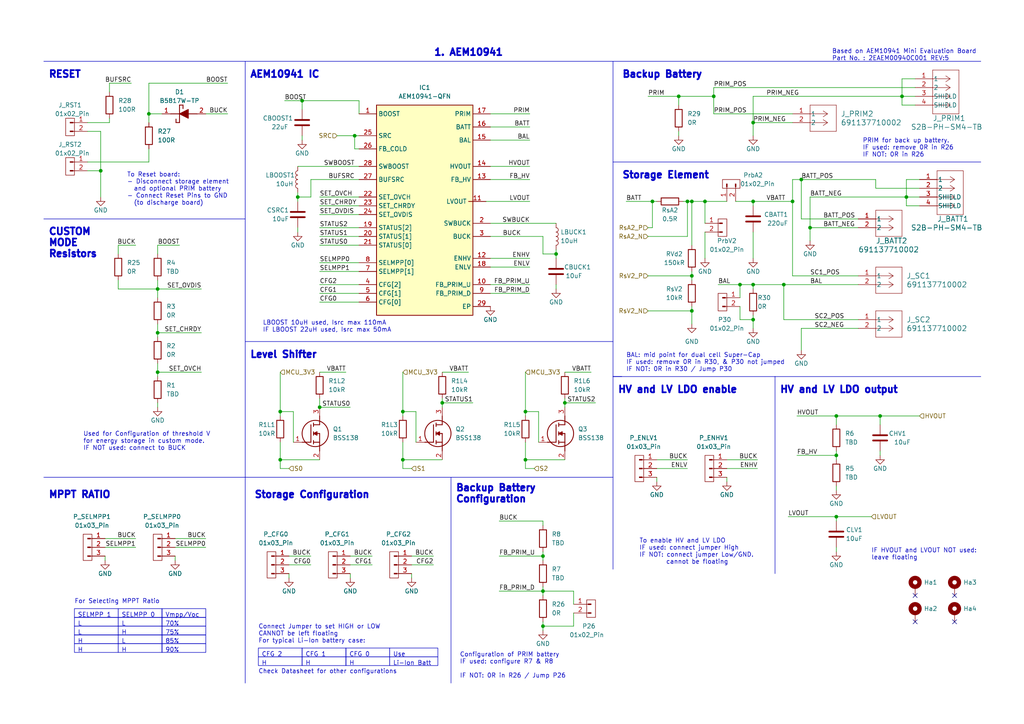
<source format=kicad_sch>
(kicad_sch (version 20230121) (generator eeschema)

  (uuid d384001f-743c-467e-8a89-cf3e9eacdf8a)

  (paper "A4")

  (title_block
    (title "Solar Energy Manager")
    (rev "v1.0")
    (company "Thesis")
    (comment 1 "Author: Jason F J")
    (comment 2 "Matrk No: 3100513")
  )

  (lib_symbols
    (symbol "691137710002:691137710002" (pin_names (offset 0.254)) (in_bom yes) (on_board yes)
      (property "Reference" "J" (at 8.89 6.35 0)
        (effects (font (size 1.524 1.524)))
      )
      (property "Value" "691137710002" (at 0 0 0)
        (effects (font (size 1.524 1.524)))
      )
      (property "Footprint" "CONN2_710002_WRE" (at 0 0 0)
        (effects (font (size 1.27 1.27) italic) hide)
      )
      (property "Datasheet" "691137710002" (at 0 0 0)
        (effects (font (size 1.27 1.27) italic) hide)
      )
      (property "ki_locked" "" (at 0 0 0)
        (effects (font (size 1.27 1.27)))
      )
      (property "ki_keywords" "691137710002" (at 0 0 0)
        (effects (font (size 1.27 1.27)) hide)
      )
      (property "ki_fp_filters" "CONN2_710002_WRE" (at 0 0 0)
        (effects (font (size 1.27 1.27)) hide)
      )
      (symbol "691137710002_0_1"
        (polyline
          (pts
            (xy 5.08 -5.08)
            (xy 12.7 -5.08)
          )
          (stroke (width 0.127) (type default))
          (fill (type none))
        )
        (polyline
          (pts
            (xy 5.08 2.54)
            (xy 5.08 -5.08)
          )
          (stroke (width 0.127) (type default))
          (fill (type none))
        )
        (polyline
          (pts
            (xy 10.16 -2.54)
            (xy 5.08 -2.54)
          )
          (stroke (width 0.127) (type default))
          (fill (type none))
        )
        (polyline
          (pts
            (xy 10.16 -2.54)
            (xy 8.89 -3.3867)
          )
          (stroke (width 0.127) (type default))
          (fill (type none))
        )
        (polyline
          (pts
            (xy 10.16 -2.54)
            (xy 8.89 -1.6933)
          )
          (stroke (width 0.127) (type default))
          (fill (type none))
        )
        (polyline
          (pts
            (xy 10.16 0)
            (xy 5.08 0)
          )
          (stroke (width 0.127) (type default))
          (fill (type none))
        )
        (polyline
          (pts
            (xy 10.16 0)
            (xy 8.89 -0.8467)
          )
          (stroke (width 0.127) (type default))
          (fill (type none))
        )
        (polyline
          (pts
            (xy 10.16 0)
            (xy 8.89 0.8467)
          )
          (stroke (width 0.127) (type default))
          (fill (type none))
        )
        (polyline
          (pts
            (xy 12.7 -5.08)
            (xy 12.7 2.54)
          )
          (stroke (width 0.127) (type default))
          (fill (type none))
        )
        (polyline
          (pts
            (xy 12.7 2.54)
            (xy 5.08 2.54)
          )
          (stroke (width 0.127) (type default))
          (fill (type none))
        )
        (pin unspecified line (at 0 0 0) (length 5.08)
          (name "1" (effects (font (size 1.27 1.27))))
          (number "1" (effects (font (size 1.27 1.27))))
        )
        (pin unspecified line (at 0 -2.54 0) (length 5.08)
          (name "2" (effects (font (size 1.27 1.27))))
          (number "2" (effects (font (size 1.27 1.27))))
        )
      )
    )
    (symbol "AEM10941-QFN:AEM10941-QFN" (in_bom yes) (on_board yes)
      (property "Reference" "IC2" (at 19.05 20.32 0)
        (effects (font (size 1.27 1.27)))
      )
      (property "Value" "AEM10941-QFN" (at 19.05 17.78 0)
        (effects (font (size 1.27 1.27)))
      )
      (property "Footprint" "AEM10941-QFN:QFN50P500X500X90-29N-D" (at 36.83 -79.68 0)
        (effects (font (size 1.27 1.27)) (justify left top) hide)
      )
      (property "Datasheet" "https://e-peas.com/product/aem10941/" (at 36.83 -179.68 0)
        (effects (font (size 1.27 1.27)) (justify left top) hide)
      )
      (property "Height" "0.9" (at 36.83 -379.68 0)
        (effects (font (size 1.27 1.27)) (justify left top) hide)
      )
      (property "Mouser Part Number" "120-AEM10941-QFN" (at 36.83 -479.68 0)
        (effects (font (size 1.27 1.27)) (justify left top) hide)
      )
      (property "Mouser Price/Stock" "https://www.mouser.co.uk/ProductDetail/e-peas/AEM10941-QFN?qs=W%2FMpXkg%252BdQ7CeqB2lBPbRQ%3D%3D" (at 36.83 -579.68 0)
        (effects (font (size 1.27 1.27)) (justify left top) hide)
      )
      (property "Manufacturer_Name" "E-PEAS" (at 36.83 -679.68 0)
        (effects (font (size 1.27 1.27)) (justify left top) hide)
      )
      (property "Manufacturer_Part_Number" "AEM10941-QFN" (at 36.83 -779.68 0)
        (effects (font (size 1.27 1.27)) (justify left top) hide)
      )
      (property "ki_description" "Power Management Specialized - PMIC PV Cell PMIC" (at 0 0 0)
        (effects (font (size 1.27 1.27)) hide)
      )
      (symbol "AEM10941-QFN_1_1"
        (rectangle (start 5.08 15.24) (end 33.02 -45.72)
          (stroke (width 0.254) (type default))
          (fill (type background))
        )
        (pin passive line (at 0 12.7 0) (length 5.08)
          (name "BOOST" (effects (font (size 1.27 1.27))))
          (number "1" (effects (font (size 1.27 1.27))))
        )
        (pin passive line (at 38.1 -36.83 180) (length 5.08)
          (name "FB_PRIM_U" (effects (font (size 1.27 1.27))))
          (number "10" (effects (font (size 1.27 1.27))))
        )
        (pin passive line (at 36.83 -12.7 180) (length 5.08)
          (name "LVOUT" (effects (font (size 1.27 1.27))))
          (number "11" (effects (font (size 1.27 1.27))))
        )
        (pin passive line (at 38.1 -29.21 180) (length 5.08)
          (name "ENHV" (effects (font (size 1.27 1.27))))
          (number "12" (effects (font (size 1.27 1.27))))
        )
        (pin passive line (at 38.1 -6.35 180) (length 5.08)
          (name "FB_HV" (effects (font (size 1.27 1.27))))
          (number "13" (effects (font (size 1.27 1.27))))
        )
        (pin passive line (at 38.1 -2.54 180) (length 5.08)
          (name "HVOUT" (effects (font (size 1.27 1.27))))
          (number "14" (effects (font (size 1.27 1.27))))
        )
        (pin passive line (at 38.1 5.08 180) (length 5.08)
          (name "BAL" (effects (font (size 1.27 1.27))))
          (number "15" (effects (font (size 1.27 1.27))))
        )
        (pin passive line (at 38.1 8.89 180) (length 5.08)
          (name "BATT" (effects (font (size 1.27 1.27))))
          (number "16" (effects (font (size 1.27 1.27))))
        )
        (pin passive line (at 38.1 12.7 180) (length 5.08)
          (name "PRIM" (effects (font (size 1.27 1.27))))
          (number "17" (effects (font (size 1.27 1.27))))
        )
        (pin passive line (at 38.1 -31.75 180) (length 5.08)
          (name "ENLV" (effects (font (size 1.27 1.27))))
          (number "18" (effects (font (size 1.27 1.27))))
        )
        (pin passive line (at 0 -20.32 0) (length 5.08)
          (name "STATUS[2]" (effects (font (size 1.27 1.27))))
          (number "19" (effects (font (size 1.27 1.27))))
        )
        (pin passive line (at 38.1 -19.05 180) (length 5.08)
          (name "SWBUCK" (effects (font (size 1.27 1.27))))
          (number "2" (effects (font (size 1.27 1.27))))
        )
        (pin passive line (at 0 -22.86 0) (length 5.08)
          (name "STATUS[1]" (effects (font (size 1.27 1.27))))
          (number "20" (effects (font (size 1.27 1.27))))
        )
        (pin passive line (at 0 -25.4 0) (length 5.08)
          (name "STATUS[0]" (effects (font (size 1.27 1.27))))
          (number "21" (effects (font (size 1.27 1.27))))
        )
        (pin passive line (at 0 -11.43 0) (length 5.08)
          (name "SET_OVCH" (effects (font (size 1.27 1.27))))
          (number "22" (effects (font (size 1.27 1.27))))
        )
        (pin passive line (at 0 -13.97 0) (length 5.08)
          (name "SET_CHRDY" (effects (font (size 1.27 1.27))))
          (number "23" (effects (font (size 1.27 1.27))))
        )
        (pin passive line (at 0 -16.51 0) (length 5.08)
          (name "SET_OVDIS" (effects (font (size 1.27 1.27))))
          (number "24" (effects (font (size 1.27 1.27))))
        )
        (pin passive line (at 0 6.35 0) (length 5.08)
          (name "SRC" (effects (font (size 1.27 1.27))))
          (number "25" (effects (font (size 1.27 1.27))))
        )
        (pin passive line (at 0 2.54 0) (length 5.08)
          (name "FB_COLD" (effects (font (size 1.27 1.27))))
          (number "26" (effects (font (size 1.27 1.27))))
        )
        (pin passive line (at 0 -6.35 0) (length 5.08)
          (name "BUFSRC" (effects (font (size 1.27 1.27))))
          (number "27" (effects (font (size 1.27 1.27))))
        )
        (pin passive line (at 0 -2.54 0) (length 5.08)
          (name "SWBOOST" (effects (font (size 1.27 1.27))))
          (number "28" (effects (font (size 1.27 1.27))))
        )
        (pin passive line (at 38.1 -43.18 180) (length 5.08)
          (name "EP" (effects (font (size 1.27 1.27))))
          (number "29" (effects (font (size 1.27 1.27))))
        )
        (pin passive line (at 38.1 -22.86 180) (length 5.08)
          (name "BUCK" (effects (font (size 1.27 1.27))))
          (number "3" (effects (font (size 1.27 1.27))))
        )
        (pin passive line (at 0 -36.83 0) (length 5.08)
          (name "CFG[2]" (effects (font (size 1.27 1.27))))
          (number "4" (effects (font (size 1.27 1.27))))
        )
        (pin passive line (at 0 -39.37 0) (length 5.08)
          (name "CFG[1]" (effects (font (size 1.27 1.27))))
          (number "5" (effects (font (size 1.27 1.27))))
        )
        (pin passive line (at 0 -41.91 0) (length 5.08)
          (name "CFG[0]" (effects (font (size 1.27 1.27))))
          (number "6" (effects (font (size 1.27 1.27))))
        )
        (pin passive line (at 0 -33.02 0) (length 5.08)
          (name "SELMPP[1]" (effects (font (size 1.27 1.27))))
          (number "7" (effects (font (size 1.27 1.27))))
        )
        (pin passive line (at 0 -30.48 0) (length 5.08)
          (name "SELMPP[0]" (effects (font (size 1.27 1.27))))
          (number "8" (effects (font (size 1.27 1.27))))
        )
        (pin passive line (at 38.1 -39.37 180) (length 5.08)
          (name "FB_PRIM_D" (effects (font (size 1.27 1.27))))
          (number "9" (effects (font (size 1.27 1.27))))
        )
      )
    )
    (symbol "B5817W-TP:B5817W-TP" (pin_names hide) (in_bom yes) (on_board yes)
      (property "Reference" "D1" (at 8.89 6.35 0)
        (effects (font (size 1.27 1.27)))
      )
      (property "Value" "B5817W-TP" (at 8.89 3.81 0)
        (effects (font (size 1.27 1.27)))
      )
      (property "Footprint" "SOD3716X135N" (at 12.7 -93.65 0)
        (effects (font (size 1.27 1.27)) (justify left top) hide)
      )
      (property "Datasheet" "https://www.mccsemi.com/pdf/Products/B5817W-B5819W(SOD-123).pdf" (at 12.7 -193.65 0)
        (effects (font (size 1.27 1.27)) (justify left top) hide)
      )
      (property "Height" "1.35" (at 12.7 -393.65 0)
        (effects (font (size 1.27 1.27)) (justify left top) hide)
      )
      (property "Mouser Part Number" "833-B5817W-TP" (at 12.7 -493.65 0)
        (effects (font (size 1.27 1.27)) (justify left top) hide)
      )
      (property "Mouser Price/Stock" "https://www.mouser.co.uk/ProductDetail/Micro-Commercial-Components-MCC/B5817W-TP?qs=6viq6gG%252BWEv8BqnTXWtCWg%3D%3D" (at 12.7 -593.65 0)
        (effects (font (size 1.27 1.27)) (justify left top) hide)
      )
      (property "Manufacturer_Name" "MCC" (at 12.7 -693.65 0)
        (effects (font (size 1.27 1.27)) (justify left top) hide)
      )
      (property "Manufacturer_Part_Number" "B5817W-TP" (at 12.7 -793.65 0)
        (effects (font (size 1.27 1.27)) (justify left top) hide)
      )
      (property "ki_description" "Diode 20 V 1A Surface Mount SOD-123" (at 0 0 0)
        (effects (font (size 1.27 1.27)) hide)
      )
      (symbol "B5817W-TP_1_1"
        (polyline
          (pts
            (xy 5.08 0)
            (xy 7.62 0)
          )
          (stroke (width 0.254) (type default))
          (fill (type none))
        )
        (polyline
          (pts
            (xy 6.604 -1.524)
            (xy 6.604 -2.54)
          )
          (stroke (width 0.254) (type default))
          (fill (type none))
        )
        (polyline
          (pts
            (xy 7.62 -2.54)
            (xy 6.604 -2.54)
          )
          (stroke (width 0.254) (type default))
          (fill (type none))
        )
        (polyline
          (pts
            (xy 7.62 2.54)
            (xy 7.62 -2.54)
          )
          (stroke (width 0.254) (type default))
          (fill (type none))
        )
        (polyline
          (pts
            (xy 7.62 2.54)
            (xy 8.636 2.54)
          )
          (stroke (width 0.254) (type default))
          (fill (type none))
        )
        (polyline
          (pts
            (xy 8.636 1.524)
            (xy 8.636 2.54)
          )
          (stroke (width 0.254) (type default))
          (fill (type none))
        )
        (polyline
          (pts
            (xy 10.16 0)
            (xy 12.7 0)
          )
          (stroke (width 0.254) (type default))
          (fill (type none))
        )
        (polyline
          (pts
            (xy 7.62 0)
            (xy 10.16 1.27)
            (xy 10.16 -1.27)
            (xy 7.62 0)
          )
          (stroke (width 0.254) (type default))
          (fill (type outline))
        )
        (pin passive line (at 2.54 0 0) (length 2.54)
          (name "K" (effects (font (size 1.27 1.27))))
          (number "1" (effects (font (size 1.27 1.27))))
        )
        (pin passive line (at 15.24 0 180) (length 2.54)
          (name "A" (effects (font (size 1.27 1.27))))
          (number "2" (effects (font (size 1.27 1.27))))
        )
      )
    )
    (symbol "BSS138:BSS138" (pin_names hide) (in_bom yes) (on_board yes)
      (property "Reference" "Q" (at 11.43 3.81 0)
        (effects (font (size 1.27 1.27)) (justify left top))
      )
      (property "Value" "BSS138" (at 11.43 1.27 0)
        (effects (font (size 1.27 1.27)) (justify left top))
      )
      (property "Footprint" "SOT95P240X120-3N" (at 11.43 -98.73 0)
        (effects (font (size 1.27 1.27)) (justify left top) hide)
      )
      (property "Datasheet" "https://www.onsemi.com/pub/Collateral/BSS138-D.PDF" (at 11.43 -198.73 0)
        (effects (font (size 1.27 1.27)) (justify left top) hide)
      )
      (property "Height" "1.2" (at 11.43 -398.73 0)
        (effects (font (size 1.27 1.27)) (justify left top) hide)
      )
      (property "Mouser Part Number" "512-BSS138" (at 11.43 -498.73 0)
        (effects (font (size 1.27 1.27)) (justify left top) hide)
      )
      (property "Mouser Price/Stock" "https://www.mouser.co.uk/ProductDetail/onsemi-Fairchild/BSS138?qs=HK%252BeIG1iaahCeqBvjB4arg%3D%3D" (at 11.43 -598.73 0)
        (effects (font (size 1.27 1.27)) (justify left top) hide)
      )
      (property "Manufacturer_Name" "onsemi" (at 11.43 -698.73 0)
        (effects (font (size 1.27 1.27)) (justify left top) hide)
      )
      (property "Manufacturer_Part_Number" "BSS138" (at 11.43 -798.73 0)
        (effects (font (size 1.27 1.27)) (justify left top) hide)
      )
      (property "ki_description" "N-channel MOSFET,BSS138 0.2A 50V" (at 0 0 0)
        (effects (font (size 1.27 1.27)) hide)
      )
      (symbol "BSS138_1_1"
        (polyline
          (pts
            (xy 2.54 0)
            (xy 5.08 0)
          )
          (stroke (width 0.254) (type default))
          (fill (type none))
        )
        (polyline
          (pts
            (xy 5.08 5.08)
            (xy 5.08 0)
          )
          (stroke (width 0.254) (type default))
          (fill (type none))
        )
        (polyline
          (pts
            (xy 5.842 -0.508)
            (xy 5.842 0.508)
          )
          (stroke (width 0.254) (type default))
          (fill (type none))
        )
        (polyline
          (pts
            (xy 5.842 0)
            (xy 7.62 0)
          )
          (stroke (width 0.254) (type default))
          (fill (type none))
        )
        (polyline
          (pts
            (xy 5.842 2.032)
            (xy 5.842 3.048)
          )
          (stroke (width 0.254) (type default))
          (fill (type none))
        )
        (polyline
          (pts
            (xy 5.842 5.588)
            (xy 5.842 4.572)
          )
          (stroke (width 0.254) (type default))
          (fill (type none))
        )
        (polyline
          (pts
            (xy 7.62 2.54)
            (xy 5.842 2.54)
          )
          (stroke (width 0.254) (type default))
          (fill (type none))
        )
        (polyline
          (pts
            (xy 7.62 2.54)
            (xy 7.62 -2.54)
          )
          (stroke (width 0.254) (type default))
          (fill (type none))
        )
        (polyline
          (pts
            (xy 7.62 5.08)
            (xy 5.842 5.08)
          )
          (stroke (width 0.254) (type default))
          (fill (type none))
        )
        (polyline
          (pts
            (xy 7.62 5.08)
            (xy 7.62 7.62)
          )
          (stroke (width 0.254) (type default))
          (fill (type none))
        )
        (polyline
          (pts
            (xy 5.842 2.54)
            (xy 6.858 3.048)
            (xy 6.858 2.032)
            (xy 5.842 2.54)
          )
          (stroke (width 0.254) (type default))
          (fill (type outline))
        )
        (circle (center 6.35 2.54) (radius 3.81)
          (stroke (width 0.254) (type default))
          (fill (type none))
        )
        (pin passive line (at 0 0 0) (length 2.54)
          (name "G" (effects (font (size 1.27 1.27))))
          (number "1" (effects (font (size 1.27 1.27))))
        )
        (pin passive line (at 7.62 -5.08 90) (length 2.54)
          (name "S" (effects (font (size 1.27 1.27))))
          (number "2" (effects (font (size 1.27 1.27))))
        )
        (pin passive line (at 7.62 10.16 270) (length 2.54)
          (name "D" (effects (font (size 1.27 1.27))))
          (number "3" (effects (font (size 1.27 1.27))))
        )
      )
    )
    (symbol "Connector:Conn_01x02_Pin" (pin_names (offset 1.016) hide) (in_bom yes) (on_board yes)
      (property "Reference" "RESET1" (at 0 5.08 0)
        (effects (font (size 1.27 1.27)))
      )
      (property "Value" "01x02_Pin" (at 0.635 2.54 0)
        (effects (font (size 1.27 1.27)))
      )
      (property "Footprint" "" (at 0 0 0)
        (effects (font (size 1.27 1.27)) hide)
      )
      (property "Datasheet" "~" (at 0 0 0)
        (effects (font (size 1.27 1.27)) hide)
      )
      (property "ki_locked" "" (at 0 0 0)
        (effects (font (size 1.27 1.27)))
      )
      (property "ki_keywords" "connector" (at 0 0 0)
        (effects (font (size 1.27 1.27)) hide)
      )
      (property "ki_description" "Generic connector, single row, 01x02, script generated" (at 0 0 0)
        (effects (font (size 1.27 1.27)) hide)
      )
      (property "ki_fp_filters" "Connector*:*_1x??_*" (at 0 0 0)
        (effects (font (size 1.27 1.27)) hide)
      )
      (symbol "Conn_01x02_Pin_1_1"
        (rectangle (start -1.27 1.27) (end 1.27 -3.81)
          (stroke (width 0) (type default))
          (fill (type none))
        )
        (polyline
          (pts
            (xy 1.27 -2.54)
            (xy 0.8636 -2.54)
          )
          (stroke (width 0.1524) (type default))
          (fill (type none))
        )
        (polyline
          (pts
            (xy 1.27 0)
            (xy 0.8636 0)
          )
          (stroke (width 0.1524) (type default))
          (fill (type none))
        )
        (rectangle (start 0.8636 -2.413) (end 0 -2.667)
          (stroke (width 0.1524) (type default))
          (fill (type outline))
        )
        (rectangle (start 0.8636 0.127) (end 0 -0.127)
          (stroke (width 0.1524) (type default))
          (fill (type outline))
        )
        (pin passive line (at 5.08 0 180) (length 3.81)
          (name "Pin_1" (effects (font (size 1.27 1.27))))
          (number "1" (effects (font (size 1.27 1.27))))
        )
        (pin passive line (at 5.08 -2.54 180) (length 3.81)
          (name "Pin_2" (effects (font (size 1.27 1.27))))
          (number "2" (effects (font (size 1.27 1.27))))
        )
      )
    )
    (symbol "Connector:Conn_01x03_Pin" (pin_names (offset 1.016) hide) (in_bom yes) (on_board yes)
      (property "Reference" "J2" (at 0.635 7.62 0)
        (effects (font (size 1.27 1.27)))
      )
      (property "Value" "Conn_01x03_Pin" (at 0.635 5.08 0)
        (effects (font (size 1.27 1.27)))
      )
      (property "Footprint" "" (at 0 0 0)
        (effects (font (size 1.27 1.27)) hide)
      )
      (property "Datasheet" "~" (at 0 0 0)
        (effects (font (size 1.27 1.27)) hide)
      )
      (property "ki_locked" "" (at 0 0 0)
        (effects (font (size 1.27 1.27)))
      )
      (property "ki_keywords" "connector" (at 0 0 0)
        (effects (font (size 1.27 1.27)) hide)
      )
      (property "ki_description" "Generic connector, single row, 01x03, script generated" (at 0 0 0)
        (effects (font (size 1.27 1.27)) hide)
      )
      (property "ki_fp_filters" "Connector*:*_1x??_*" (at 0 0 0)
        (effects (font (size 1.27 1.27)) hide)
      )
      (symbol "Conn_01x03_Pin_1_1"
        (rectangle (start -1.27 3.81) (end 1.27 -3.81)
          (stroke (width 0) (type default))
          (fill (type none))
        )
        (polyline
          (pts
            (xy 1.27 -2.54)
            (xy 0.8636 -2.54)
          )
          (stroke (width 0.1524) (type default))
          (fill (type none))
        )
        (polyline
          (pts
            (xy 1.27 0)
            (xy 0.8636 0)
          )
          (stroke (width 0.1524) (type default))
          (fill (type none))
        )
        (polyline
          (pts
            (xy 1.27 2.54)
            (xy 0.8636 2.54)
          )
          (stroke (width 0.1524) (type default))
          (fill (type none))
        )
        (rectangle (start 0.8636 -2.413) (end 0 -2.667)
          (stroke (width 0.1524) (type default))
          (fill (type outline))
        )
        (rectangle (start 0.8636 0.127) (end 0 -0.127)
          (stroke (width 0.1524) (type default))
          (fill (type outline))
        )
        (rectangle (start 0.8636 2.667) (end 0 2.413)
          (stroke (width 0.1524) (type default))
          (fill (type outline))
        )
        (pin passive line (at 5.08 2.54 180) (length 3.81)
          (name "Pin_1" (effects (font (size 1.27 1.27))))
          (number "1" (effects (font (size 1.27 1.27))))
        )
        (pin passive line (at 5.08 0 180) (length 3.81)
          (name "Pin_2" (effects (font (size 1.27 1.27))))
          (number "2" (effects (font (size 1.27 1.27))))
        )
        (pin passive line (at 5.08 -2.54 180) (length 3.81)
          (name "Pin_3" (effects (font (size 1.27 1.27))))
          (number "3" (effects (font (size 1.27 1.27))))
        )
      )
    )
    (symbol "Device:C" (pin_numbers hide) (pin_names (offset 0.254)) (in_bom yes) (on_board yes)
      (property "Reference" "C" (at 0.635 2.54 0)
        (effects (font (size 1.27 1.27)) (justify left))
      )
      (property "Value" "C" (at 0.635 -2.54 0)
        (effects (font (size 1.27 1.27)) (justify left))
      )
      (property "Footprint" "" (at 0.9652 -3.81 0)
        (effects (font (size 1.27 1.27)) hide)
      )
      (property "Datasheet" "~" (at 0 0 0)
        (effects (font (size 1.27 1.27)) hide)
      )
      (property "ki_keywords" "cap capacitor" (at 0 0 0)
        (effects (font (size 1.27 1.27)) hide)
      )
      (property "ki_description" "Unpolarized capacitor" (at 0 0 0)
        (effects (font (size 1.27 1.27)) hide)
      )
      (property "ki_fp_filters" "C_*" (at 0 0 0)
        (effects (font (size 1.27 1.27)) hide)
      )
      (symbol "C_0_1"
        (polyline
          (pts
            (xy -2.032 -0.762)
            (xy 2.032 -0.762)
          )
          (stroke (width 0.508) (type default))
          (fill (type none))
        )
        (polyline
          (pts
            (xy -2.032 0.762)
            (xy 2.032 0.762)
          )
          (stroke (width 0.508) (type default))
          (fill (type none))
        )
      )
      (symbol "C_1_1"
        (pin passive line (at 0 3.81 270) (length 2.794)
          (name "~" (effects (font (size 1.27 1.27))))
          (number "1" (effects (font (size 1.27 1.27))))
        )
        (pin passive line (at 0 -3.81 90) (length 2.794)
          (name "~" (effects (font (size 1.27 1.27))))
          (number "2" (effects (font (size 1.27 1.27))))
        )
      )
    )
    (symbol "Device:L" (pin_numbers hide) (pin_names (offset 1.016) hide) (in_bom yes) (on_board yes)
      (property "Reference" "L" (at -1.27 0 90)
        (effects (font (size 1.27 1.27)))
      )
      (property "Value" "L" (at 1.905 0 90)
        (effects (font (size 1.27 1.27)))
      )
      (property "Footprint" "" (at 0 0 0)
        (effects (font (size 1.27 1.27)) hide)
      )
      (property "Datasheet" "~" (at 0 0 0)
        (effects (font (size 1.27 1.27)) hide)
      )
      (property "ki_keywords" "inductor choke coil reactor magnetic" (at 0 0 0)
        (effects (font (size 1.27 1.27)) hide)
      )
      (property "ki_description" "Inductor" (at 0 0 0)
        (effects (font (size 1.27 1.27)) hide)
      )
      (property "ki_fp_filters" "Choke_* *Coil* Inductor_* L_*" (at 0 0 0)
        (effects (font (size 1.27 1.27)) hide)
      )
      (symbol "L_0_1"
        (arc (start 0 -2.54) (mid 0.6323 -1.905) (end 0 -1.27)
          (stroke (width 0) (type default))
          (fill (type none))
        )
        (arc (start 0 -1.27) (mid 0.6323 -0.635) (end 0 0)
          (stroke (width 0) (type default))
          (fill (type none))
        )
        (arc (start 0 0) (mid 0.6323 0.635) (end 0 1.27)
          (stroke (width 0) (type default))
          (fill (type none))
        )
        (arc (start 0 1.27) (mid 0.6323 1.905) (end 0 2.54)
          (stroke (width 0) (type default))
          (fill (type none))
        )
      )
      (symbol "L_1_1"
        (pin passive line (at 0 3.81 270) (length 1.27)
          (name "1" (effects (font (size 1.27 1.27))))
          (number "1" (effects (font (size 1.27 1.27))))
        )
        (pin passive line (at 0 -3.81 90) (length 1.27)
          (name "2" (effects (font (size 1.27 1.27))))
          (number "2" (effects (font (size 1.27 1.27))))
        )
      )
    )
    (symbol "Device:R" (pin_numbers hide) (pin_names (offset 0)) (in_bom yes) (on_board yes)
      (property "Reference" "R" (at 2.032 0 90)
        (effects (font (size 1.27 1.27)))
      )
      (property "Value" "R" (at 0 0 90)
        (effects (font (size 1.27 1.27)))
      )
      (property "Footprint" "" (at -1.778 0 90)
        (effects (font (size 1.27 1.27)) hide)
      )
      (property "Datasheet" "~" (at 0 0 0)
        (effects (font (size 1.27 1.27)) hide)
      )
      (property "ki_keywords" "R res resistor" (at 0 0 0)
        (effects (font (size 1.27 1.27)) hide)
      )
      (property "ki_description" "Resistor" (at 0 0 0)
        (effects (font (size 1.27 1.27)) hide)
      )
      (property "ki_fp_filters" "R_*" (at 0 0 0)
        (effects (font (size 1.27 1.27)) hide)
      )
      (symbol "R_0_1"
        (rectangle (start -1.016 -2.54) (end 1.016 2.54)
          (stroke (width 0.254) (type default))
          (fill (type none))
        )
      )
      (symbol "R_1_1"
        (pin passive line (at 0 3.81 270) (length 1.27)
          (name "~" (effects (font (size 1.27 1.27))))
          (number "1" (effects (font (size 1.27 1.27))))
        )
        (pin passive line (at 0 -3.81 90) (length 1.27)
          (name "~" (effects (font (size 1.27 1.27))))
          (number "2" (effects (font (size 1.27 1.27))))
        )
      )
    )
    (symbol "Mechanical:MountingHole_Pad" (pin_numbers hide) (pin_names (offset 1.016) hide) (in_bom yes) (on_board yes)
      (property "Reference" "H" (at 0 6.35 0)
        (effects (font (size 1.27 1.27)))
      )
      (property "Value" "MountingHole_Pad" (at 0 4.445 0)
        (effects (font (size 1.27 1.27)))
      )
      (property "Footprint" "" (at 0 0 0)
        (effects (font (size 1.27 1.27)) hide)
      )
      (property "Datasheet" "~" (at 0 0 0)
        (effects (font (size 1.27 1.27)) hide)
      )
      (property "ki_keywords" "mounting hole" (at 0 0 0)
        (effects (font (size 1.27 1.27)) hide)
      )
      (property "ki_description" "Mounting Hole with connection" (at 0 0 0)
        (effects (font (size 1.27 1.27)) hide)
      )
      (property "ki_fp_filters" "MountingHole*Pad*" (at 0 0 0)
        (effects (font (size 1.27 1.27)) hide)
      )
      (symbol "MountingHole_Pad_0_1"
        (circle (center 0 1.27) (radius 1.27)
          (stroke (width 1.27) (type default))
          (fill (type none))
        )
      )
      (symbol "MountingHole_Pad_1_1"
        (pin input line (at 0 -2.54 90) (length 2.54)
          (name "1" (effects (font (size 1.27 1.27))))
          (number "1" (effects (font (size 1.27 1.27))))
        )
      )
    )
    (symbol "S2B_PH_SM4_TB:S2B-PH-SM4-TB" (pin_names (offset 0.254)) (in_bom yes) (on_board yes)
      (property "Reference" "J" (at 8.89 6.35 0)
        (effects (font (size 1.524 1.524)))
      )
      (property "Value" "S2B-PH-SM4-TB" (at 0 0 0)
        (effects (font (size 1.524 1.524)))
      )
      (property "Footprint" "CONN_S2B-PH-SM4-TB_JST" (at 0 0 0)
        (effects (font (size 1.27 1.27) italic) hide)
      )
      (property "Datasheet" "S2B-PH-SM4-TB" (at 0 0 0)
        (effects (font (size 1.27 1.27) italic) hide)
      )
      (property "ki_locked" "" (at 0 0 0)
        (effects (font (size 1.27 1.27)))
      )
      (property "ki_keywords" "S2B-PH-SM4-TB" (at 0 0 0)
        (effects (font (size 1.27 1.27)) hide)
      )
      (property "ki_fp_filters" "CONN_S2B-PH-SM4-TB_JST" (at 0 0 0)
        (effects (font (size 1.27 1.27)) hide)
      )
      (symbol "S2B-PH-SM4-TB_1_1"
        (polyline
          (pts
            (xy 5.08 -10.16)
            (xy 12.7 -10.16)
          )
          (stroke (width 0.127) (type default))
          (fill (type none))
        )
        (polyline
          (pts
            (xy 5.08 2.54)
            (xy 5.08 -10.16)
          )
          (stroke (width 0.127) (type default))
          (fill (type none))
        )
        (polyline
          (pts
            (xy 10.16 -7.62)
            (xy 5.08 -7.62)
          )
          (stroke (width 0.127) (type default))
          (fill (type none))
        )
        (polyline
          (pts
            (xy 10.16 -7.62)
            (xy 8.89 -8.4667)
          )
          (stroke (width 0.127) (type default))
          (fill (type none))
        )
        (polyline
          (pts
            (xy 10.16 -7.62)
            (xy 8.89 -6.7733)
          )
          (stroke (width 0.127) (type default))
          (fill (type none))
        )
        (polyline
          (pts
            (xy 10.16 -5.08)
            (xy 5.08 -5.08)
          )
          (stroke (width 0.127) (type default))
          (fill (type none))
        )
        (polyline
          (pts
            (xy 10.16 -5.08)
            (xy 8.89 -5.9267)
          )
          (stroke (width 0.127) (type default))
          (fill (type none))
        )
        (polyline
          (pts
            (xy 10.16 -5.08)
            (xy 8.89 -4.2333)
          )
          (stroke (width 0.127) (type default))
          (fill (type none))
        )
        (polyline
          (pts
            (xy 10.16 -2.54)
            (xy 5.08 -2.54)
          )
          (stroke (width 0.127) (type default))
          (fill (type none))
        )
        (polyline
          (pts
            (xy 10.16 -2.54)
            (xy 8.89 -3.3867)
          )
          (stroke (width 0.127) (type default))
          (fill (type none))
        )
        (polyline
          (pts
            (xy 10.16 -2.54)
            (xy 8.89 -1.6933)
          )
          (stroke (width 0.127) (type default))
          (fill (type none))
        )
        (polyline
          (pts
            (xy 10.16 0)
            (xy 5.08 0)
          )
          (stroke (width 0.127) (type default))
          (fill (type none))
        )
        (polyline
          (pts
            (xy 10.16 0)
            (xy 8.89 -0.8467)
          )
          (stroke (width 0.127) (type default))
          (fill (type none))
        )
        (polyline
          (pts
            (xy 10.16 0)
            (xy 8.89 0.8467)
          )
          (stroke (width 0.127) (type default))
          (fill (type none))
        )
        (polyline
          (pts
            (xy 12.7 -10.16)
            (xy 12.7 2.54)
          )
          (stroke (width 0.127) (type default))
          (fill (type none))
        )
        (polyline
          (pts
            (xy 12.7 2.54)
            (xy 5.08 2.54)
          )
          (stroke (width 0.127) (type default))
          (fill (type none))
        )
        (pin unspecified line (at 0 0 0) (length 5.08)
          (name "1" (effects (font (size 1.27 1.27))))
          (number "1" (effects (font (size 1.27 1.27))))
        )
        (pin unspecified line (at 0 -2.54 0) (length 5.08)
          (name "2" (effects (font (size 1.27 1.27))))
          (number "2" (effects (font (size 1.27 1.27))))
        )
        (pin unspecified line (at 0 -5.08 0) (length 5.08)
          (name "SHIELD" (effects (font (size 1.27 1.27))))
          (number "3" (effects (font (size 1.27 1.27))))
        )
        (pin unspecified line (at 0 -7.62 0) (length 5.08)
          (name "SHIELD" (effects (font (size 1.27 1.27))))
          (number "4" (effects (font (size 1.27 1.27))))
        )
      )
      (symbol "S2B-PH-SM4-TB_1_2"
        (polyline
          (pts
            (xy 5.08 -10.16)
            (xy 12.7 -10.16)
          )
          (stroke (width 0.127) (type default))
          (fill (type none))
        )
        (polyline
          (pts
            (xy 5.08 2.54)
            (xy 5.08 -10.16)
          )
          (stroke (width 0.127) (type default))
          (fill (type none))
        )
        (polyline
          (pts
            (xy 7.62 -7.62)
            (xy 5.08 -7.62)
          )
          (stroke (width 0.127) (type default))
          (fill (type none))
        )
        (polyline
          (pts
            (xy 7.62 -7.62)
            (xy 8.89 -8.4667)
          )
          (stroke (width 0.127) (type default))
          (fill (type none))
        )
        (polyline
          (pts
            (xy 7.62 -7.62)
            (xy 8.89 -6.7733)
          )
          (stroke (width 0.127) (type default))
          (fill (type none))
        )
        (polyline
          (pts
            (xy 7.62 -5.08)
            (xy 5.08 -5.08)
          )
          (stroke (width 0.127) (type default))
          (fill (type none))
        )
        (polyline
          (pts
            (xy 7.62 -5.08)
            (xy 8.89 -5.9267)
          )
          (stroke (width 0.127) (type default))
          (fill (type none))
        )
        (polyline
          (pts
            (xy 7.62 -5.08)
            (xy 8.89 -4.2333)
          )
          (stroke (width 0.127) (type default))
          (fill (type none))
        )
        (polyline
          (pts
            (xy 7.62 -2.54)
            (xy 5.08 -2.54)
          )
          (stroke (width 0.127) (type default))
          (fill (type none))
        )
        (polyline
          (pts
            (xy 7.62 -2.54)
            (xy 8.89 -3.3867)
          )
          (stroke (width 0.127) (type default))
          (fill (type none))
        )
        (polyline
          (pts
            (xy 7.62 -2.54)
            (xy 8.89 -1.6933)
          )
          (stroke (width 0.127) (type default))
          (fill (type none))
        )
        (polyline
          (pts
            (xy 7.62 0)
            (xy 5.08 0)
          )
          (stroke (width 0.127) (type default))
          (fill (type none))
        )
        (polyline
          (pts
            (xy 7.62 0)
            (xy 8.89 -0.8467)
          )
          (stroke (width 0.127) (type default))
          (fill (type none))
        )
        (polyline
          (pts
            (xy 7.62 0)
            (xy 8.89 0.8467)
          )
          (stroke (width 0.127) (type default))
          (fill (type none))
        )
        (polyline
          (pts
            (xy 12.7 -10.16)
            (xy 12.7 2.54)
          )
          (stroke (width 0.127) (type default))
          (fill (type none))
        )
        (polyline
          (pts
            (xy 12.7 2.54)
            (xy 5.08 2.54)
          )
          (stroke (width 0.127) (type default))
          (fill (type none))
        )
        (pin unspecified line (at 0 0 0) (length 5.08)
          (name "1" (effects (font (size 1.27 1.27))))
          (number "1" (effects (font (size 1.27 1.27))))
        )
        (pin unspecified line (at 0 -2.54 0) (length 5.08)
          (name "2" (effects (font (size 1.27 1.27))))
          (number "2" (effects (font (size 1.27 1.27))))
        )
        (pin unspecified line (at 0 -5.08 0) (length 5.08)
          (name "SHIELD" (effects (font (size 1.27 1.27))))
          (number "3" (effects (font (size 1.27 1.27))))
        )
        (pin unspecified line (at 0 -7.62 0) (length 5.08)
          (name "SHIELD" (effects (font (size 1.27 1.27))))
          (number "4" (effects (font (size 1.27 1.27))))
        )
      )
    )
    (symbol "power:GND" (power) (pin_names (offset 0)) (in_bom yes) (on_board yes)
      (property "Reference" "#PWR" (at 0 -6.35 0)
        (effects (font (size 1.27 1.27)) hide)
      )
      (property "Value" "GND" (at 0 -3.81 0)
        (effects (font (size 1.27 1.27)))
      )
      (property "Footprint" "" (at 0 0 0)
        (effects (font (size 1.27 1.27)) hide)
      )
      (property "Datasheet" "" (at 0 0 0)
        (effects (font (size 1.27 1.27)) hide)
      )
      (property "ki_keywords" "global power" (at 0 0 0)
        (effects (font (size 1.27 1.27)) hide)
      )
      (property "ki_description" "Power symbol creates a global label with name \"GND\" , ground" (at 0 0 0)
        (effects (font (size 1.27 1.27)) hide)
      )
      (symbol "GND_0_1"
        (polyline
          (pts
            (xy 0 0)
            (xy 0 -1.27)
            (xy 1.27 -1.27)
            (xy 0 -2.54)
            (xy -1.27 -1.27)
            (xy 0 -1.27)
          )
          (stroke (width 0) (type default))
          (fill (type none))
        )
      )
      (symbol "GND_1_1"
        (pin power_in line (at 0 0 270) (length 0) hide
          (name "GND" (effects (font (size 1.27 1.27))))
          (number "1" (effects (font (size 1.27 1.27))))
        )
      )
    )
  )

  (junction (at 199.39 58.42) (diameter 0) (color 0 0 0 0)
    (uuid 14a1f1d5-cf99-4eab-a066-ff16dfde666e)
  )
  (junction (at 242.57 149.86) (diameter 0) (color 0 0 0 0)
    (uuid 16872e7b-f2b3-48a9-985f-abee136323b4)
  )
  (junction (at 261.62 27.94) (diameter 0) (color 0 0 0 0)
    (uuid 197ce44a-6c41-4bc5-b3b2-61417b13825a)
  )
  (junction (at 242.57 120.65) (diameter 0) (color 0 0 0 0)
    (uuid 19cd2a53-ee3e-4da1-ac27-773ff989a7a0)
  )
  (junction (at 214.63 82.55) (diameter 0) (color 0 0 0 0)
    (uuid 1dcb6bf3-5437-4cfb-afed-7603a7c3bfd2)
  )
  (junction (at 116.84 133.35) (diameter 0) (color 0 0 0 0)
    (uuid 1f0b477a-b558-4c5d-a9a5-558e8056d231)
  )
  (junction (at 152.4 133.35) (diameter 0) (color 0 0 0 0)
    (uuid 27a78383-baf5-48c4-9e88-5aa83ec09d41)
  )
  (junction (at 152.4 119.38) (diameter 0) (color 0 0 0 0)
    (uuid 2f128dd3-8f55-49d9-a66c-465382b416de)
  )
  (junction (at 128.27 116.84) (diameter 0) (color 0 0 0 0)
    (uuid 31a23793-2a8b-41dc-bf3a-aff5840ba371)
  )
  (junction (at 45.72 96.52) (diameter 0) (color 0 0 0 0)
    (uuid 354762b0-5427-41ad-aba9-e0d9e7f9fc27)
  )
  (junction (at 262.89 57.15) (diameter 0) (color 0 0 0 0)
    (uuid 38eac1d4-2a7a-48e4-82b2-cb19131ed513)
  )
  (junction (at 45.72 83.82) (diameter 0) (color 0 0 0 0)
    (uuid 3c7b9455-423e-4e34-94c5-ff3d4b42fa12)
  )
  (junction (at 232.41 52.07) (diameter 0) (color 0 0 0 0)
    (uuid 42344bb6-e397-4726-8ed3-8f48e694a6a9)
  )
  (junction (at 255.27 120.65) (diameter 0) (color 0 0 0 0)
    (uuid 42cd4a99-3791-459f-a21c-06f69f976e19)
  )
  (junction (at 227.33 82.55) (diameter 0) (color 0 0 0 0)
    (uuid 483277f6-0ee9-456b-9296-751b96a16e1b)
  )
  (junction (at 196.85 27.94) (diameter 0) (color 0 0 0 0)
    (uuid 549f525b-1a0d-485e-8e55-5c2fc7544af6)
  )
  (junction (at 45.72 107.95) (diameter 0) (color 0 0 0 0)
    (uuid 55364e14-c113-4688-8810-a878ae417fde)
  )
  (junction (at 81.28 133.35) (diameter 0) (color 0 0 0 0)
    (uuid 5c6f6ca3-fe30-47e8-a4bd-73deaaf2f571)
  )
  (junction (at 163.83 116.84) (diameter 0) (color 0 0 0 0)
    (uuid 5d52273c-89dd-40d0-bc37-ac054fda6ae9)
  )
  (junction (at 218.44 58.42) (diameter 0) (color 0 0 0 0)
    (uuid 5fab96a8-6b1c-4f86-af5b-42e1f7584a0e)
  )
  (junction (at 92.71 118.11) (diameter 0) (color 0 0 0 0)
    (uuid 6255dae2-ef43-452c-a9a6-4745cd2d6226)
  )
  (junction (at 200.66 90.17) (diameter 0) (color 0 0 0 0)
    (uuid 6bf6c192-9bbb-45f7-94db-bf535bb76ee5)
  )
  (junction (at 204.47 58.42) (diameter 0) (color 0 0 0 0)
    (uuid 6f7cf093-bfb5-4a83-abd4-9ff23549e694)
  )
  (junction (at 234.95 66.04) (diameter 0) (color 0 0 0 0)
    (uuid 75c37f70-07b8-4c3f-bdb6-a631c0ca83ce)
  )
  (junction (at 242.57 132.08) (diameter 0) (color 0 0 0 0)
    (uuid 79e00d5e-d119-48a4-a283-34db8fd1efbb)
  )
  (junction (at 218.44 82.55) (diameter 0) (color 0 0 0 0)
    (uuid 7ade00e7-1cd5-426a-b268-13173fc49db7)
  )
  (junction (at 218.44 35.56) (diameter 0) (color 0 0 0 0)
    (uuid 8cb21a2c-0213-40e1-ae9f-e8a7247c26a1)
  )
  (junction (at 200.66 58.42) (diameter 0) (color 0 0 0 0)
    (uuid 9ae3a775-96a3-43c7-b5c4-4065e86646d9)
  )
  (junction (at 229.87 58.42) (diameter 0) (color 0 0 0 0)
    (uuid 9e4a2132-41f5-42be-9f43-e98c70aaec92)
  )
  (junction (at 157.48 181.61) (diameter 0) (color 0 0 0 0)
    (uuid 9fc459ac-6a3a-4ad5-93f4-2579cb3729f8)
  )
  (junction (at 43.18 33.02) (diameter 0) (color 0 0 0 0)
    (uuid a0590a69-b1ad-46dd-8209-6821c319d580)
  )
  (junction (at 29.21 49.53) (diameter 0) (color 0 0 0 0)
    (uuid a3d5c490-64e7-43e5-832b-6ffa36222995)
  )
  (junction (at 86.36 57.15) (diameter 0) (color 0 0 0 0)
    (uuid a90d2e82-d7b7-4d60-abfd-35cb2960ce7a)
  )
  (junction (at 189.23 58.42) (diameter 0) (color 0 0 0 0)
    (uuid ae7244ea-ef4e-4c5a-ad67-83d8e6d70d1d)
  )
  (junction (at 116.84 119.38) (diameter 0) (color 0 0 0 0)
    (uuid b0313322-12fa-4f6b-8b0f-ac0816d39d72)
  )
  (junction (at 157.48 161.29) (diameter 0) (color 0 0 0 0)
    (uuid b2ddb4d7-cc65-4fa8-b12c-53a669374f2e)
  )
  (junction (at 157.48 171.45) (diameter 0) (color 0 0 0 0)
    (uuid b3c478fc-2fe3-4bf2-923e-84795be4c43a)
  )
  (junction (at 102.87 39.37) (diameter 0) (color 0 0 0 0)
    (uuid b96af6f7-8b86-473f-a81d-25cabd9dae53)
  )
  (junction (at 218.44 92.71) (diameter 0) (color 0 0 0 0)
    (uuid bb1757a5-0e44-43f7-9531-3cafda967f18)
  )
  (junction (at 87.63 29.21) (diameter 0) (color 0 0 0 0)
    (uuid c4049246-640b-4c25-b502-f31be6c1b521)
  )
  (junction (at 200.66 80.01) (diameter 0) (color 0 0 0 0)
    (uuid dae97365-0e1b-4ab3-ae4a-8ace2cb829d4)
  )
  (junction (at 161.29 73.66) (diameter 0) (color 0 0 0 0)
    (uuid dd58c632-909f-403f-9fb6-e56e2cfb47ef)
  )
  (junction (at 81.28 119.38) (diameter 0) (color 0 0 0 0)
    (uuid ed08321d-7b6a-4937-abed-6416f0f4efb3)
  )
  (junction (at 207.01 27.94) (diameter 0) (color 0 0 0 0)
    (uuid f4d9abe7-a491-4d23-8600-3817fa8aca7b)
  )

  (no_connect (at 265.43 172.72) (uuid 31d3f97e-1091-4a88-9a4c-1061a01b9953))
  (no_connect (at 276.86 172.72) (uuid 342e86de-5c0f-4d39-9b39-de99af268c48))
  (no_connect (at 276.86 180.34) (uuid 3cd05463-e74a-4593-a5b4-7c25f8bfde5e))
  (no_connect (at 265.43 180.34) (uuid fe9f142a-982f-4057-b6a2-2f8e953c9eed))

  (wire (pts (xy 242.57 149.86) (xy 242.57 151.13))
    (stroke (width 0) (type default))
    (uuid 00328ab8-bc69-4a5e-9ecf-63da43d99a94)
  )
  (wire (pts (xy 229.87 52.07) (xy 232.41 52.07))
    (stroke (width 0) (type default))
    (uuid 006d1ac1-1d99-4231-9211-1d26c4611b46)
  )
  (wire (pts (xy 52.07 71.12) (xy 45.72 71.12))
    (stroke (width 0) (type default))
    (uuid 006e1f7e-3e6b-46f0-af32-b7fadd4683c2)
  )
  (wire (pts (xy 265.43 22.86) (xy 261.62 22.86))
    (stroke (width 0) (type default))
    (uuid 026740fc-2e89-46fd-b5a8-7934ebe15eac)
  )
  (wire (pts (xy 39.37 158.75) (xy 30.48 158.75))
    (stroke (width 0) (type default))
    (uuid 02a28b55-213f-4d49-81a4-67b9e3b22cf0)
  )
  (wire (pts (xy 43.18 33.02) (xy 43.18 35.56))
    (stroke (width 0) (type default))
    (uuid 050fe8d4-fc12-408f-b127-af0e3a4ed7b5)
  )
  (wire (pts (xy 92.71 62.23) (xy 104.14 62.23))
    (stroke (width 0) (type default))
    (uuid 052ff8fe-f250-4c28-bf67-53e0959780a9)
  )
  (wire (pts (xy 266.7 59.69) (xy 262.89 59.69))
    (stroke (width 0) (type default))
    (uuid 062d8ced-00d0-47bb-8978-a3d5936cb7ae)
  )
  (wire (pts (xy 266.7 57.15) (xy 262.89 57.15))
    (stroke (width 0) (type default))
    (uuid 063f10c5-3c2a-4a53-a043-47901651e91e)
  )
  (polyline (pts (xy 71.12 138.43) (xy 71.12 198.12))
    (stroke (width 0) (type default))
    (uuid 06718621-69f3-4da3-afab-9e0f49be547d)
  )

  (wire (pts (xy 30.48 161.29) (xy 30.48 162.56))
    (stroke (width 0) (type default))
    (uuid 09e70e28-88b0-49aa-80ff-0feaa2235662)
  )
  (wire (pts (xy 156.21 119.38) (xy 152.4 119.38))
    (stroke (width 0) (type default))
    (uuid 0ada48b5-1816-4d2d-9568-24a12c1c34df)
  )
  (wire (pts (xy 92.71 118.11) (xy 101.6 118.11))
    (stroke (width 0) (type default))
    (uuid 0b5427d7-5c99-4049-a8e4-a2ef0e208007)
  )
  (wire (pts (xy 262.89 59.69) (xy 262.89 57.15))
    (stroke (width 0) (type default))
    (uuid 0bb1c8da-4f97-486d-a6c7-4fe7ccc7e003)
  )
  (wire (pts (xy 152.4 135.89) (xy 154.94 135.89))
    (stroke (width 0) (type default))
    (uuid 0bb98952-fb9c-45fb-ad97-16cdc471e719)
  )
  (wire (pts (xy 242.57 149.86) (xy 252.73 149.86))
    (stroke (width 0) (type default))
    (uuid 0c5b834e-952d-477c-aac3-f140d880f32c)
  )
  (wire (pts (xy 161.29 72.39) (xy 161.29 73.66))
    (stroke (width 0) (type default))
    (uuid 0f160395-0f13-4edd-aba5-fe0b9b800ea1)
  )
  (wire (pts (xy 208.28 82.55) (xy 214.63 82.55))
    (stroke (width 0) (type default))
    (uuid 139a4ed3-a8c3-4601-9614-86dcb902e8f9)
  )
  (wire (pts (xy 92.71 78.74) (xy 104.14 78.74))
    (stroke (width 0) (type default))
    (uuid 1408a90d-7d44-44db-9525-ce7d7303e17b)
  )
  (wire (pts (xy 254 54.61) (xy 266.7 54.61))
    (stroke (width 0) (type default))
    (uuid 141b46a3-c40a-4dae-b3c0-4ecc723bc839)
  )
  (wire (pts (xy 218.44 35.56) (xy 218.44 39.37))
    (stroke (width 0) (type default))
    (uuid 1514da1c-f4b0-4a94-96a1-abf3573f1fda)
  )
  (wire (pts (xy 265.43 30.48) (xy 261.62 30.48))
    (stroke (width 0) (type default))
    (uuid 154a9cd3-31e0-4e67-bd4e-0a6a415ec395)
  )
  (wire (pts (xy 218.44 82.55) (xy 227.33 82.55))
    (stroke (width 0) (type default))
    (uuid 1681bf0c-db2a-4e11-986d-f73d6d632c86)
  )
  (wire (pts (xy 210.82 138.43) (xy 210.82 139.7))
    (stroke (width 0) (type default))
    (uuid 169aaeaf-7def-41c0-8b87-de048765e723)
  )
  (wire (pts (xy 97.79 39.37) (xy 102.87 39.37))
    (stroke (width 0) (type default))
    (uuid 18ac71c4-3255-4a6c-bfe1-ff153c52f0c2)
  )
  (wire (pts (xy 142.24 64.77) (xy 161.29 64.77))
    (stroke (width 0) (type default))
    (uuid 199a3960-31ed-49ea-8e89-cabdd4294ef7)
  )
  (wire (pts (xy 142.24 74.93) (xy 153.67 74.93))
    (stroke (width 0) (type default))
    (uuid 1a161439-b06b-4e06-be52-c975adc162d9)
  )
  (wire (pts (xy 86.36 57.15) (xy 86.36 55.88))
    (stroke (width 0) (type default))
    (uuid 1ca27e7a-178d-4f25-9ba9-9bd0bc7f90e7)
  )
  (wire (pts (xy 87.63 29.21) (xy 104.14 29.21))
    (stroke (width 0) (type default))
    (uuid 1d3f47d9-adfb-4b04-afc6-e07d4c9b0754)
  )
  (wire (pts (xy 45.72 116.84) (xy 45.72 118.11))
    (stroke (width 0) (type default))
    (uuid 1e7bbef5-83be-4ede-a81f-3355ce16efb9)
  )
  (wire (pts (xy 144.78 171.45) (xy 157.48 171.45))
    (stroke (width 0) (type default))
    (uuid 1f59333f-8784-4da5-a0a5-451b4ba707ff)
  )
  (wire (pts (xy 142.24 52.07) (xy 153.67 52.07))
    (stroke (width 0) (type default))
    (uuid 1fd148cf-b80e-4229-9c8f-64078f5e6808)
  )
  (wire (pts (xy 92.71 71.12) (xy 104.14 71.12))
    (stroke (width 0) (type default))
    (uuid 2064dd36-5b70-4f0f-a90e-ca641d9fc395)
  )
  (wire (pts (xy 231.14 120.65) (xy 242.57 120.65))
    (stroke (width 0) (type default))
    (uuid 215f7faf-2e64-4265-880e-9d43556646bf)
  )
  (polyline (pts (xy 177.8 46.99) (xy 284.48 46.99))
    (stroke (width 0) (type default))
    (uuid 239cae5c-4098-47c1-94ad-abe8a667c089)
  )

  (wire (pts (xy 116.84 128.27) (xy 116.84 133.35))
    (stroke (width 0) (type default))
    (uuid 24327533-97d3-47f8-ba96-ae0c66f8c9ee)
  )
  (polyline (pts (xy 71.12 99.06) (xy 177.8 99.06))
    (stroke (width 0) (type default))
    (uuid 259d2267-78ac-462f-a65f-9a8dcb7f0fc0)
  )

  (wire (pts (xy 199.39 58.42) (xy 200.66 58.42))
    (stroke (width 0) (type default))
    (uuid 26304fe7-d05f-4cec-b773-44eb3ff0b1f9)
  )
  (wire (pts (xy 125.73 163.83) (xy 119.38 163.83))
    (stroke (width 0) (type default))
    (uuid 26571c85-b94c-41c2-94bb-f588ebe9dece)
  )
  (wire (pts (xy 43.18 33.02) (xy 46.99 33.02))
    (stroke (width 0) (type default))
    (uuid 26b18d1c-84e5-49f0-8b50-b7bc5d262da9)
  )
  (wire (pts (xy 128.27 115.57) (xy 128.27 116.84))
    (stroke (width 0) (type default))
    (uuid 27536816-196e-42fe-a101-f03662a339bc)
  )
  (wire (pts (xy 142.24 33.02) (xy 153.67 33.02))
    (stroke (width 0) (type default))
    (uuid 281841c3-1e22-4eac-9424-abc3ba3bf75f)
  )
  (wire (pts (xy 128.27 107.95) (xy 135.89 107.95))
    (stroke (width 0) (type default))
    (uuid 2863a2ac-1d54-4df0-aa7d-a676ffb71818)
  )
  (wire (pts (xy 242.57 140.97) (xy 242.57 142.24))
    (stroke (width 0) (type default))
    (uuid 28b3db35-3dcb-4d00-9405-8be4aab8d22d)
  )
  (wire (pts (xy 157.48 181.61) (xy 157.48 182.88))
    (stroke (width 0) (type default))
    (uuid 2907918d-b8e4-4f6a-829d-32d402783774)
  )
  (wire (pts (xy 214.63 82.55) (xy 218.44 82.55))
    (stroke (width 0) (type default))
    (uuid 2a4f32f8-8e68-4263-a147-4abc2f14a195)
  )
  (wire (pts (xy 86.36 67.31) (xy 86.36 66.04))
    (stroke (width 0) (type default))
    (uuid 2a7694a9-a28b-4c3d-8e7b-fc87daa9e8fd)
  )
  (polyline (pts (xy 12.7 138.43) (xy 71.12 138.43))
    (stroke (width 0) (type default))
    (uuid 2b219033-7334-4901-b060-0af418db6f92)
  )

  (wire (pts (xy 152.4 119.38) (xy 152.4 120.65))
    (stroke (width 0) (type default))
    (uuid 2cf207bb-da43-447e-b564-d4d1a0b203d0)
  )
  (wire (pts (xy 90.17 52.07) (xy 90.17 57.15))
    (stroke (width 0) (type default))
    (uuid 2d899471-fc4e-4bd2-8ba1-604ee2db5df0)
  )
  (wire (pts (xy 92.71 87.63) (xy 104.14 87.63))
    (stroke (width 0) (type default))
    (uuid 2d9e3ed1-9aff-458f-bdf3-39b5f108c32d)
  )
  (wire (pts (xy 81.28 128.27) (xy 81.28 133.35))
    (stroke (width 0) (type default))
    (uuid 2d9f6833-a880-490f-83c8-48d241688822)
  )
  (polyline (pts (xy 71.12 17.78) (xy 71.12 63.5))
    (stroke (width 0) (type default))
    (uuid 2ee0d1e2-1b46-4e06-99ce-fd3cd03124ee)
  )

  (wire (pts (xy 163.83 115.57) (xy 163.83 116.84))
    (stroke (width 0) (type default))
    (uuid 30467d44-d40f-4532-a2d5-238e2513f8ab)
  )
  (wire (pts (xy 92.71 133.35) (xy 81.28 133.35))
    (stroke (width 0) (type default))
    (uuid 3068e5fa-d4ce-4021-9c40-e5ff01a1275f)
  )
  (wire (pts (xy 152.4 135.89) (xy 152.4 133.35))
    (stroke (width 0) (type default))
    (uuid 3102750d-bd92-45d3-906a-ee972053ead8)
  )
  (wire (pts (xy 142.24 36.83) (xy 153.67 36.83))
    (stroke (width 0) (type default))
    (uuid 32a57d57-5747-4731-9591-f18ad6973f20)
  )
  (wire (pts (xy 161.29 83.82) (xy 161.29 82.55))
    (stroke (width 0) (type default))
    (uuid 3466484c-97ba-40e9-bd50-a5be6ca77e7f)
  )
  (wire (pts (xy 181.61 58.42) (xy 189.23 58.42))
    (stroke (width 0) (type default))
    (uuid 34a9b040-2ad4-4d79-9446-545efd00a75d)
  )
  (wire (pts (xy 163.83 133.35) (xy 152.4 133.35))
    (stroke (width 0) (type default))
    (uuid 37fa5c36-913b-4f20-b624-32245e8179d3)
  )
  (wire (pts (xy 87.63 39.37) (xy 87.63 40.64))
    (stroke (width 0) (type default))
    (uuid 39b896b7-c8e0-4374-b0a2-e12f9f6d6995)
  )
  (wire (pts (xy 92.71 59.69) (xy 104.14 59.69))
    (stroke (width 0) (type default))
    (uuid 3a6fcaa1-2976-4f2c-b895-428d3fdf4597)
  )
  (wire (pts (xy 86.36 58.42) (xy 86.36 57.15))
    (stroke (width 0) (type default))
    (uuid 3cac2096-9450-4071-adf2-f257c517a962)
  )
  (wire (pts (xy 196.85 27.94) (xy 207.01 27.94))
    (stroke (width 0) (type default))
    (uuid 3cbd2ee2-ed7a-417b-8192-cacd31584141)
  )
  (wire (pts (xy 187.96 68.58) (xy 199.39 68.58))
    (stroke (width 0) (type default))
    (uuid 3fa2ebe0-ac94-4721-86f5-e68098e4eb12)
  )
  (wire (pts (xy 218.44 27.94) (xy 261.62 27.94))
    (stroke (width 0) (type default))
    (uuid 4545f751-dace-4428-83ff-4fed97401455)
  )
  (polyline (pts (xy 177.8 109.22) (xy 284.48 109.22))
    (stroke (width 0) (type default))
    (uuid 4609e7f2-04bd-4968-b0cb-b7fec6981f1b)
  )

  (wire (pts (xy 142.24 48.26) (xy 153.67 48.26))
    (stroke (width 0) (type default))
    (uuid 463e3225-9ef9-44d4-a7b8-a5d8103bdad7)
  )
  (wire (pts (xy 196.85 38.1) (xy 196.85 39.37))
    (stroke (width 0) (type default))
    (uuid 46ff243f-d6ff-4714-bf35-9b659aba3a85)
  )
  (wire (pts (xy 261.62 27.94) (xy 265.43 27.94))
    (stroke (width 0) (type default))
    (uuid 49641b2e-cee1-419a-9174-81e7fe036006)
  )
  (wire (pts (xy 92.71 115.57) (xy 92.71 118.11))
    (stroke (width 0) (type default))
    (uuid 49d83ed8-04b6-4cd6-8ac9-59711336f7e6)
  )
  (wire (pts (xy 152.4 107.95) (xy 152.4 119.38))
    (stroke (width 0) (type default))
    (uuid 4b3d4931-acde-440a-853f-b6540ab7764c)
  )
  (wire (pts (xy 29.21 38.1) (xy 29.21 49.53))
    (stroke (width 0) (type default))
    (uuid 4c1f7e5e-3f83-41fb-a469-b6fa4c2cc748)
  )
  (wire (pts (xy 204.47 67.31) (xy 204.47 74.93))
    (stroke (width 0) (type default))
    (uuid 4e5b0ef2-e885-486d-83e9-e4e2f0dcf8e4)
  )
  (wire (pts (xy 255.27 120.65) (xy 255.27 123.19))
    (stroke (width 0) (type default))
    (uuid 50219124-af44-4fbc-b59e-47c9ee0e3b6f)
  )
  (wire (pts (xy 104.14 52.07) (xy 90.17 52.07))
    (stroke (width 0) (type default))
    (uuid 50a4adfa-9969-4201-94e1-b9b8e5e3da42)
  )
  (wire (pts (xy 50.8 161.29) (xy 50.8 162.56))
    (stroke (width 0) (type default))
    (uuid 51213acb-af6c-4348-a3f4-e23101af534f)
  )
  (wire (pts (xy 218.44 67.31) (xy 218.44 74.93))
    (stroke (width 0) (type default))
    (uuid 5228e80f-b312-45c2-b0b1-d1f9e059205e)
  )
  (wire (pts (xy 116.84 119.38) (xy 116.84 120.65))
    (stroke (width 0) (type default))
    (uuid 524b30cf-b9c5-4c45-b742-06accc69a138)
  )
  (wire (pts (xy 92.71 66.04) (xy 104.14 66.04))
    (stroke (width 0) (type default))
    (uuid 53f2306e-d3ac-4267-9179-e53d5d57811f)
  )
  (wire (pts (xy 207.01 25.4) (xy 265.43 25.4))
    (stroke (width 0) (type default))
    (uuid 548e7cb8-8625-4908-bbe9-d86d6dc94a38)
  )
  (wire (pts (xy 234.95 57.15) (xy 262.89 57.15))
    (stroke (width 0) (type default))
    (uuid 57694990-83f6-4b39-8040-aed969be8915)
  )
  (polyline (pts (xy 224.79 109.22) (xy 224.79 109.22))
    (stroke (width 0) (type default))
    (uuid 57e446cd-60ab-47da-a7da-4ecb76e538d3)
  )

  (wire (pts (xy 242.57 120.65) (xy 255.27 120.65))
    (stroke (width 0) (type default))
    (uuid 58fd81fc-9ce5-4fc8-995b-8be772c7ceb4)
  )
  (wire (pts (xy 107.95 163.83) (xy 101.6 163.83))
    (stroke (width 0) (type default))
    (uuid 591c3ca9-7fc4-4407-be1f-0e27e05ddd04)
  )
  (wire (pts (xy 45.72 83.82) (xy 45.72 86.36))
    (stroke (width 0) (type default))
    (uuid 591ef190-f0df-4aa0-8e02-e72a8759ae81)
  )
  (wire (pts (xy 102.87 43.18) (xy 102.87 39.37))
    (stroke (width 0) (type default))
    (uuid 5a170014-edc1-41c0-9e2c-0e66fbc2b562)
  )
  (wire (pts (xy 50.8 158.75) (xy 59.69 158.75))
    (stroke (width 0) (type default))
    (uuid 5c9a1f87-1a3f-4755-b839-f693c423f4eb)
  )
  (wire (pts (xy 213.36 58.42) (xy 218.44 58.42))
    (stroke (width 0) (type default))
    (uuid 5cd2a816-289d-495b-8b30-e9cf2fb2a3cf)
  )
  (wire (pts (xy 166.37 181.61) (xy 157.48 181.61))
    (stroke (width 0) (type default))
    (uuid 5fca131b-d4c3-4553-8627-44eec7316113)
  )
  (wire (pts (xy 218.44 58.42) (xy 229.87 58.42))
    (stroke (width 0) (type default))
    (uuid 5fd02469-e8fe-4931-8841-2c4fe228d981)
  )
  (wire (pts (xy 116.84 135.89) (xy 119.38 135.89))
    (stroke (width 0) (type default))
    (uuid 608a4bd7-fa68-4ece-9f50-88ce9d532544)
  )
  (wire (pts (xy 90.17 163.83) (xy 83.82 163.83))
    (stroke (width 0) (type default))
    (uuid 60cd8d82-4239-46d4-b535-58bf60930084)
  )
  (polyline (pts (xy 177.8 17.78) (xy 177.8 165.1))
    (stroke (width 0) (type default))
    (uuid 611c2a60-b165-4d63-b8bc-7e3a0b73b2b3)
  )

  (wire (pts (xy 214.63 82.55) (xy 214.63 86.36))
    (stroke (width 0) (type default))
    (uuid 6190b5a0-5364-43ae-9f0c-36b791293d4e)
  )
  (wire (pts (xy 207.01 27.94) (xy 207.01 33.02))
    (stroke (width 0) (type default))
    (uuid 649071ae-a4a8-4d4d-bc43-79ef5fe58c69)
  )
  (wire (pts (xy 92.71 68.58) (xy 104.14 68.58))
    (stroke (width 0) (type default))
    (uuid 64ab3258-506e-443e-84b8-069a25429905)
  )
  (wire (pts (xy 199.39 133.35) (xy 190.5 133.35))
    (stroke (width 0) (type default))
    (uuid 6a245e91-5e4c-40ba-9e9f-46c64a3fe8a8)
  )
  (wire (pts (xy 102.87 39.37) (xy 104.14 39.37))
    (stroke (width 0) (type default))
    (uuid 6b3b9c06-b86e-47ef-bf9d-3d58005d12f4)
  )
  (wire (pts (xy 156.21 119.38) (xy 156.21 128.27))
    (stroke (width 0) (type default))
    (uuid 6b8ea8ca-ce93-413b-8dd4-976752654ba4)
  )
  (wire (pts (xy 157.48 180.34) (xy 157.48 181.61))
    (stroke (width 0) (type default))
    (uuid 6be83224-605f-44ad-9ef5-167387015a53)
  )
  (wire (pts (xy 227.33 92.71) (xy 248.92 92.71))
    (stroke (width 0) (type default))
    (uuid 6cb5ea15-bb9c-4944-b252-eead6b8ba9e4)
  )
  (wire (pts (xy 25.4 38.1) (xy 29.21 38.1))
    (stroke (width 0) (type default))
    (uuid 6d83bb1c-a3af-4d24-baad-e2f2715c1539)
  )
  (wire (pts (xy 190.5 138.43) (xy 190.5 139.7))
    (stroke (width 0) (type default))
    (uuid 6f8f9336-f42a-4376-a3bd-dd1179f61fe2)
  )
  (wire (pts (xy 92.71 85.09) (xy 104.14 85.09))
    (stroke (width 0) (type default))
    (uuid 6ffc1e8d-89df-4fac-96da-68ecc0497a76)
  )
  (wire (pts (xy 142.24 68.58) (xy 157.48 68.58))
    (stroke (width 0) (type default))
    (uuid 70b7b882-6a1e-4e93-ae20-7a956f32430f)
  )
  (polyline (pts (xy 130.81 138.43) (xy 130.81 198.12))
    (stroke (width 0) (type default))
    (uuid 7171a6ce-79ab-4f18-bff5-fa44a06d07f2)
  )

  (wire (pts (xy 116.84 135.89) (xy 116.84 133.35))
    (stroke (width 0) (type default))
    (uuid 71a63677-cdef-43db-a02d-9b3c344852f4)
  )
  (wire (pts (xy 200.66 90.17) (xy 200.66 93.98))
    (stroke (width 0) (type default))
    (uuid 71c7343e-fe26-440b-9381-05207ef6f0c0)
  )
  (wire (pts (xy 242.57 158.75) (xy 242.57 160.02))
    (stroke (width 0) (type default))
    (uuid 753ac0f1-a80a-4107-9a52-c8c7e49d0593)
  )
  (wire (pts (xy 218.44 59.69) (xy 218.44 58.42))
    (stroke (width 0) (type default))
    (uuid 77db832a-bee2-4093-b121-be47d8ebb4cc)
  )
  (wire (pts (xy 29.21 49.53) (xy 29.21 57.15))
    (stroke (width 0) (type default))
    (uuid 77f49652-0bee-4f83-b4ab-98cc2eaf767c)
  )
  (wire (pts (xy 31.75 35.56) (xy 25.4 35.56))
    (stroke (width 0) (type default))
    (uuid 78751727-421c-4939-927f-d01902fe6c9d)
  )
  (wire (pts (xy 189.23 58.42) (xy 190.5 58.42))
    (stroke (width 0) (type default))
    (uuid 78f76e1a-9e56-4e45-a8ad-d160f64d1c84)
  )
  (wire (pts (xy 142.24 85.09) (xy 153.67 85.09))
    (stroke (width 0) (type default))
    (uuid 7931371d-d7e5-46dd-aca1-398c5b76db89)
  )
  (wire (pts (xy 163.83 116.84) (xy 163.83 118.11))
    (stroke (width 0) (type default))
    (uuid 7bc82947-8ec8-4fb4-afd7-dc015cee43fb)
  )
  (wire (pts (xy 125.73 161.29) (xy 119.38 161.29))
    (stroke (width 0) (type default))
    (uuid 7d84d82f-829d-48c4-ac10-3f604cafbbf4)
  )
  (wire (pts (xy 157.48 73.66) (xy 157.48 68.58))
    (stroke (width 0) (type default))
    (uuid 7dbf341c-8d40-4531-9345-955268379ba9)
  )
  (wire (pts (xy 140.97 58.42) (xy 153.67 58.42))
    (stroke (width 0) (type default))
    (uuid 7f436e13-d0ad-4b3b-8082-954e2adb2abc)
  )
  (wire (pts (xy 199.39 58.42) (xy 199.39 68.58))
    (stroke (width 0) (type default))
    (uuid 7f8ed7ae-dcac-4e20-8e36-0705fe363c70)
  )
  (polyline (pts (xy 71.12 138.43) (xy 130.81 138.43))
    (stroke (width 0) (type default))
    (uuid 80240c03-6d9f-42a5-8372-d2412c09156a)
  )

  (wire (pts (xy 45.72 93.98) (xy 45.72 96.52))
    (stroke (width 0) (type default))
    (uuid 822ebe01-b2e9-49ce-9aec-623ec166837e)
  )
  (wire (pts (xy 128.27 116.84) (xy 128.27 118.11))
    (stroke (width 0) (type default))
    (uuid 8253bb1e-fa9a-4f5f-afca-6a34f32b7c89)
  )
  (wire (pts (xy 43.18 43.18) (xy 43.18 46.99))
    (stroke (width 0) (type default))
    (uuid 82fb9685-4e9d-4343-a528-76233b369f6d)
  )
  (wire (pts (xy 142.24 40.64) (xy 153.67 40.64))
    (stroke (width 0) (type default))
    (uuid 844ccc7e-731c-4041-b0e0-c64cacc99788)
  )
  (wire (pts (xy 120.65 119.38) (xy 116.84 119.38))
    (stroke (width 0) (type default))
    (uuid 84cbac8a-2f92-410b-a4e4-1514e4a35eee)
  )
  (wire (pts (xy 58.42 83.82) (xy 45.72 83.82))
    (stroke (width 0) (type default))
    (uuid 84ce3f28-73b0-45ad-9c8d-e193c24bf546)
  )
  (wire (pts (xy 229.87 33.02) (xy 207.01 33.02))
    (stroke (width 0) (type default))
    (uuid 867a6cd9-e0be-4b4f-8323-86d952333e4d)
  )
  (wire (pts (xy 92.71 76.2) (xy 104.14 76.2))
    (stroke (width 0) (type default))
    (uuid 876ca72e-78d7-431f-9a18-1877f23e688f)
  )
  (wire (pts (xy 234.95 69.85) (xy 234.95 66.04))
    (stroke (width 0) (type default))
    (uuid 8846643b-2ac6-4739-aec3-505a6adfb284)
  )
  (wire (pts (xy 207.01 25.4) (xy 207.01 27.94))
    (stroke (width 0) (type default))
    (uuid 88e3bd1c-b7a5-431b-9307-7106aa24946e)
  )
  (wire (pts (xy 166.37 171.45) (xy 157.48 171.45))
    (stroke (width 0) (type default))
    (uuid 896795df-6369-4e81-8938-4535fb747a60)
  )
  (wire (pts (xy 261.62 30.48) (xy 261.62 27.94))
    (stroke (width 0) (type default))
    (uuid 89bc9550-55f1-46ee-ad9b-3edf542c291e)
  )
  (wire (pts (xy 187.96 66.04) (xy 189.23 66.04))
    (stroke (width 0) (type default))
    (uuid 8aa6d013-e595-4d78-8abf-7a3b9a4ee407)
  )
  (wire (pts (xy 218.44 83.82) (xy 218.44 82.55))
    (stroke (width 0) (type default))
    (uuid 8b8e206c-9bcc-45f5-a2c9-f0799d917cbe)
  )
  (polyline (pts (xy 12.7 17.78) (xy 284.48 17.78))
    (stroke (width 0) (type default))
    (uuid 8bf58588-5414-4202-a3d6-8b12d1a272ae)
  )
  (polyline (pts (xy 130.81 138.43) (xy 177.8 138.43))
    (stroke (width 0) (type default))
    (uuid 8c7f4524-c1a7-4b8b-bf4e-cb27f07ffbd8)
  )

  (wire (pts (xy 200.66 58.42) (xy 200.66 71.12))
    (stroke (width 0) (type default))
    (uuid 8d1728ef-1859-42d9-bdaf-caa684b662d7)
  )
  (wire (pts (xy 83.82 166.37) (xy 83.82 167.64))
    (stroke (width 0) (type default))
    (uuid 8fa1f849-c3ff-490a-9ce9-8a691b2efcae)
  )
  (wire (pts (xy 166.37 177.8) (xy 166.37 181.61))
    (stroke (width 0) (type default))
    (uuid 92299c3c-d72f-49ad-b996-a7e83516228e)
  )
  (wire (pts (xy 142.24 82.55) (xy 153.67 82.55))
    (stroke (width 0) (type default))
    (uuid 954f6374-5b23-43cf-96d7-5899dc4620dc)
  )
  (wire (pts (xy 157.48 152.4) (xy 157.48 151.13))
    (stroke (width 0) (type default))
    (uuid 96b2d5c2-5dac-4711-bbfa-7e3483a6f164)
  )
  (wire (pts (xy 66.04 24.13) (xy 43.18 24.13))
    (stroke (width 0) (type default))
    (uuid 97333c00-60d3-4cdb-a490-08052de92d6d)
  )
  (wire (pts (xy 120.65 119.38) (xy 120.65 128.27))
    (stroke (width 0) (type default))
    (uuid 9c3b2fb7-0406-4cc8-9b23-bc66522fe64f)
  )
  (polyline (pts (xy 12.7 63.5) (xy 71.12 63.5))
    (stroke (width 0) (type default))
    (uuid 9cbc8a89-3e66-4df2-8589-b635339938e8)
  )

  (wire (pts (xy 242.57 132.08) (xy 242.57 133.35))
    (stroke (width 0) (type default))
    (uuid 9e5e832d-cc3a-4976-ab30-8b541ae6a24e)
  )
  (wire (pts (xy 45.72 107.95) (xy 45.72 109.22))
    (stroke (width 0) (type default))
    (uuid 9eb3acb7-8188-4e8f-ac6b-91ee9c8fd04b)
  )
  (wire (pts (xy 152.4 128.27) (xy 152.4 133.35))
    (stroke (width 0) (type default))
    (uuid 9eeb5a81-b134-4afc-8033-5beb3741887d)
  )
  (wire (pts (xy 254 52.07) (xy 254 54.61))
    (stroke (width 0) (type default))
    (uuid 9fee831c-31d3-4d9c-8ac0-855368f65787)
  )
  (wire (pts (xy 144.78 151.13) (xy 157.48 151.13))
    (stroke (width 0) (type default))
    (uuid a000e8e6-3e41-4d2a-b759-2ac580a19e28)
  )
  (wire (pts (xy 232.41 63.5) (xy 248.92 63.5))
    (stroke (width 0) (type default))
    (uuid a021f6cf-c679-448f-99f1-2fbec7b961d0)
  )
  (wire (pts (xy 85.09 119.38) (xy 85.09 128.27))
    (stroke (width 0) (type default))
    (uuid a05d975d-48ae-4ac2-905b-1cfb3609a02e)
  )
  (wire (pts (xy 45.72 81.28) (xy 45.72 83.82))
    (stroke (width 0) (type default))
    (uuid a13147ae-c52b-4b23-83dc-ceb2c6e72ffd)
  )
  (polyline (pts (xy 224.79 109.22) (xy 224.79 166.37))
    (stroke (width 0) (type default))
    (uuid a2840a01-bd13-49c4-a932-6cdf2eafbdb3)
  )

  (wire (pts (xy 255.27 130.81) (xy 255.27 132.08))
    (stroke (width 0) (type default))
    (uuid a34d64c2-1d85-4502-a8b5-3dc5b1098b59)
  )
  (wire (pts (xy 261.62 22.86) (xy 261.62 27.94))
    (stroke (width 0) (type default))
    (uuid a4a8d18b-df6d-4ae6-b177-eeec7aacb3ab)
  )
  (wire (pts (xy 31.75 34.29) (xy 31.75 35.56))
    (stroke (width 0) (type default))
    (uuid a4fdcf3e-ce5a-4f0e-8f4c-5f72c88f3729)
  )
  (wire (pts (xy 248.92 95.25) (xy 232.41 95.25))
    (stroke (width 0) (type default))
    (uuid a57f10e1-f46d-47a7-b7da-80f826ef0dd9)
  )
  (wire (pts (xy 43.18 46.99) (xy 25.4 46.99))
    (stroke (width 0) (type default))
    (uuid a660f967-6050-49ab-b9f2-a74d25f5fb3b)
  )
  (wire (pts (xy 144.78 161.29) (xy 157.48 161.29))
    (stroke (width 0) (type default))
    (uuid a661e294-7de5-4dcf-b8dc-7066799582e4)
  )
  (wire (pts (xy 219.71 133.35) (xy 210.82 133.35))
    (stroke (width 0) (type default))
    (uuid a6fa52a5-6590-45bc-87db-2616805920df)
  )
  (wire (pts (xy 200.66 88.9) (xy 200.66 90.17))
    (stroke (width 0) (type default))
    (uuid a960417b-206b-47dd-b445-f6987264df71)
  )
  (wire (pts (xy 107.95 161.29) (xy 101.6 161.29))
    (stroke (width 0) (type default))
    (uuid ac3db19b-c6e2-4379-95d0-7aa78ebaf4b6)
  )
  (wire (pts (xy 187.96 90.17) (xy 200.66 90.17))
    (stroke (width 0) (type default))
    (uuid ad6e2618-9bda-4232-b209-cacd9ee40f4b)
  )
  (wire (pts (xy 262.89 52.07) (xy 266.7 52.07))
    (stroke (width 0) (type default))
    (uuid adab86af-fb58-41bf-a4a9-2424c8e6fe70)
  )
  (wire (pts (xy 128.27 133.35) (xy 116.84 133.35))
    (stroke (width 0) (type default))
    (uuid ae1264c4-917b-4324-a768-c05062baab03)
  )
  (wire (pts (xy 86.36 48.26) (xy 104.14 48.26))
    (stroke (width 0) (type default))
    (uuid aee5a30b-4a5a-439f-9899-8d484e97b645)
  )
  (wire (pts (xy 196.85 27.94) (xy 196.85 30.48))
    (stroke (width 0) (type default))
    (uuid aef7fc0c-8e60-4e89-81a9-50041e50e23b)
  )
  (wire (pts (xy 45.72 107.95) (xy 58.42 107.95))
    (stroke (width 0) (type default))
    (uuid b06288f1-b6a0-40e3-b289-3f86a47116a0)
  )
  (wire (pts (xy 157.48 160.02) (xy 157.48 161.29))
    (stroke (width 0) (type default))
    (uuid b2017c28-3e7b-4f85-af3f-46a2b101a3b3)
  )
  (wire (pts (xy 200.66 78.74) (xy 200.66 80.01))
    (stroke (width 0) (type default))
    (uuid b25906d2-19c3-4bf7-b508-e97c08b4d05c)
  )
  (wire (pts (xy 128.27 116.84) (xy 137.16 116.84))
    (stroke (width 0) (type default))
    (uuid b27c8db3-f1d7-48d6-ade8-b5849a158354)
  )
  (wire (pts (xy 227.33 82.55) (xy 227.33 92.71))
    (stroke (width 0) (type default))
    (uuid b33f78ea-ca3e-46ad-8a17-b3468afbb75b)
  )
  (wire (pts (xy 87.63 29.21) (xy 87.63 31.75))
    (stroke (width 0) (type default))
    (uuid b5d54a4a-de94-4294-84db-b80b2d0ee709)
  )
  (wire (pts (xy 163.83 116.84) (xy 172.72 116.84))
    (stroke (width 0) (type default))
    (uuid b871146d-735e-43c4-8e53-2c2a2671557f)
  )
  (wire (pts (xy 232.41 52.07) (xy 232.41 63.5))
    (stroke (width 0) (type default))
    (uuid b89dab8b-982f-4426-8680-baad5f8ea7e9)
  )
  (wire (pts (xy 262.89 52.07) (xy 262.89 57.15))
    (stroke (width 0) (type default))
    (uuid b9e10ad4-15c9-43f1-9943-9354573ad4ee)
  )
  (wire (pts (xy 219.71 135.89) (xy 210.82 135.89))
    (stroke (width 0) (type default))
    (uuid bb8f7d5f-c344-4c47-b7d7-dd3cce4b0029)
  )
  (wire (pts (xy 218.44 91.44) (xy 218.44 92.71))
    (stroke (width 0) (type default))
    (uuid bbd05fb1-79f1-43f7-9bfe-ee859d618041)
  )
  (wire (pts (xy 142.24 77.47) (xy 153.67 77.47))
    (stroke (width 0) (type default))
    (uuid bc4044ce-7b12-490d-9bd0-317e75c19f44)
  )
  (wire (pts (xy 58.42 96.52) (xy 45.72 96.52))
    (stroke (width 0) (type default))
    (uuid bd5df206-7019-4610-ba59-bfa329001347)
  )
  (wire (pts (xy 232.41 95.25) (xy 232.41 101.6))
    (stroke (width 0) (type default))
    (uuid bf868c55-3ddb-4fd4-883b-c6ed75efe897)
  )
  (wire (pts (xy 166.37 175.26) (xy 166.37 171.45))
    (stroke (width 0) (type default))
    (uuid bf9efc85-ddb8-4a53-a40c-65c9a247a8af)
  )
  (wire (pts (xy 34.29 81.28) (xy 34.29 83.82))
    (stroke (width 0) (type default))
    (uuid c0773ab1-af08-4a82-838a-34e65cb7746e)
  )
  (wire (pts (xy 229.87 80.01) (xy 229.87 58.42))
    (stroke (width 0) (type default))
    (uuid c08dcb26-f24b-4bb3-8b58-856f7cd5f3d6)
  )
  (wire (pts (xy 92.71 107.95) (xy 100.33 107.95))
    (stroke (width 0) (type default))
    (uuid c10fb059-4162-4667-959d-dc853cb831f6)
  )
  (wire (pts (xy 199.39 135.89) (xy 190.5 135.89))
    (stroke (width 0) (type default))
    (uuid c14728fd-feec-4c0d-958f-131d140137a0)
  )
  (wire (pts (xy 214.63 88.9) (xy 214.63 92.71))
    (stroke (width 0) (type default))
    (uuid c1bc25e8-b97b-4eae-a45c-c48a78169634)
  )
  (wire (pts (xy 157.48 161.29) (xy 157.48 162.56))
    (stroke (width 0) (type default))
    (uuid c46e11d9-d069-46da-83a6-911f29d77bd5)
  )
  (wire (pts (xy 25.4 49.53) (xy 29.21 49.53))
    (stroke (width 0) (type default))
    (uuid c5844de1-9f4b-419f-9c2a-13aeaf00dc0e)
  )
  (wire (pts (xy 255.27 120.65) (xy 266.7 120.65))
    (stroke (width 0) (type default))
    (uuid c61f4a33-74c4-4214-a10e-88cec7c9525e)
  )
  (wire (pts (xy 227.33 82.55) (xy 248.92 82.55))
    (stroke (width 0) (type default))
    (uuid c67c66f7-fc65-49c3-8ce7-529878989ff3)
  )
  (wire (pts (xy 119.38 166.37) (xy 119.38 167.64))
    (stroke (width 0) (type default))
    (uuid c69ae0d9-a59d-4db7-81f9-eb75bc9182ed)
  )
  (wire (pts (xy 34.29 83.82) (xy 45.72 83.82))
    (stroke (width 0) (type default))
    (uuid c7ede444-c752-46af-b6c1-2b87466c0c47)
  )
  (wire (pts (xy 234.95 66.04) (xy 248.92 66.04))
    (stroke (width 0) (type default))
    (uuid c8100adf-c128-46c5-b510-550df4e3195b)
  )
  (wire (pts (xy 228.6 149.86) (xy 242.57 149.86))
    (stroke (width 0) (type default))
    (uuid c91efb45-ba45-497d-b60d-38fdca761fd4)
  )
  (wire (pts (xy 81.28 135.89) (xy 81.28 133.35))
    (stroke (width 0) (type default))
    (uuid c946e6c5-b75c-4eae-ba9c-2e97cef60367)
  )
  (wire (pts (xy 187.96 27.94) (xy 196.85 27.94))
    (stroke (width 0) (type default))
    (uuid cab0944e-1452-4426-b179-4e1f98f88650)
  )
  (wire (pts (xy 200.66 80.01) (xy 200.66 81.28))
    (stroke (width 0) (type default))
    (uuid cba67032-1f35-4b51-bdea-d5cf1306122a)
  )
  (wire (pts (xy 31.75 26.67) (xy 31.75 24.13))
    (stroke (width 0) (type default))
    (uuid cc28fc51-69bd-4d7c-a6a7-e84e8be378cc)
  )
  (wire (pts (xy 189.23 58.42) (xy 189.23 66.04))
    (stroke (width 0) (type default))
    (uuid cc79455c-fd6a-4aa1-9c20-e90b78ecd72a)
  )
  (wire (pts (xy 229.87 52.07) (xy 229.87 58.42))
    (stroke (width 0) (type default))
    (uuid cc897e96-e426-4044-8152-23d82331462b)
  )
  (wire (pts (xy 157.48 171.45) (xy 157.48 172.72))
    (stroke (width 0) (type default))
    (uuid cd2935fb-59cb-48dc-8192-62b14c872e92)
  )
  (wire (pts (xy 45.72 105.41) (xy 45.72 107.95))
    (stroke (width 0) (type default))
    (uuid cd3de704-3ef1-41a3-b6cf-ea2344893879)
  )
  (wire (pts (xy 218.44 92.71) (xy 218.44 95.25))
    (stroke (width 0) (type default))
    (uuid cf93ddff-5e75-48a1-b228-1b51b34113b0)
  )
  (wire (pts (xy 81.28 107.95) (xy 81.28 119.38))
    (stroke (width 0) (type default))
    (uuid cffcedfc-1681-4928-a608-0207807e7adc)
  )
  (wire (pts (xy 59.69 33.02) (xy 66.04 33.02))
    (stroke (width 0) (type default))
    (uuid d12ccd0a-ea0b-451e-a261-586ed6fb2ffd)
  )
  (wire (pts (xy 204.47 58.42) (xy 204.47 64.77))
    (stroke (width 0) (type default))
    (uuid d2ce1a54-e883-45ed-810d-88b852739c07)
  )
  (wire (pts (xy 187.96 80.01) (xy 200.66 80.01))
    (stroke (width 0) (type default))
    (uuid d3a6dde7-f647-4599-9844-a3c17a00c39d)
  )
  (wire (pts (xy 90.17 57.15) (xy 86.36 57.15))
    (stroke (width 0) (type default))
    (uuid d49825fa-4261-4e86-ad7a-75e4bcb7c489)
  )
  (wire (pts (xy 214.63 92.71) (xy 218.44 92.71))
    (stroke (width 0) (type default))
    (uuid d5084409-dd19-40f2-bc5c-bb8868d9b9cc)
  )
  (wire (pts (xy 218.44 35.56) (xy 229.87 35.56))
    (stroke (width 0) (type default))
    (uuid d57450ef-ecd6-4ada-b4b3-f97538e5c624)
  )
  (polyline (pts (xy 71.12 63.5) (xy 71.12 138.43))
    (stroke (width 0) (type default))
    (uuid d57eeb78-3269-497a-865d-112b16244b0f)
  )

  (wire (pts (xy 116.84 107.95) (xy 116.84 119.38))
    (stroke (width 0) (type default))
    (uuid d83cd20d-5a36-436f-938a-92c196df609d)
  )
  (wire (pts (xy 234.95 57.15) (xy 234.95 66.04))
    (stroke (width 0) (type default))
    (uuid d9004c17-eefb-4284-8b1d-a25f254b9cf3)
  )
  (wire (pts (xy 81.28 135.89) (xy 83.82 135.89))
    (stroke (width 0) (type default))
    (uuid d9373b58-6beb-441a-ba0f-588333877f01)
  )
  (wire (pts (xy 92.71 82.55) (xy 104.14 82.55))
    (stroke (width 0) (type default))
    (uuid dab50053-4fa2-49a1-8728-abe24e062ddb)
  )
  (wire (pts (xy 90.17 161.29) (xy 83.82 161.29))
    (stroke (width 0) (type default))
    (uuid dbba0ffb-73cc-48bc-96c7-9be22bb6cbc9)
  )
  (wire (pts (xy 101.6 166.37) (xy 101.6 167.64))
    (stroke (width 0) (type default))
    (uuid dcf6bc78-5008-4622-b0a1-c1ebd2081b52)
  )
  (wire (pts (xy 232.41 52.07) (xy 254 52.07))
    (stroke (width 0) (type default))
    (uuid de7ff2e9-18e9-4642-bdf4-61fe4ed9d122)
  )
  (wire (pts (xy 82.55 29.21) (xy 87.63 29.21))
    (stroke (width 0) (type default))
    (uuid def05fd9-247e-4d7b-aac9-f71587e78e67)
  )
  (wire (pts (xy 39.37 71.12) (xy 34.29 71.12))
    (stroke (width 0) (type default))
    (uuid dff5f595-f65b-40d7-970f-b244f14fb0b3)
  )
  (wire (pts (xy 59.69 156.21) (xy 50.8 156.21))
    (stroke (width 0) (type default))
    (uuid e168798d-019c-4aef-9e5d-b4fbc07f2518)
  )
  (wire (pts (xy 81.28 119.38) (xy 81.28 120.65))
    (stroke (width 0) (type default))
    (uuid e2da3228-80f6-4083-96bb-f61a2edc57d5)
  )
  (wire (pts (xy 200.66 58.42) (xy 204.47 58.42))
    (stroke (width 0) (type default))
    (uuid e37d91f6-2bf4-4597-8a5d-e8fdef7307c9)
  )
  (wire (pts (xy 163.83 107.95) (xy 171.45 107.95))
    (stroke (width 0) (type default))
    (uuid e40b0a8d-94b0-43ea-854f-444f3ec5153b)
  )
  (wire (pts (xy 198.12 58.42) (xy 199.39 58.42))
    (stroke (width 0) (type default))
    (uuid e6c192fc-5478-4f18-adff-2ddfc2cf5c69)
  )
  (wire (pts (xy 39.37 156.21) (xy 30.48 156.21))
    (stroke (width 0) (type default))
    (uuid e997efda-92bf-431a-b28e-32a0cfd6ba71)
  )
  (wire (pts (xy 38.1 24.13) (xy 31.75 24.13))
    (stroke (width 0) (type default))
    (uuid e9ad9392-f31c-4b38-8983-61e3882040a3)
  )
  (wire (pts (xy 161.29 74.93) (xy 161.29 73.66))
    (stroke (width 0) (type default))
    (uuid eaba6945-96c8-41c8-b219-0e0db98217ea)
  )
  (wire (pts (xy 45.72 73.66) (xy 45.72 71.12))
    (stroke (width 0) (type default))
    (uuid eaf6e0a3-05e4-4b27-add8-49a81b1b5596)
  )
  (wire (pts (xy 104.14 43.18) (xy 102.87 43.18))
    (stroke (width 0) (type default))
    (uuid edd746b6-7fa5-446b-9305-de1df9786ee0)
  )
  (wire (pts (xy 34.29 73.66) (xy 34.29 71.12))
    (stroke (width 0) (type default))
    (uuid ee4bd249-a466-4193-99b2-0e2095373926)
  )
  (wire (pts (xy 242.57 130.81) (xy 242.57 132.08))
    (stroke (width 0) (type default))
    (uuid ef91c1d6-d4fe-4ade-aa32-708fee0e1e63)
  )
  (wire (pts (xy 231.14 132.08) (xy 242.57 132.08))
    (stroke (width 0) (type default))
    (uuid efbfc535-fdea-4791-8eac-1a41ce7ec728)
  )
  (wire (pts (xy 204.47 58.42) (xy 210.82 58.42))
    (stroke (width 0) (type default))
    (uuid f12121e9-4b8e-4ab1-a07e-b91343cabb6d)
  )
  (wire (pts (xy 218.44 27.94) (xy 218.44 35.56))
    (stroke (width 0) (type default))
    (uuid f52976a8-c014-47ca-9f85-f75611e02cc9)
  )
  (polyline (pts (xy 177.8 109.22) (xy 180.34 109.22))
    (stroke (width 0) (type default))
    (uuid f581a521-8d7a-48bc-8d1e-c27122a7b590)
  )

  (wire (pts (xy 242.57 120.65) (xy 242.57 123.19))
    (stroke (width 0) (type default))
    (uuid f59e3c35-74fc-483c-b612-f9b35d4aacb8)
  )
  (wire (pts (xy 45.72 96.52) (xy 45.72 97.79))
    (stroke (width 0) (type default))
    (uuid f8eb419d-1ad3-4ea7-9799-a82a25ca5c7b)
  )
  (wire (pts (xy 104.14 29.21) (xy 104.14 33.02))
    (stroke (width 0) (type default))
    (uuid fa814860-64a7-4062-be79-187c068284e9)
  )
  (wire (pts (xy 229.87 80.01) (xy 248.92 80.01))
    (stroke (width 0) (type default))
    (uuid fadb68b2-de82-4ff9-948c-5b3c7c0a62dc)
  )
  (wire (pts (xy 85.09 119.38) (xy 81.28 119.38))
    (stroke (width 0) (type default))
    (uuid fc11fbef-4e2d-4286-ac94-51e75ae84c1e)
  )
  (wire (pts (xy 161.29 73.66) (xy 157.48 73.66))
    (stroke (width 0) (type default))
    (uuid fcbaf8c6-8a81-4360-95d8-466f1e39b9ab)
  )
  (wire (pts (xy 43.18 33.02) (xy 43.18 24.13))
    (stroke (width 0) (type default))
    (uuid fd75d6d1-d5e3-4f78-a029-8f226aba9284)
  )
  (wire (pts (xy 157.48 170.18) (xy 157.48 171.45))
    (stroke (width 0) (type default))
    (uuid ff149a21-aeb7-4a68-b65a-6ba807afc1d7)
  )
  (wire (pts (xy 92.71 57.15) (xy 104.14 57.15))
    (stroke (width 0) (type default))
    (uuid ff1c92c0-1f63-46eb-9b68-1e19866a1c3e)
  )

  (text_box "90%"
    (at 46.99 186.69 0) (size 12.7 2.54)
    (stroke (width 0) (type default))
    (fill (type none))
    (effects (font (size 1.27 1.27)) (justify left top))
    (uuid 1492cb4e-edb3-422a-aaff-e8c64897e1ac)
  )
  (text_box "Li-Ion Batt"
    (at 113.03 190.5 0) (size 13.97 2.54)
    (stroke (width 0) (type default))
    (fill (type none))
    (effects (font (size 1.27 1.27)) (justify left top))
    (uuid 2cae067a-809d-4e0d-b15e-a626b269cf4f)
  )
  (text_box "75%"
    (at 46.99 181.61 0) (size 12.7 2.54)
    (stroke (width 0) (type default))
    (fill (type none))
    (effects (font (size 1.27 1.27)) (justify left top))
    (uuid 39d65a7e-e030-4309-a40e-901b8342d6a5)
  )
  (text_box "70%"
    (at 46.99 179.07 0) (size 12.7 2.54)
    (stroke (width 0) (type default))
    (fill (type none))
    (effects (font (size 1.27 1.27)) (justify left top))
    (uuid 3fdee44c-e2fa-42f1-b0b2-fd062778e618)
  )
  (text_box "Vmpp/Voc"
    (at 46.99 176.53 0) (size 12.7 2.54)
    (stroke (width 0) (type default))
    (fill (type none))
    (effects (font (size 1.27 1.27)) (justify left top))
    (uuid 5998e4b1-40b1-4091-86a9-620b7a0e9804)
  )
  (text_box "CFG 0"
    (at 100.33 187.96 0) (size 12.7 2.54)
    (stroke (width 0) (type default))
    (fill (type none))
    (effects (font (size 1.27 1.27)) (justify left top))
    (uuid 5c93a027-1241-4d96-ad98-888319303fd0)
  )
  (text_box "H"
    (at 21.59 186.69 0) (size 12.7 2.54)
    (stroke (width 0) (type default))
    (fill (type none))
    (effects (font (size 1.27 1.27)) (justify left top))
    (uuid 71f63b73-54a8-4159-b180-aeaf5381e86b)
  )
  (text_box "CFG 2"
    (at 74.93 187.96 0) (size 12.7 2.54)
    (stroke (width 0) (type default))
    (fill (type none))
    (effects (font (size 1.27 1.27)) (justify left top))
    (uuid 79abdf82-d18a-448b-b14a-4a8732146646)
  )
  (text_box "SELMPP 0"
    (at 34.29 176.53 0) (size 12.7 2.54)
    (stroke (width 0) (type default))
    (fill (type none))
    (effects (font (size 1.27 1.27)) (justify left top))
    (uuid 87ebb9c9-0db5-44d3-98a6-8ae93b8306ad)
  )
  (text_box "L"
    (at 21.59 181.61 0) (size 12.7 2.54)
    (stroke (width 0) (type default))
    (fill (type none))
    (effects (font (size 1.27 1.27)) (justify left top))
    (uuid 8aea426a-437a-4c02-9238-696a7df876ae)
  )
  (text_box "H"
    (at 34.29 186.69 0) (size 12.7 2.54)
    (stroke (width 0) (type default))
    (fill (type none))
    (effects (font (size 1.27 1.27)) (justify left top))
    (uuid 8bdb626d-734a-479a-a576-4c274209cca5)
  )
  (text_box "H"
    (at 34.29 181.61 0) (size 12.7 2.54)
    (stroke (width 0) (type default))
    (fill (type none))
    (effects (font (size 1.27 1.27)) (justify left top))
    (uuid 9c63442a-d5b8-4688-8279-5f4ed19cc968)
  )
  (text_box "H"
    (at 100.33 190.5 0) (size 12.7 2.54)
    (stroke (width 0) (type default))
    (fill (type none))
    (effects (font (size 1.27 1.27)) (justify left top))
    (uuid a2573d9f-96f9-44c2-8f78-2155d86d510d)
  )
  (text_box "L"
    (at 34.29 179.07 0) (size 12.7 2.54)
    (stroke (width 0) (type default))
    (fill (type none))
    (effects (font (size 1.27 1.27)) (justify left top))
    (uuid a308be63-1f5a-4043-904a-141c5ae27a1b)
  )
  (text_box "Use"
    (at 113.03 187.96 0) (size 13.97 2.54)
    (stroke (width 0) (type default))
    (fill (type none))
    (effects (font (size 1.27 1.27)) (justify left top))
    (uuid b1e28ded-05d6-4db0-97f7-ee401871a3e1)
  )
  (text_box "CFG 1"
    (at 87.63 187.96 0) (size 12.7 2.54)
    (stroke (width 0) (type default))
    (fill (type none))
    (effects (font (size 1.27 1.27)) (justify left top))
    (uuid c726674e-df3b-4e12-9a75-eb9870c27f38)
  )
  (text_box "H"
    (at 74.93 190.5 0) (size 12.7 2.54)
    (stroke (width 0) (type default))
    (fill (type none))
    (effects (font (size 1.27 1.27)) (justify left top))
    (uuid d9f3a39f-8f1c-4ef5-b144-c202518df3c1)
  )
  (text_box "85%"
    (at 46.99 184.15 0) (size 12.7 2.54)
    (stroke (width 0) (type default))
    (fill (type none))
    (effects (font (size 1.27 1.27)) (justify left top))
    (uuid daf265ea-0c23-4d57-a17a-f4e2d41698ed)
  )
  (text_box "L"
    (at 34.29 184.15 0) (size 12.7 2.54)
    (stroke (width 0) (type default))
    (fill (type none))
    (effects (font (size 1.27 1.27)) (justify left top))
    (uuid dbe01a90-1745-44da-aed2-58b7a73f531e)
  )
  (text_box "H"
    (at 21.59 184.15 0) (size 12.7 2.54)
    (stroke (width 0) (type default))
    (fill (type none))
    (effects (font (size 1.27 1.27)) (justify left top))
    (uuid e0533910-2fed-47cf-b563-68a40f8370c1)
  )
  (text_box "SELMPP 1"
    (at 21.59 176.53 0) (size 12.7 2.54)
    (stroke (width 0) (type default))
    (fill (type none))
    (effects (font (size 1.27 1.27)) (justify left top))
    (uuid e0c825d6-452e-4aec-9d7b-cb675f002278)
  )
  (text_box "H"
    (at 87.63 190.5 0) (size 12.7 2.54)
    (stroke (width 0) (type default))
    (fill (type none))
    (effects (font (size 1.27 1.27)) (justify left top))
    (uuid e553030b-b52a-4ceb-ac22-3c44ae722d0e)
  )
  (text_box "L"
    (at 21.59 179.07 0) (size 12.7 2.54)
    (stroke (width 0) (type default))
    (fill (type none))
    (effects (font (size 1.27 1.27)) (justify left top))
    (uuid fdcab09e-6588-4cdf-80a0-2aa5021cda89)
  )

  (text "IF HVOUT and LVOUT NOT used:\nleave floating" (at 252.73 162.56 0)
    (effects (font (size 1.27 1.27)) (justify left bottom))
    (uuid 09521e72-e765-4cbe-a96e-5d56cac01da7)
  )
  (text "Check Datasheet for other configurations" (at 74.93 195.58 0)
    (effects (font (size 1.27 1.27)) (justify left bottom))
    (uuid 24973620-1671-49ea-879f-54827677f3d7)
  )
  (text "Storage Configuration" (at 73.66 144.78 0)
    (effects (font (size 2 2) (thickness 0.6) bold) (justify left bottom))
    (uuid 340967d0-d21f-4052-b427-613a6d3c5d77)
  )
  (text "Connect Jumper to set HIGH or LOW\nCANNOT be left floating\nFor typical Li-Ion battery case:"
    (at 74.93 186.69 0)
    (effects (font (size 1.27 1.27)) (justify left bottom))
    (uuid 46000cd4-201b-44c6-ba4b-8892ee0760e8)
  )
  (text "CUSTOM\nMODE\nResistors" (at 13.97 74.93 0)
    (effects (font (size 2 2) (thickness 0.6) bold) (justify left bottom))
    (uuid 4ab0d666-0061-41e9-b815-dd6c0d82841f)
  )
  (text "For Selecting MPPT Ratio" (at 21.59 175.26 0)
    (effects (font (size 1.27 1.27)) (justify left bottom))
    (uuid 4f3367c3-9058-4369-800f-5c271c8f4534)
  )
  (text "HV and LV LDO output" (at 226.06 114.3 0)
    (effects (font (size 2 2) (thickness 0.6) bold) (justify left bottom))
    (uuid 5a72c9b1-c910-493b-82c6-dd6c2c18f6c2)
  )
  (text "RESET" (at 13.97 22.86 0)
    (effects (font (size 2 2) (thickness 0.6) bold) (justify left bottom))
    (uuid 64505d0c-d865-4f61-9451-b45345162168)
  )
  (text "HV and LV LDO enable" (at 179.07 114.3 0)
    (effects (font (size 2 2) (thickness 0.6) bold) (justify left bottom))
    (uuid 64dc8a92-27bf-40b7-9fa8-098abc6d83b9)
  )
  (text "Backup Battery" (at 180.34 22.86 0)
    (effects (font (size 2 2) (thickness 0.6) bold) (justify left bottom))
    (uuid 7c28751a-7dd5-4652-9681-be6174ebc932)
  )
  (text "To enable HV and LV LDO\nIF used: connect jumper High\nIF NOT: connect jumper Low/GND. \n        cannot be floating"
    (at 185.42 163.83 0)
    (effects (font (size 1.27 1.27)) (justify left bottom))
    (uuid 7eea6877-06ab-456f-9307-3952e776a879)
  )
  (text "1. AEM10941" (at 125.73 16.51 0)
    (effects (font (size 2 2) (thickness 0.6) bold) (justify left bottom))
    (uuid 82a5413e-7d9e-483e-86c7-5d3a34af3f47)
  )
  (text "Based on AEM10941 Mini Evaluation Board\nPart No. : 2EAEM00940C001 REV:5"
    (at 241.3 17.78 0)
    (effects (font (size 1.27 1.27)) (justify left bottom))
    (uuid 84c9f89e-67e4-421e-bddf-05b156561444)
  )
  (text "BAL: mid point for dual cell Super-Cap\nIF used: remove 0R in R30, & P30 not jumped\nIF NOT: 0R in R30 / Jump P30\n"
    (at 181.61 107.95 0)
    (effects (font (size 1.27 1.27)) (justify left bottom))
    (uuid 8bcfbf8f-8c82-43f4-98ec-abc4a2ef8243)
  )
  (text "LBOOST 10uH used, Isrc max 110mA\nIF LBOOST 22uH used, Isrc max 50mA"
    (at 76.2 96.52 0)
    (effects (font (size 1.27 1.27)) (justify left bottom))
    (uuid 8d8bab9c-3181-49e6-b100-187ce77059c3)
  )
  (text "AEM10941 IC" (at 72.39 22.86 0)
    (effects (font (size 2 2) (thickness 0.6) bold) (justify left bottom))
    (uuid 9a5a454e-6ebf-4b9d-8cf8-946db7998716)
  )
  (text "Storage Element" (at 180.34 52.07 0)
    (effects (font (size 2 2) (thickness 0.6) bold) (justify left bottom))
    (uuid a288f245-ed12-4b15-ad91-2468c84500fc)
  )
  (text "To Reset board: \n- Disconnect storage element \n  and optional PRIM battery\n- Connect Reset Pins to GND \n  (to discharge board)\n"
    (at 36.83 59.69 0)
    (effects (font (size 1.27 1.27)) (justify left bottom))
    (uuid a5dc25ca-e5c4-4303-9380-749ce25c3cfc)
  )
  (text "MPPT RATIO" (at 13.97 144.78 0)
    (effects (font (size 2 2) (thickness 0.6) bold) (justify left bottom))
    (uuid a951c8c4-6494-4ca9-8a12-b10a13e7ffc2)
  )
  (text "Backup Battery \nConfiguration" (at 132.08 146.05 0)
    (effects (font (size 2 2) (thickness 0.6) bold) (justify left bottom))
    (uuid b46fa00e-6c1c-4194-b8ec-3f18f682934c)
  )
  (text "PRIM for back up battery.\nIF used: remove 0R in R26\nIF NOT: 0R in R26"
    (at 250.19 45.72 0)
    (effects (font (size 1.27 1.27)) (justify left bottom))
    (uuid c2dca1d4-9c41-432b-8ead-4b417fcdb8fd)
  )
  (text "Used for Configuration of threshold V \nfor energy storage in custom mode.\nIF NOT used: connect to BUCK"
    (at 24.13 130.81 0)
    (effects (font (size 1.27 1.27)) (justify left bottom))
    (uuid c70f893e-843a-4fa9-8b75-6ae9b87673b7)
  )
  (text "Level Shifter" (at 72.39 104.14 0)
    (effects (font (size 2 2) (thickness 0.6) bold) (justify left bottom))
    (uuid cd2661c8-bf90-45c6-a010-d0d7a7626702)
  )
  (text "Configuration of PRIM battery\nIF used: configure R7 & R8\n\nIF NOT: 0R in R26 / Jump P26"
    (at 133.35 196.85 0)
    (effects (font (size 1.27 1.27)) (justify left bottom))
    (uuid dec315ce-68d0-4c7d-8f5c-5277f1c3e2dc)
  )

  (label "BATT_NEG" (at 234.95 57.15 0) (fields_autoplaced)
    (effects (font (size 1.27 1.27)) (justify left bottom))
    (uuid 02738674-4f99-43f5-8218-98a53c7cc476)
  )
  (label "BUCK" (at 144.78 151.13 0) (fields_autoplaced)
    (effects (font (size 1.27 1.27)) (justify left bottom))
    (uuid 041be326-0593-4845-b5ba-38fb8f1f6cf6)
  )
  (label "STATUS2" (at 172.72 116.84 180) (fields_autoplaced)
    (effects (font (size 1.27 1.27)) (justify right bottom))
    (uuid 06d77817-da81-444d-b9ec-b59866fa0205)
  )
  (label "SELMPP1" (at 39.37 158.75 180) (fields_autoplaced)
    (effects (font (size 1.27 1.27)) (justify right bottom))
    (uuid 075ddcd4-9438-43d1-822a-527ae94a6b50)
  )
  (label "FB_PRIM_D" (at 144.78 171.45 0) (fields_autoplaced)
    (effects (font (size 1.27 1.27)) (justify left bottom))
    (uuid 0aec32ba-a425-4867-9651-a18ac0c5d314)
  )
  (label "VBATT" (at 171.45 107.95 180) (fields_autoplaced)
    (effects (font (size 1.27 1.27)) (justify right bottom))
    (uuid 0c83382a-c3e2-4e1a-9960-ed6c97756323)
  )
  (label "ENHV" (at 219.71 135.89 180) (fields_autoplaced)
    (effects (font (size 1.27 1.27)) (justify right bottom))
    (uuid 0cb6bc81-12b8-4e3f-abe8-3dcd9f41add1)
  )
  (label "BUCK" (at 107.95 161.29 180) (fields_autoplaced)
    (effects (font (size 1.27 1.27)) (justify right bottom))
    (uuid 0cc286ca-1102-44ed-bcb1-fed12572c979)
  )
  (label "STATUS0" (at 101.6 118.11 180) (fields_autoplaced)
    (effects (font (size 1.27 1.27)) (justify right bottom))
    (uuid 1339d110-5be8-4d73-9cd2-5bdfed7eb4c0)
  )
  (label "BUCK" (at 59.69 156.21 180) (fields_autoplaced)
    (effects (font (size 1.27 1.27)) (justify right bottom))
    (uuid 15eee62f-30b6-43f8-9e03-137956d025b0)
  )
  (label "BUCK" (at 90.17 161.29 180) (fields_autoplaced)
    (effects (font (size 1.27 1.27)) (justify right bottom))
    (uuid 19730c4b-a892-4e5d-81ad-73e0b7c734ee)
  )
  (label "SELMPP1" (at 92.71 78.74 0) (fields_autoplaced)
    (effects (font (size 1.27 1.27)) (justify left bottom))
    (uuid 1c4536bc-6d8d-408b-a2aa-e31282d61742)
  )
  (label "SWBUCK" (at 153.67 64.77 180) (fields_autoplaced)
    (effects (font (size 1.27 1.27)) (justify right bottom))
    (uuid 1d4730d1-9d56-4cec-a66d-922ec08d2c07)
  )
  (label "PRIM_NEG" (at 218.44 35.56 0) (fields_autoplaced)
    (effects (font (size 1.27 1.27)) (justify left bottom))
    (uuid 23efeae9-88c8-4272-9836-5b4a4fb37dad)
  )
  (label "CFG2" (at 92.71 82.55 0) (fields_autoplaced)
    (effects (font (size 1.27 1.27)) (justify left bottom))
    (uuid 268d60d4-6881-4547-b267-3cfc2581498d)
  )
  (label "BUFSRC" (at 38.1 24.13 180) (fields_autoplaced)
    (effects (font (size 1.27 1.27)) (justify right bottom))
    (uuid 291e12b7-089e-47b4-95d1-5625606d0045)
  )
  (label "BUCK" (at 66.04 33.02 180) (fields_autoplaced)
    (effects (font (size 1.27 1.27)) (justify right bottom))
    (uuid 2a865458-7913-4727-bdda-1d05a6644e17)
  )
  (label "BUCK" (at 39.37 156.21 180) (fields_autoplaced)
    (effects (font (size 1.27 1.27)) (justify right bottom))
    (uuid 2d05e8fb-2a32-4707-bb64-af9e8a3b0c08)
  )
  (label "PRIM_POS" (at 207.01 25.4 0) (fields_autoplaced)
    (effects (font (size 1.27 1.27)) (justify left bottom))
    (uuid 366ba861-ab53-4e6c-8ca8-5fe182506a4c)
  )
  (label "SWBOOST" (at 102.87 48.26 180) (fields_autoplaced)
    (effects (font (size 1.27 1.27)) (justify right bottom))
    (uuid 36d1ea88-9d9b-432b-a7e8-36152eb6af54)
  )
  (label "SET_OVCH" (at 92.71 57.15 0) (fields_autoplaced)
    (effects (font (size 1.27 1.27)) (justify left bottom))
    (uuid 3a46fc1c-7b32-4ffe-938b-5811efc1343a)
  )
  (label "PRIM" (at 187.96 27.94 0) (fields_autoplaced)
    (effects (font (size 1.27 1.27)) (justify left bottom))
    (uuid 3e0074e3-1da3-4f25-8ca6-f5471929983e)
  )
  (label "BATT_NEG" (at 238.76 66.04 0) (fields_autoplaced)
    (effects (font (size 1.27 1.27)) (justify left bottom))
    (uuid 3f4b1ff4-6bfe-4ba5-a29c-dbd6084c71b9)
  )
  (label "BUCK" (at 125.73 161.29 180) (fields_autoplaced)
    (effects (font (size 1.27 1.27)) (justify right bottom))
    (uuid 40285843-10cc-465c-be0b-18421bc4d096)
  )
  (label "CFG1" (at 92.71 85.09 0) (fields_autoplaced)
    (effects (font (size 1.27 1.27)) (justify left bottom))
    (uuid 41f261ed-15ed-4c5a-bc9c-23f9c8a1c8dc)
  )
  (label "ENLV" (at 153.67 77.47 180) (fields_autoplaced)
    (effects (font (size 1.27 1.27)) (justify right bottom))
    (uuid 4aebb4f5-80a3-40f3-b5d9-9e1c1e6c6aa9)
  )
  (label "BATT_POS" (at 238.76 63.5 0) (fields_autoplaced)
    (effects (font (size 1.27 1.27)) (justify left bottom))
    (uuid 4ef12a76-9e12-4491-8e4b-4a21645fd349)
  )
  (label "BUCK" (at 39.37 71.12 180) (fields_autoplaced)
    (effects (font (size 1.27 1.27)) (justify right bottom))
    (uuid 4f8aa7a5-8689-4327-9299-13a54c5f7895)
  )
  (label "STATUS1" (at 137.16 116.84 180) (fields_autoplaced)
    (effects (font (size 1.27 1.27)) (justify right bottom))
    (uuid 55ea93e8-99aa-47da-b117-fdf2101caec5)
  )
  (label "BOOST" (at 66.04 24.13 180) (fields_autoplaced)
    (effects (font (size 1.27 1.27)) (justify right bottom))
    (uuid 579a1d48-0ebf-4704-862e-7cba84305ab3)
  )
  (label "PRIM" (at 153.67 33.02 180) (fields_autoplaced)
    (effects (font (size 1.27 1.27)) (justify right bottom))
    (uuid 5edaecfd-9ef6-48ff-bab6-7d2e20778b90)
  )
  (label "HVOUT" (at 153.67 48.26 180) (fields_autoplaced)
    (effects (font (size 1.27 1.27)) (justify right bottom))
    (uuid 6806ca30-27f2-40fd-ad27-ce4ae83ef29c)
  )
  (label "SET_OVDIS" (at 58.42 83.82 180) (fields_autoplaced)
    (effects (font (size 1.27 1.27)) (justify right bottom))
    (uuid 6875f1eb-ba2e-4b64-8589-e1fca2e23090)
  )
  (label "BAL" (at 208.28 82.55 0) (fields_autoplaced)
    (effects (font (size 1.27 1.27)) (justify left bottom))
    (uuid 69949c14-5661-4949-aa57-7188162a3d64)
  )
  (label "BAL" (at 153.67 40.64 180) (fields_autoplaced)
    (effects (font (size 1.27 1.27)) (justify right bottom))
    (uuid 6bb6284b-8d2b-4cb2-8b70-9c5993e1133a)
  )
  (label "FB_PRIM_D" (at 153.67 85.09 180) (fields_autoplaced)
    (effects (font (size 1.27 1.27)) (justify right bottom))
    (uuid 767088f2-96b4-40fb-bb36-568db1582ca4)
  )
  (label "CFG2" (at 125.73 163.83 180) (fields_autoplaced)
    (effects (font (size 1.27 1.27)) (justify right bottom))
    (uuid 77a07f0f-bc76-4cb1-85df-f1cd55bab7c3)
  )
  (label "BUCK" (at 199.39 133.35 180) (fields_autoplaced)
    (effects (font (size 1.27 1.27)) (justify right bottom))
    (uuid 77afefd5-8869-44af-a372-b146df6ed918)
  )
  (label "BATT" (at 181.61 58.42 0) (fields_autoplaced)
    (effects (font (size 1.27 1.27)) (justify left bottom))
    (uuid 78e5e596-b240-483b-acc3-3c20e18d8f11)
  )
  (label "VBATT" (at 135.89 107.95 180) (fields_autoplaced)
    (effects (font (size 1.27 1.27)) (justify right bottom))
    (uuid 7a62d6b2-ffe3-4112-a849-e9aba692442d)
  )
  (label "BUCK" (at 219.71 133.35 180) (fields_autoplaced)
    (effects (font (size 1.27 1.27)) (justify right bottom))
    (uuid 7aa458df-f763-4e58-a9d9-c6a9078dd6cb)
  )
  (label "BUCK" (at 151.13 68.58 180) (fields_autoplaced)
    (effects (font (size 1.27 1.27)) (justify right bottom))
    (uuid 7dee44d7-d641-4cf2-b101-6ee3792602eb)
  )
  (label "LVOUT" (at 228.6 149.86 0) (fields_autoplaced)
    (effects (font (size 1.27 1.27)) (justify left bottom))
    (uuid 7f03c9ee-5c1e-4a65-9636-ccaf055bb0e2)
  )
  (label "SC1_POS" (at 234.95 80.01 0) (fields_autoplaced)
    (effects (font (size 1.27 1.27)) (justify left bottom))
    (uuid 82a78d02-b764-4a72-8c8d-7af0e1a49344)
  )
  (label "FB_PRIM_U" (at 153.67 82.55 180) (fields_autoplaced)
    (effects (font (size 1.27 1.27)) (justify right bottom))
    (uuid 836cd4e7-f599-4113-9aa7-5190a008e38c)
  )
  (label "STATUS2" (at 92.71 66.04 0) (fields_autoplaced)
    (effects (font (size 1.27 1.27)) (justify left bottom))
    (uuid 8752f628-8ed8-4baf-a44c-ac08603cfc35)
  )
  (label "STATUS0" (at 92.71 71.12 0) (fields_autoplaced)
    (effects (font (size 1.27 1.27)) (justify left bottom))
    (uuid 8928af83-e6a1-47fb-ad83-c0850157cf62)
  )
  (label "ENLV" (at 199.39 135.89 180) (fields_autoplaced)
    (effects (font (size 1.27 1.27)) (justify right bottom))
    (uuid 90cb036f-5d1e-4e48-94e8-45ea39dec8cc)
  )
  (label "BATT" (at 153.67 36.83 180) (fields_autoplaced)
    (effects (font (size 1.27 1.27)) (justify right bottom))
    (uuid 9187bf2b-bfd7-4771-ab54-0840b44593bd)
  )
  (label "CFG0" (at 90.17 163.83 180) (fields_autoplaced)
    (effects (font (size 1.27 1.27)) (justify right bottom))
    (uuid 98542a81-9530-4966-8a1c-291983adc1b7)
  )
  (label "SELMPP0" (at 59.69 158.75 180) (fields_autoplaced)
    (effects (font (size 1.27 1.27)) (justify right bottom))
    (uuid 9c6bc23f-b952-4be8-b9a7-945fc9df0081)
  )
  (label "SC2_NEG" (at 236.22 95.25 0) (fields_autoplaced)
    (effects (font (size 1.27 1.27)) (justify left bottom))
    (uuid 9ea74d97-5001-4ead-9646-7d99211bdf17)
  )
  (label "SET_OVDIS" (at 92.71 62.23 0) (fields_autoplaced)
    (effects (font (size 1.27 1.27)) (justify left bottom))
    (uuid 9fd6a3e0-1276-4f89-8f49-c44ce7b076d0)
  )
  (label "BUFSRC" (at 102.87 52.07 180) (fields_autoplaced)
    (effects (font (size 1.27 1.27)) (justify right bottom))
    (uuid a38c06f4-a8a7-4e4c-8e4f-3f7bfb3993f6)
  )
  (label "BAL" (at 234.95 82.55 0) (fields_autoplaced)
    (effects (font (size 1.27 1.27)) (justify left bottom))
    (uuid a3be9d8a-829a-4207-bc7e-4d8e180892bc)
  )
  (label "SELMPP0" (at 92.71 76.2 0) (fields_autoplaced)
    (effects (font (size 1.27 1.27)) (justify left bottom))
    (uuid abac897b-bf1c-48c9-be68-7cd1364b5869)
  )
  (label "BATT_POS" (at 232.41 52.07 0) (fields_autoplaced)
    (effects (font (size 1.27 1.27)) (justify left bottom))
    (uuid ae332eaa-a523-484a-81d2-80a2d52a573c)
  )
  (label "CFG1" (at 107.95 163.83 180) (fields_autoplaced)
    (effects (font (size 1.27 1.27)) (justify right bottom))
    (uuid b106bc03-0b3f-48f9-8635-5129b172710d)
  )
  (label "STATUS1" (at 92.71 68.58 0) (fields_autoplaced)
    (effects (font (size 1.27 1.27)) (justify left bottom))
    (uuid b27e3637-e953-4dd5-93f0-cf75ca41d8a4)
  )
  (label "SC2_POS" (at 236.22 92.71 0) (fields_autoplaced)
    (effects (font (size 1.27 1.27)) (justify left bottom))
    (uuid b89c9872-880c-4a66-bcbc-1c9f842ee059)
  )
  (label "BOOST" (at 82.55 29.21 0) (fields_autoplaced)
    (effects (font (size 1.27 1.27)) (justify left bottom))
    (uuid be1e6220-c378-4bc4-be7a-d80e04eae297)
  )
  (label "FB_HV" (at 231.14 132.08 0) (fields_autoplaced)
    (effects (font (size 1.27 1.27)) (justify left bottom))
    (uuid c33152f4-ef49-4360-aa85-badc2e22394d)
  )
  (label "VBATT" (at 100.33 107.95 180) (fields_autoplaced)
    (effects (font (size 1.27 1.27)) (justify right bottom))
    (uuid c8c3a072-c30b-4507-a8d0-a89665994aa4)
  )
  (label "SET_OVCH" (at 58.42 107.95 180) (fields_autoplaced)
    (effects (font (size 1.27 1.27)) (justify right bottom))
    (uuid ca521267-fb82-47d1-823e-830770437425)
  )
  (label "ENHV" (at 153.67 74.93 180) (fields_autoplaced)
    (effects (font (size 1.27 1.27)) (justify right bottom))
    (uuid cab070f1-7316-4aab-8482-74991d1cb79b)
  )
  (label "BOOST" (at 52.07 71.12 180) (fields_autoplaced)
    (effects (font (size 1.27 1.27)) (justify right bottom))
    (uuid d005c813-a8f2-4722-b938-4f584d2552a8)
  )
  (label "CFG0" (at 92.71 87.63 0) (fields_autoplaced)
    (effects (font (size 1.27 1.27)) (justify left bottom))
    (uuid d00d7c51-c895-4e7f-84c2-0237d0aedd72)
  )
  (label "LVOUT" (at 153.67 58.42 180) (fields_autoplaced)
    (effects (font (size 1.27 1.27)) (justify right bottom))
    (uuid d188d201-1bd0-4b98-89e4-f0adf1df5e5d)
  )
  (label "SET_CHRDY" (at 58.42 96.52 180) (fields_autoplaced)
    (effects (font (size 1.27 1.27)) (justify right bottom))
    (uuid d2c51584-3d7f-4c87-b3ea-3ff018a8e588)
  )
  (label "PRIM_NEG" (at 222.25 27.94 0) (fields_autoplaced)
    (effects (font (size 1.27 1.27)) (justify left bottom))
    (uuid d34ebb69-2a89-4b8f-a92f-6a1ba7461bab)
  )
  (label "VBATT" (at 222.25 58.42 0) (fields_autoplaced)
    (effects (font (size 1.27 1.27)) (justify left bottom))
    (uuid de1d19b6-5cbb-4fcf-8ed7-206efd709cb1)
  )
  (label "SET_CHRDY" (at 92.71 59.69 0) (fields_autoplaced)
    (effects (font (size 1.27 1.27)) (justify left bottom))
    (uuid df417c53-fe5d-42c5-9afc-6aea552f5476)
  )
  (label "HVOUT" (at 231.14 120.65 0) (fields_autoplaced)
    (effects (font (size 1.27 1.27)) (justify left bottom))
    (uuid e8ea65d2-9522-4686-a8e0-d94d1cad560a)
  )
  (label "FB_PRIM_U" (at 144.78 161.29 0) (fields_autoplaced)
    (effects (font (size 1.27 1.27)) (justify left bottom))
    (uuid e9210bab-81e5-4a92-805a-7b66e4a97e0e)
  )
  (label "FB_HV" (at 153.67 52.07 180) (fields_autoplaced)
    (effects (font (size 1.27 1.27)) (justify right bottom))
    (uuid ef251d06-90c8-48e5-9b0a-27bcacc1f163)
  )
  (label "PRIM_POS" (at 207.01 33.02 0) (fields_autoplaced)
    (effects (font (size 1.27 1.27)) (justify left bottom))
    (uuid f7ce01e0-25d5-4a4f-89eb-c97e7e5fef57)
  )

  (hierarchical_label "MCU_3V3" (shape input) (at 152.4 107.95 0) (fields_autoplaced)
    (effects (font (size 1.27 1.27)) (justify left))
    (uuid 02923cf0-b8e0-4edc-9682-750e8e1ec347)
  )
  (hierarchical_label "MCU_3V3" (shape input) (at 116.84 107.95 0) (fields_autoplaced)
    (effects (font (size 1.27 1.27)) (justify left))
    (uuid 738b21fa-372f-4ff2-a494-fe7b00e74e03)
  )
  (hierarchical_label "RsA2_P" (shape input) (at 187.96 66.04 180) (fields_autoplaced)
    (effects (font (size 1.27 1.27)) (justify right))
    (uuid 764493ea-18de-413c-9ec7-45a3e3b15555)
  )
  (hierarchical_label "LVOUT" (shape input) (at 252.73 149.86 0) (fields_autoplaced)
    (effects (font (size 1.27 1.27)) (justify left))
    (uuid 7f1d5515-cfc2-430d-8737-d101ceafdfe4)
  )
  (hierarchical_label "RsV2_N" (shape input) (at 187.96 90.17 180) (fields_autoplaced)
    (effects (font (size 1.27 1.27)) (justify right))
    (uuid 82e47e6d-6f1c-4b87-bf0e-47577ba4789c)
  )
  (hierarchical_label "RsV2_P" (shape input) (at 187.96 80.01 180) (fields_autoplaced)
    (effects (font (size 1.27 1.27)) (justify right))
    (uuid 901100ae-a8bb-4966-a0f4-bea24968706c)
  )
  (hierarchical_label "S2" (shape input) (at 154.94 135.89 0) (fields_autoplaced)
    (effects (font (size 1.27 1.27)) (justify left))
    (uuid a9bd38f3-0adb-4600-af2b-f7cc689f96d0)
  )
  (hierarchical_label "SRC" (shape input) (at 97.79 39.37 180) (fields_autoplaced)
    (effects (font (size 1.27 1.27)) (justify right))
    (uuid a9f47672-9222-4a96-b333-d10c87d146a8)
  )
  (hierarchical_label "RsA2_N" (shape input) (at 187.96 68.58 180) (fields_autoplaced)
    (effects (font (size 1.27 1.27)) (justify right))
    (uuid b364bd87-620a-4a9c-82e6-ffae4a03f83a)
  )
  (hierarchical_label "HVOUT" (shape input) (at 266.7 120.65 0) (fields_autoplaced)
    (effects (font (size 1.27 1.27)) (justify left))
    (uuid bc04ef70-95b3-40bf-b239-7b7794e2b845)
  )
  (hierarchical_label "MCU_3V3" (shape input) (at 81.28 107.95 0) (fields_autoplaced)
    (effects (font (size 1.27 1.27)) (justify left))
    (uuid bdb33e2c-6d61-4e10-9a3b-6d90680b7445)
  )
  (hierarchical_label "S0" (shape input) (at 83.82 135.89 0) (fields_autoplaced)
    (effects (font (size 1.27 1.27)) (justify left))
    (uuid e2267c10-1a84-46e0-a659-d09ebad70f2f)
  )
  (hierarchical_label "S1" (shape input) (at 119.38 135.89 0) (fields_autoplaced)
    (effects (font (size 1.27 1.27)) (justify left))
    (uuid ea0f5ba0-23df-438d-9e67-d6e6a1ddabb9)
  )

  (symbol (lib_id "Device:R") (at 152.4 124.46 0) (unit 1)
    (in_bom yes) (on_board yes) (dnp no)
    (uuid 01521c48-5c9a-4cb8-abe0-e2e6c8cba715)
    (property "Reference" "R1L5" (at 146.05 123.19 0)
      (effects (font (size 1.27 1.27)) (justify left))
    )
    (property "Value" "10kR" (at 146.05 125.73 0)
      (effects (font (size 1.27 1.27)) (justify left))
    )
    (property "Footprint" "Resistor_SMD:R_0402_1005Metric" (at 150.622 124.46 90)
      (effects (font (size 1.27 1.27)) hide)
    )
    (property "Datasheet" "~" (at 152.4 124.46 0)
      (effects (font (size 1.27 1.27)) hide)
    )
    (pin "2" (uuid 1c61b266-56d1-40e8-a6e5-399f531ebc77))
    (pin "1" (uuid 9034ba32-81d2-4c27-ad5f-e01dac0a4952))
    (instances
      (project "SolarEnergyManager_v1.0"
        (path "/31384d59-52a3-4615-8015-e835fc0b8277/a0029c7b-20a8-4520-adb5-3e53ff726f08"
          (reference "R1L5") (unit 1)
        )
      )
    )
  )

  (symbol (lib_id "Connector:Conn_01x03_Pin") (at 96.52 163.83 0) (unit 1)
    (in_bom yes) (on_board yes) (dnp no)
    (uuid 03657192-7624-4824-aef3-771b67f45c52)
    (property "Reference" "P_CFG1" (at 97.79 154.94 0)
      (effects (font (size 1.27 1.27)))
    )
    (property "Value" "01x03_Pin" (at 97.79 157.48 0)
      (effects (font (size 1.27 1.27)))
    )
    (property "Footprint" "Connector_PinHeader_2.54mm:PinHeader_1x03_P2.54mm_Vertical" (at 96.52 163.83 0)
      (effects (font (size 1.27 1.27)) hide)
    )
    (property "Datasheet" "~" (at 96.52 163.83 0)
      (effects (font (size 1.27 1.27)) hide)
    )
    (pin "1" (uuid a4d71a2b-b684-4fbc-81f8-b757e5e3d445))
    (pin "2" (uuid ba690cb3-0b31-4d63-a9d5-062cfb6551c3))
    (pin "3" (uuid a459e56a-ae4a-4d7d-9d0e-96d62f48af28))
    (instances
      (project "SolarEnergyManager_v1.0"
        (path "/31384d59-52a3-4615-8015-e835fc0b8277/a0029c7b-20a8-4520-adb5-3e53ff726f08"
          (reference "P_CFG1") (unit 1)
        )
      )
    )
  )

  (symbol (lib_id "Device:R") (at 43.18 39.37 0) (unit 1)
    (in_bom yes) (on_board yes) (dnp no) (fields_autoplaced)
    (uuid 03bc2922-b805-41fe-8cf1-db3fb7effb8b)
    (property "Reference" "R27" (at 45.72 38.1 0)
      (effects (font (size 1.27 1.27)) (justify left))
    )
    (property "Value" "100R" (at 45.72 40.64 0)
      (effects (font (size 1.27 1.27)) (justify left))
    )
    (property "Footprint" "Resistor_SMD:R_0603_1608Metric" (at 41.402 39.37 90)
      (effects (font (size 1.27 1.27)) hide)
    )
    (property "Datasheet" "~" (at 43.18 39.37 0)
      (effects (font (size 1.27 1.27)) hide)
    )
    (pin "2" (uuid 0af9719d-9998-48ff-bdc5-5d39cd4b26c3))
    (pin "1" (uuid df7691cc-da54-4966-ab2a-1b4002e561f4))
    (instances
      (project "SolarEnergyManager_v1.0"
        (path "/31384d59-52a3-4615-8015-e835fc0b8277/a0029c7b-20a8-4520-adb5-3e53ff726f08"
          (reference "R27") (unit 1)
        )
      )
    )
  )

  (symbol (lib_id "power:GND") (at 218.44 95.25 0) (unit 1)
    (in_bom yes) (on_board yes) (dnp no)
    (uuid 040b80c3-67b6-4a2f-8daf-62b88abb26a8)
    (property "Reference" "#PWR036" (at 218.44 101.6 0)
      (effects (font (size 1.27 1.27)) hide)
    )
    (property "Value" "GND" (at 218.44 99.06 0)
      (effects (font (size 1.27 1.27)))
    )
    (property "Footprint" "" (at 218.44 95.25 0)
      (effects (font (size 1.27 1.27)) hide)
    )
    (property "Datasheet" "" (at 218.44 95.25 0)
      (effects (font (size 1.27 1.27)) hide)
    )
    (pin "1" (uuid 3e972374-dc9c-4052-93f4-d09cc72cccba))
    (instances
      (project "SolarEnergyManager_v1.0"
        (path "/31384d59-52a3-4615-8015-e835fc0b8277/a0029c7b-20a8-4520-adb5-3e53ff726f08"
          (reference "#PWR036") (unit 1)
        )
      )
    )
  )

  (symbol (lib_id "Device:R") (at 157.48 166.37 0) (unit 1)
    (in_bom yes) (on_board yes) (dnp no) (fields_autoplaced)
    (uuid 058a9a5a-0a03-4b80-95ed-10959bb4ac61)
    (property "Reference" "R7" (at 160.02 165.1 0)
      (effects (font (size 1.27 1.27)) (justify left))
    )
    (property "Value" "TBD" (at 160.02 167.64 0)
      (effects (font (size 1.27 1.27)) (justify left))
    )
    (property "Footprint" "Resistor_SMD:R_0603_1608Metric" (at 155.702 166.37 90)
      (effects (font (size 1.27 1.27)) hide)
    )
    (property "Datasheet" "~" (at 157.48 166.37 0)
      (effects (font (size 1.27 1.27)) hide)
    )
    (pin "2" (uuid 11cb2e7f-5699-415f-b30c-ba033f8151db))
    (pin "1" (uuid 9582b40d-0a0a-4707-a7fd-b6d7a4aad889))
    (instances
      (project "SolarEnergyManager_v1.0"
        (path "/31384d59-52a3-4615-8015-e835fc0b8277/a0029c7b-20a8-4520-adb5-3e53ff726f08"
          (reference "R7") (unit 1)
        )
      )
    )
  )

  (symbol (lib_id "Device:R") (at 45.72 101.6 0) (unit 1)
    (in_bom yes) (on_board yes) (dnp no) (fields_autoplaced)
    (uuid 0ed8423f-c7c1-40cc-9c9a-413d8b78c97f)
    (property "Reference" "R2" (at 48.26 100.33 0)
      (effects (font (size 1.27 1.27)) (justify left))
    )
    (property "Value" "0R" (at 48.26 102.87 0)
      (effects (font (size 1.27 1.27)) (justify left))
    )
    (property "Footprint" "Resistor_SMD:R_0603_1608Metric" (at 43.942 101.6 90)
      (effects (font (size 1.27 1.27)) hide)
    )
    (property "Datasheet" "~" (at 45.72 101.6 0)
      (effects (font (size 1.27 1.27)) hide)
    )
    (pin "2" (uuid 8a8e81aa-b4c9-406e-9f8a-be23f93ea6f4))
    (pin "1" (uuid bc515b45-a3fc-475f-8ecd-84aab758553f))
    (instances
      (project "SolarEnergyManager_v1.0"
        (path "/31384d59-52a3-4615-8015-e835fc0b8277/a0029c7b-20a8-4520-adb5-3e53ff726f08"
          (reference "R2") (unit 1)
        )
      )
    )
  )

  (symbol (lib_id "Device:L") (at 86.36 52.07 0) (mirror y) (unit 1)
    (in_bom yes) (on_board yes) (dnp no)
    (uuid 1cd01c02-0b5b-4e26-a278-8e48787a4e43)
    (property "Reference" "LBOOST1" (at 81.28 50.8 0)
      (effects (font (size 1.27 1.27)))
    )
    (property "Value" "10uH" (at 82.55 53.34 0)
      (effects (font (size 1.27 1.27)))
    )
    (property "Footprint" "Inductor_SMD:L_Vishay_IFSC-1515AH_4x4x1.8mm" (at 86.36 52.07 0)
      (effects (font (size 1.27 1.27)) hide)
    )
    (property "Datasheet" "~" (at 86.36 52.07 0)
      (effects (font (size 1.27 1.27)) hide)
    )
    (pin "1" (uuid 1f585504-74da-4681-b241-949638d95a8f))
    (pin "2" (uuid 7efef082-6f1f-4022-adf8-95696ddc63a4))
    (instances
      (project "SolarEnergyManager_v1.0"
        (path "/31384d59-52a3-4615-8015-e835fc0b8277/a0029c7b-20a8-4520-adb5-3e53ff726f08"
          (reference "LBOOST1") (unit 1)
        )
      )
    )
  )

  (symbol (lib_id "Device:R") (at 31.75 30.48 0) (unit 1)
    (in_bom yes) (on_board yes) (dnp no) (fields_autoplaced)
    (uuid 1f3d947c-088f-43ac-8ec7-3c106db891a7)
    (property "Reference" "R28" (at 34.29 29.21 0)
      (effects (font (size 1.27 1.27)) (justify left))
    )
    (property "Value" "100R" (at 34.29 31.75 0)
      (effects (font (size 1.27 1.27)) (justify left))
    )
    (property "Footprint" "Resistor_SMD:R_0603_1608Metric" (at 29.972 30.48 90)
      (effects (font (size 1.27 1.27)) hide)
    )
    (property "Datasheet" "~" (at 31.75 30.48 0)
      (effects (font (size 1.27 1.27)) hide)
    )
    (pin "2" (uuid b515704e-15d2-4fcf-bbbc-7784c46580c3))
    (pin "1" (uuid 0a4a6fb3-39dc-4e5a-b0f1-7d8caaa1554c))
    (instances
      (project "SolarEnergyManager_v1.0"
        (path "/31384d59-52a3-4615-8015-e835fc0b8277/a0029c7b-20a8-4520-adb5-3e53ff726f08"
          (reference "R28") (unit 1)
        )
      )
    )
  )

  (symbol (lib_id "Device:R") (at 194.31 58.42 90) (unit 1)
    (in_bom yes) (on_board yes) (dnp no)
    (uuid 21554cea-4f7d-43ec-98c2-b9184292794d)
    (property "Reference" "RsA2" (at 194.31 60.96 90)
      (effects (font (size 1.27 1.27)))
    )
    (property "Value" "0.5R" (at 194.31 63.5 90)
      (effects (font (size 1.27 1.27)))
    )
    (property "Footprint" "Resistor_SMD:R_0805_2012Metric" (at 194.31 60.198 90)
      (effects (font (size 1.27 1.27)) hide)
    )
    (property "Datasheet" "~" (at 194.31 58.42 0)
      (effects (font (size 1.27 1.27)) hide)
    )
    (pin "2" (uuid ec0325a6-6e2f-4eae-8ee6-53bf917ff5d7))
    (pin "1" (uuid 37778590-37bb-41ef-92b9-2a1991345e27))
    (instances
      (project "SolarEnergyManager_v1.0"
        (path "/31384d59-52a3-4615-8015-e835fc0b8277/a0029c7b-20a8-4520-adb5-3e53ff726f08"
          (reference "RsA2") (unit 1)
        )
      )
    )
  )

  (symbol (lib_id "Device:R") (at 128.27 111.76 0) (unit 1)
    (in_bom yes) (on_board yes) (dnp no) (fields_autoplaced)
    (uuid 216376c4-d024-401a-961e-823e6620a4b0)
    (property "Reference" "R1L4" (at 130.81 110.49 0)
      (effects (font (size 1.27 1.27)) (justify left))
    )
    (property "Value" "10kR" (at 130.81 113.03 0)
      (effects (font (size 1.27 1.27)) (justify left))
    )
    (property "Footprint" "Resistor_SMD:R_0402_1005Metric" (at 126.492 111.76 90)
      (effects (font (size 1.27 1.27)) hide)
    )
    (property "Datasheet" "~" (at 128.27 111.76 0)
      (effects (font (size 1.27 1.27)) hide)
    )
    (pin "2" (uuid 088b8055-7d0a-44ad-b4ee-949736637a92))
    (pin "1" (uuid 0d760b2f-7ba5-48ba-bfe8-7d58ab4fcd5d))
    (instances
      (project "SolarEnergyManager_v1.0"
        (path "/31384d59-52a3-4615-8015-e835fc0b8277/a0029c7b-20a8-4520-adb5-3e53ff726f08"
          (reference "R1L4") (unit 1)
        )
      )
    )
  )

  (symbol (lib_id "power:GND") (at 29.21 57.15 0) (unit 1)
    (in_bom yes) (on_board yes) (dnp no)
    (uuid 27420c7f-c613-428d-90fa-649a34e8b546)
    (property "Reference" "#PWR020" (at 29.21 63.5 0)
      (effects (font (size 1.27 1.27)) hide)
    )
    (property "Value" "GND" (at 29.21 60.96 0)
      (effects (font (size 1.27 1.27)))
    )
    (property "Footprint" "" (at 29.21 57.15 0)
      (effects (font (size 1.27 1.27)) hide)
    )
    (property "Datasheet" "" (at 29.21 57.15 0)
      (effects (font (size 1.27 1.27)) hide)
    )
    (pin "1" (uuid bbf3cca6-1d44-4f18-8ea0-29d7f5bb5c60))
    (instances
      (project "SolarEnergyManager_v1.0"
        (path "/31384d59-52a3-4615-8015-e835fc0b8277/a0029c7b-20a8-4520-adb5-3e53ff726f08"
          (reference "#PWR020") (unit 1)
        )
      )
    )
  )

  (symbol (lib_id "Connector:Conn_01x03_Pin") (at 185.42 135.89 0) (unit 1)
    (in_bom yes) (on_board yes) (dnp no)
    (uuid 27ec9bae-8aa9-486e-94ef-9238156cd7fa)
    (property "Reference" "P_ENLV1" (at 186.69 127 0)
      (effects (font (size 1.27 1.27)))
    )
    (property "Value" "01x03_Pin" (at 186.69 129.54 0)
      (effects (font (size 1.27 1.27)))
    )
    (property "Footprint" "Connector_PinHeader_2.54mm:PinHeader_1x03_P2.54mm_Vertical" (at 185.42 135.89 0)
      (effects (font (size 1.27 1.27)) hide)
    )
    (property "Datasheet" "~" (at 185.42 135.89 0)
      (effects (font (size 1.27 1.27)) hide)
    )
    (pin "1" (uuid 984a45bf-7f7d-427f-b967-3f181ffe5295))
    (pin "2" (uuid 6a8003f4-0846-4c51-bbf3-f186b6f94eff))
    (pin "3" (uuid 6bf32100-141b-4f48-b59a-bf39c69237f4))
    (instances
      (project "SolarEnergyManager_v1.0"
        (path "/31384d59-52a3-4615-8015-e835fc0b8277/a0029c7b-20a8-4520-adb5-3e53ff726f08"
          (reference "P_ENLV1") (unit 1)
        )
      )
    )
  )

  (symbol (lib_id "Connector:Conn_01x02_Pin") (at 171.45 175.26 0) (mirror y) (unit 1)
    (in_bom yes) (on_board yes) (dnp no)
    (uuid 28ac8293-3f7c-4309-8a8c-7b06a5239570)
    (property "Reference" "P26" (at 170.815 181.61 0)
      (effects (font (size 1.27 1.27)))
    )
    (property "Value" "01x02_Pin" (at 170.18 184.15 0)
      (effects (font (size 1.27 1.27)))
    )
    (property "Footprint" "Connector_PinHeader_2.54mm:PinHeader_1x02_P2.54mm_Vertical" (at 171.45 175.26 0)
      (effects (font (size 1.27 1.27)) hide)
    )
    (property "Datasheet" "~" (at 171.45 175.26 0)
      (effects (font (size 1.27 1.27)) hide)
    )
    (pin "2" (uuid bc78bf01-e83a-45df-aba2-d399f9e39a94))
    (pin "1" (uuid 976a6d2d-158b-4af1-bf47-7e886e5bfe10))
    (instances
      (project "SolarEnergyManager_v1.0"
        (path "/31384d59-52a3-4615-8015-e835fc0b8277/a0029c7b-20a8-4520-adb5-3e53ff726f08"
          (reference "P26") (unit 1)
        )
      )
    )
  )

  (symbol (lib_id "BSS138:BSS138") (at 85.09 128.27 0) (unit 1)
    (in_bom yes) (on_board yes) (dnp no) (fields_autoplaced)
    (uuid 2d6d5ce3-d619-4534-ab7b-90c0f8c21fd3)
    (property "Reference" "Q1" (at 96.52 124.46 0)
      (effects (font (size 1.27 1.27)) (justify left))
    )
    (property "Value" "BSS138" (at 96.52 127 0)
      (effects (font (size 1.27 1.27)) (justify left))
    )
    (property "Footprint" "BSS138:SOT95P240X120-3N" (at 96.52 227 0)
      (effects (font (size 1.27 1.27)) (justify left top) hide)
    )
    (property "Datasheet" "https://www.onsemi.com/pub/Collateral/BSS138-D.PDF" (at 96.52 327 0)
      (effects (font (size 1.27 1.27)) (justify left top) hide)
    )
    (property "Height" "1.2" (at 96.52 527 0)
      (effects (font (size 1.27 1.27)) (justify left top) hide)
    )
    (property "Mouser Part Number" "512-BSS138" (at 96.52 627 0)
      (effects (font (size 1.27 1.27)) (justify left top) hide)
    )
    (property "Mouser Price/Stock" "https://www.mouser.co.uk/ProductDetail/onsemi-Fairchild/BSS138?qs=HK%252BeIG1iaahCeqBvjB4arg%3D%3D" (at 96.52 727 0)
      (effects (font (size 1.27 1.27)) (justify left top) hide)
    )
    (property "Manufacturer_Name" "onsemi" (at 96.52 827 0)
      (effects (font (size 1.27 1.27)) (justify left top) hide)
    )
    (property "Manufacturer_Part_Number" "BSS138" (at 96.52 927 0)
      (effects (font (size 1.27 1.27)) (justify left top) hide)
    )
    (pin "3" (uuid 0d33cbe9-b1a1-485b-b415-1038c95d64cc))
    (pin "1" (uuid f65a6df0-3534-4482-a445-a6344456de1a))
    (pin "2" (uuid 33e50315-119e-4f5d-9ca2-b4e26e6d65d9))
    (instances
      (project "SolarEnergyManager_v1.0"
        (path "/31384d59-52a3-4615-8015-e835fc0b8277/a0029c7b-20a8-4520-adb5-3e53ff726f08"
          (reference "Q1") (unit 1)
        )
      )
    )
  )

  (symbol (lib_id "Connector:Conn_01x02_Pin") (at 209.55 64.77 0) (mirror y) (unit 1)
    (in_bom yes) (on_board yes) (dnp no)
    (uuid 2ff8a7fe-6da9-490e-a21a-d6e556f68db5)
    (property "Reference" "PrbV2" (at 210.82 69.85 0)
      (effects (font (size 1.27 1.27)))
    )
    (property "Value" "01x02_Pin" (at 210.82 72.39 0)
      (effects (font (size 1.27 1.27)))
    )
    (property "Footprint" "Connector_PinHeader_2.54mm:PinHeader_1x02_P2.54mm_Vertical" (at 209.55 64.77 0)
      (effects (font (size 1.27 1.27)) hide)
    )
    (property "Datasheet" "~" (at 209.55 64.77 0)
      (effects (font (size 1.27 1.27)) hide)
    )
    (pin "2" (uuid 261cb61f-c1f0-443d-92a2-c468b0fdad69))
    (pin "1" (uuid fb569894-824d-4bae-b490-ca57857ba663))
    (instances
      (project "SolarEnergyManager_v1.0"
        (path "/31384d59-52a3-4615-8015-e835fc0b8277/a0029c7b-20a8-4520-adb5-3e53ff726f08"
          (reference "PrbV2") (unit 1)
        )
      )
    )
  )

  (symbol (lib_id "691137710002:691137710002") (at 248.92 63.5 0) (unit 1)
    (in_bom yes) (on_board yes) (dnp no)
    (uuid 3e179e7d-5aeb-4553-9234-0f42b43346ea)
    (property "Reference" "J_BATT2" (at 254 69.85 0)
      (effects (font (size 1.524 1.524)) (justify left))
    )
    (property "Value" "691137710002" (at 248.92 72.39 0)
      (effects (font (size 1.524 1.524)) (justify left))
    )
    (property "Footprint" "691137710002:CONN2_710002_WRE" (at 248.92 63.5 0)
      (effects (font (size 1.27 1.27) italic) hide)
    )
    (property "Datasheet" "691137710002" (at 248.92 63.5 0)
      (effects (font (size 1.27 1.27) italic) hide)
    )
    (pin "1" (uuid 9c2091a9-78fc-41c2-a973-a36342e33195))
    (pin "2" (uuid b741867b-30a7-4964-98ba-3fb219ec5267))
    (instances
      (project "SolarEnergyManager_v1.0"
        (path "/31384d59-52a3-4615-8015-e835fc0b8277/a0029c7b-20a8-4520-adb5-3e53ff726f08"
          (reference "J_BATT2") (unit 1)
        )
      )
    )
  )

  (symbol (lib_id "S2B_PH_SM4_TB:S2B-PH-SM4-TB") (at 266.7 52.07 0) (unit 1)
    (in_bom yes) (on_board yes) (dnp no)
    (uuid 40b8c903-7d08-4c05-b3c4-f7087d63f3f9)
    (property "Reference" "J_BATT1" (at 271.78 63.5 0)
      (effects (font (size 1.524 1.524)) (justify left))
    )
    (property "Value" "S2B-PH-SM4-TB" (at 264.16 66.04 0)
      (effects (font (size 1.524 1.524)) (justify left))
    )
    (property "Footprint" "S2B_PH_SM4_TB:CONN_S2B-PH-SM4-TB_JST" (at 266.7 52.07 0)
      (effects (font (size 1.27 1.27) italic) hide)
    )
    (property "Datasheet" "S2B-PH-SM4-TB" (at 266.7 52.07 0)
      (effects (font (size 1.27 1.27) italic) hide)
    )
    (pin "4" (uuid 883609b9-63fa-40aa-8eff-56f33a0ff9b5))
    (pin "1" (uuid 444f66f4-edc5-48dd-9767-419e17c987b0))
    (pin "2" (uuid 3ba6acfb-f617-4a66-8023-9245bb51a0e6))
    (pin "3" (uuid 9002f827-ee80-4132-87e5-9472176c84b5))
    (instances
      (project "SolarEnergyManager_v1.0"
        (path "/31384d59-52a3-4615-8015-e835fc0b8277/a0029c7b-20a8-4520-adb5-3e53ff726f08"
          (reference "J_BATT1") (unit 1)
        )
      )
    )
  )

  (symbol (lib_id "Device:L") (at 161.29 68.58 0) (unit 1)
    (in_bom yes) (on_board yes) (dnp no)
    (uuid 44afae98-feeb-4b08-9ae9-6dce83aaddc8)
    (property "Reference" "LBUCK1" (at 166.37 67.31 0)
      (effects (font (size 1.27 1.27)))
    )
    (property "Value" "10uH" (at 165.1 69.85 0)
      (effects (font (size 1.27 1.27)))
    )
    (property "Footprint" "Inductor_SMD:L_0603_1608Metric" (at 161.29 68.58 0)
      (effects (font (size 1.27 1.27)) hide)
    )
    (property "Datasheet" "~" (at 161.29 68.58 0)
      (effects (font (size 1.27 1.27)) hide)
    )
    (pin "1" (uuid 298ba9de-e187-43a9-975f-ce1ae18a4049))
    (pin "2" (uuid 603b13f0-c28b-4c21-aa90-a9ed097f7899))
    (instances
      (project "SolarEnergyManager_v1.0"
        (path "/31384d59-52a3-4615-8015-e835fc0b8277/a0029c7b-20a8-4520-adb5-3e53ff726f08"
          (reference "LBUCK1") (unit 1)
        )
      )
    )
  )

  (symbol (lib_id "power:GND") (at 204.47 74.93 0) (unit 1)
    (in_bom yes) (on_board yes) (dnp no)
    (uuid 45d23b01-f71a-4245-8a6d-9f4800586bf2)
    (property "Reference" "#PWR015" (at 204.47 81.28 0)
      (effects (font (size 1.27 1.27)) hide)
    )
    (property "Value" "GND" (at 204.47 78.74 0)
      (effects (font (size 1.27 1.27)))
    )
    (property "Footprint" "" (at 204.47 74.93 0)
      (effects (font (size 1.27 1.27)) hide)
    )
    (property "Datasheet" "" (at 204.47 74.93 0)
      (effects (font (size 1.27 1.27)) hide)
    )
    (pin "1" (uuid 01d7b1b7-f137-4a5c-8667-c8068f5a9e90))
    (instances
      (project "SolarEnergyManager_v1.0"
        (path "/31384d59-52a3-4615-8015-e835fc0b8277/a0029c7b-20a8-4520-adb5-3e53ff726f08"
          (reference "#PWR015") (unit 1)
        )
      )
    )
  )

  (symbol (lib_id "Connector:Conn_01x03_Pin") (at 114.3 163.83 0) (unit 1)
    (in_bom yes) (on_board yes) (dnp no)
    (uuid 49ddaa94-6370-4a9a-b37e-0ff139309f38)
    (property "Reference" "P_CFG2" (at 115.57 154.94 0)
      (effects (font (size 1.27 1.27)))
    )
    (property "Value" "01x03_Pin" (at 115.57 157.48 0)
      (effects (font (size 1.27 1.27)))
    )
    (property "Footprint" "Connector_PinHeader_2.54mm:PinHeader_1x03_P2.54mm_Vertical" (at 114.3 163.83 0)
      (effects (font (size 1.27 1.27)) hide)
    )
    (property "Datasheet" "~" (at 114.3 163.83 0)
      (effects (font (size 1.27 1.27)) hide)
    )
    (pin "1" (uuid 923ab2f1-9bd3-4c36-a249-00e90a64d792))
    (pin "2" (uuid a34155f2-981b-4d4a-899d-41af4d42a78f))
    (pin "3" (uuid 5b1441d6-7e28-48ea-9ec5-21732433bf96))
    (instances
      (project "SolarEnergyManager_v1.0"
        (path "/31384d59-52a3-4615-8015-e835fc0b8277/a0029c7b-20a8-4520-adb5-3e53ff726f08"
          (reference "P_CFG2") (unit 1)
        )
      )
    )
  )

  (symbol (lib_id "power:GND") (at 50.8 162.56 0) (unit 1)
    (in_bom yes) (on_board yes) (dnp no)
    (uuid 4c4e9fdb-6223-419c-b5ff-fdecd565c9ee)
    (property "Reference" "#PWR023" (at 50.8 168.91 0)
      (effects (font (size 1.27 1.27)) hide)
    )
    (property "Value" "GND" (at 50.8 166.37 0)
      (effects (font (size 1.27 1.27)))
    )
    (property "Footprint" "" (at 50.8 162.56 0)
      (effects (font (size 1.27 1.27)) hide)
    )
    (property "Datasheet" "" (at 50.8 162.56 0)
      (effects (font (size 1.27 1.27)) hide)
    )
    (pin "1" (uuid 1b40fa46-19b1-4a10-8b24-cc4ee2c0b6d4))
    (instances
      (project "SolarEnergyManager_v1.0"
        (path "/31384d59-52a3-4615-8015-e835fc0b8277/a0029c7b-20a8-4520-adb5-3e53ff726f08"
          (reference "#PWR023") (unit 1)
        )
      )
    )
  )

  (symbol (lib_id "power:GND") (at 196.85 39.37 0) (unit 1)
    (in_bom yes) (on_board yes) (dnp no)
    (uuid 4ce7b585-3d26-454a-8d86-76e740bd79c0)
    (property "Reference" "#PWR034" (at 196.85 45.72 0)
      (effects (font (size 1.27 1.27)) hide)
    )
    (property "Value" "GND" (at 196.85 43.18 0)
      (effects (font (size 1.27 1.27)))
    )
    (property "Footprint" "" (at 196.85 39.37 0)
      (effects (font (size 1.27 1.27)) hide)
    )
    (property "Datasheet" "" (at 196.85 39.37 0)
      (effects (font (size 1.27 1.27)) hide)
    )
    (pin "1" (uuid fbf3d689-49a6-4ac4-a6d7-3bc137af6037))
    (instances
      (project "SolarEnergyManager_v1.0"
        (path "/31384d59-52a3-4615-8015-e835fc0b8277/a0029c7b-20a8-4520-adb5-3e53ff726f08"
          (reference "#PWR034") (unit 1)
        )
      )
    )
  )

  (symbol (lib_id "Device:R") (at 218.44 87.63 0) (unit 1)
    (in_bom yes) (on_board yes) (dnp no)
    (uuid 4f1db58a-ff07-4b9a-8741-14c37de787dc)
    (property "Reference" "R30" (at 219.71 86.36 0)
      (effects (font (size 1.27 1.27)) (justify left))
    )
    (property "Value" "0R" (at 219.71 88.9 0)
      (effects (font (size 1.27 1.27)) (justify left))
    )
    (property "Footprint" "Resistor_SMD:R_0603_1608Metric" (at 216.662 87.63 90)
      (effects (font (size 1.27 1.27)) hide)
    )
    (property "Datasheet" "~" (at 218.44 87.63 0)
      (effects (font (size 1.27 1.27)) hide)
    )
    (pin "2" (uuid 2ba8fd7b-d552-41c9-a0ac-123b0db875b8))
    (pin "1" (uuid cf86610a-4d2b-4fdf-a692-e93791ed6d1e))
    (instances
      (project "SolarEnergyManager_v1.0"
        (path "/31384d59-52a3-4615-8015-e835fc0b8277/a0029c7b-20a8-4520-adb5-3e53ff726f08"
          (reference "R30") (unit 1)
        )
      )
    )
  )

  (symbol (lib_id "Device:R") (at 242.57 137.16 0) (unit 1)
    (in_bom yes) (on_board yes) (dnp no) (fields_autoplaced)
    (uuid 52459276-0927-4555-89be-1a1af57737a8)
    (property "Reference" "R5" (at 245.11 135.89 0)
      (effects (font (size 1.27 1.27)) (justify left))
    )
    (property "Value" "TBD" (at 245.11 138.43 0)
      (effects (font (size 1.27 1.27)) (justify left))
    )
    (property "Footprint" "Resistor_SMD:R_0603_1608Metric" (at 240.792 137.16 90)
      (effects (font (size 1.27 1.27)) hide)
    )
    (property "Datasheet" "~" (at 242.57 137.16 0)
      (effects (font (size 1.27 1.27)) hide)
    )
    (pin "2" (uuid ca096767-4f10-4bf5-b505-dba48e303f21))
    (pin "1" (uuid 8966d6d3-0115-41c5-9258-7cd205ec39d8))
    (instances
      (project "SolarEnergyManager_v1.0"
        (path "/31384d59-52a3-4615-8015-e835fc0b8277/a0029c7b-20a8-4520-adb5-3e53ff726f08"
          (reference "R5") (unit 1)
        )
      )
    )
  )

  (symbol (lib_id "Device:R") (at 200.66 74.93 0) (unit 1)
    (in_bom yes) (on_board yes) (dnp no)
    (uuid 53275dcb-2f4d-4e1c-8cb1-9f692407abff)
    (property "Reference" "RVd2" (at 195.58 73.66 0)
      (effects (font (size 1.27 1.27)))
    )
    (property "Value" "150kR" (at 195.58 76.2 0)
      (effects (font (size 1.27 1.27)))
    )
    (property "Footprint" "Resistor_SMD:R_0402_1005Metric" (at 198.882 74.93 90)
      (effects (font (size 1.27 1.27)) hide)
    )
    (property "Datasheet" "~" (at 200.66 74.93 0)
      (effects (font (size 1.27 1.27)) hide)
    )
    (pin "2" (uuid 58a31890-0787-46f9-af98-d9674f6c9793))
    (pin "1" (uuid 3ea42744-5bf0-475b-bd7e-58ab79b05999))
    (instances
      (project "SolarEnergyManager_v1.0"
        (path "/31384d59-52a3-4615-8015-e835fc0b8277/a0029c7b-20a8-4520-adb5-3e53ff726f08"
          (reference "RVd2") (unit 1)
        )
      )
    )
  )

  (symbol (lib_id "691137710002:691137710002") (at 229.87 33.02 0) (unit 1)
    (in_bom yes) (on_board yes) (dnp no)
    (uuid 54c6fa94-8dff-4d8c-942c-334a104c3398)
    (property "Reference" "J_PRIM2" (at 243.84 33.02 0)
      (effects (font (size 1.524 1.524)) (justify left))
    )
    (property "Value" "691137710002" (at 243.84 35.56 0)
      (effects (font (size 1.524 1.524)) (justify left))
    )
    (property "Footprint" "691137710002:CONN2_710002_WRE" (at 229.87 33.02 0)
      (effects (font (size 1.27 1.27) italic) hide)
    )
    (property "Datasheet" "691137710002" (at 229.87 33.02 0)
      (effects (font (size 1.27 1.27) italic) hide)
    )
    (pin "1" (uuid 8513852c-8b8d-4429-ad16-8d9cc7ccd4f9))
    (pin "2" (uuid fad724b4-9f63-48c2-84c5-eeb4ea6576f1))
    (instances
      (project "SolarEnergyManager_v1.0"
        (path "/31384d59-52a3-4615-8015-e835fc0b8277/a0029c7b-20a8-4520-adb5-3e53ff726f08"
          (reference "J_PRIM2") (unit 1)
        )
      )
    )
  )

  (symbol (lib_id "Device:C") (at 86.36 62.23 0) (mirror y) (unit 1)
    (in_bom yes) (on_board yes) (dnp no)
    (uuid 571b015b-78b1-4d06-84a2-6f845a089994)
    (property "Reference" "CSRC1" (at 83.82 60.96 0)
      (effects (font (size 1.27 1.27)) (justify left))
    )
    (property "Value" "10uF" (at 83.82 63.5 0)
      (effects (font (size 1.27 1.27)) (justify left))
    )
    (property "Footprint" "Capacitor_SMD:C_0603_1608Metric" (at 85.3948 66.04 0)
      (effects (font (size 1.27 1.27)) hide)
    )
    (property "Datasheet" "~" (at 86.36 62.23 0)
      (effects (font (size 1.27 1.27)) hide)
    )
    (pin "2" (uuid 24db65a5-8de4-4e87-b941-05fbea0675bc))
    (pin "1" (uuid eec978e0-c1b0-4d0d-b187-f5497e9b2be7))
    (instances
      (project "SolarEnergyManager_v1.0"
        (path "/31384d59-52a3-4615-8015-e835fc0b8277/a0029c7b-20a8-4520-adb5-3e53ff726f08"
          (reference "CSRC1") (unit 1)
        )
      )
    )
  )

  (symbol (lib_id "Connector:Conn_01x03_Pin") (at 45.72 158.75 0) (unit 1)
    (in_bom yes) (on_board yes) (dnp no)
    (uuid 572f0b76-bcba-488f-b24c-dc8428260e8c)
    (property "Reference" "P_SELMPP0" (at 46.99 149.86 0)
      (effects (font (size 1.27 1.27)))
    )
    (property "Value" "01x03_Pin" (at 46.99 152.4 0)
      (effects (font (size 1.27 1.27)))
    )
    (property "Footprint" "Connector_PinHeader_2.54mm:PinHeader_1x03_P2.54mm_Vertical" (at 45.72 158.75 0)
      (effects (font (size 1.27 1.27)) hide)
    )
    (property "Datasheet" "~" (at 45.72 158.75 0)
      (effects (font (size 1.27 1.27)) hide)
    )
    (pin "1" (uuid b5475c70-ef62-4990-b10e-5b7265816d24))
    (pin "2" (uuid 7538c706-e20c-477e-bdc4-62eb39310650))
    (pin "3" (uuid 23ab057c-1f49-4c9e-8a30-c2e084d42164))
    (instances
      (project "SolarEnergyManager_v1.0"
        (path "/31384d59-52a3-4615-8015-e835fc0b8277/a0029c7b-20a8-4520-adb5-3e53ff726f08"
          (reference "P_SELMPP0") (unit 1)
        )
      )
    )
  )

  (symbol (lib_id "Connector:Conn_01x03_Pin") (at 78.74 163.83 0) (unit 1)
    (in_bom yes) (on_board yes) (dnp no)
    (uuid 5b5f7bb8-434a-435d-a473-b35d0263a8a4)
    (property "Reference" "P_CFG0" (at 80.01 154.94 0)
      (effects (font (size 1.27 1.27)))
    )
    (property "Value" "01x03_Pin" (at 80.01 157.48 0)
      (effects (font (size 1.27 1.27)))
    )
    (property "Footprint" "Connector_PinHeader_2.54mm:PinHeader_1x03_P2.54mm_Vertical" (at 78.74 163.83 0)
      (effects (font (size 1.27 1.27)) hide)
    )
    (property "Datasheet" "~" (at 78.74 163.83 0)
      (effects (font (size 1.27 1.27)) hide)
    )
    (pin "1" (uuid a7a3cf14-7ab6-4400-963e-c800fe7ca929))
    (pin "2" (uuid 93864b5c-bd0a-45ae-a2b3-f898ab5bff32))
    (pin "3" (uuid 924816b8-575e-466e-8edd-f10663ac269e))
    (instances
      (project "SolarEnergyManager_v1.0"
        (path "/31384d59-52a3-4615-8015-e835fc0b8277/a0029c7b-20a8-4520-adb5-3e53ff726f08"
          (reference "P_CFG0") (unit 1)
        )
      )
    )
  )

  (symbol (lib_id "Device:R") (at 34.29 77.47 0) (unit 1)
    (in_bom yes) (on_board yes) (dnp no) (fields_autoplaced)
    (uuid 64ae26d8-2207-4cea-8602-1125d1d8da2f)
    (property "Reference" "R25" (at 36.83 76.2 0)
      (effects (font (size 1.27 1.27)) (justify left))
    )
    (property "Value" "0R" (at 36.83 78.74 0)
      (effects (font (size 1.27 1.27)) (justify left))
    )
    (property "Footprint" "Resistor_SMD:R_0603_1608Metric" (at 32.512 77.47 90)
      (effects (font (size 1.27 1.27)) hide)
    )
    (property "Datasheet" "~" (at 34.29 77.47 0)
      (effects (font (size 1.27 1.27)) hide)
    )
    (pin "2" (uuid d3a913ff-4e36-4972-aba2-b627d5b00663))
    (pin "1" (uuid c0b31481-4451-4566-ac6c-467cb7069f3f))
    (instances
      (project "SolarEnergyManager_v1.0"
        (path "/31384d59-52a3-4615-8015-e835fc0b8277/a0029c7b-20a8-4520-adb5-3e53ff726f08"
          (reference "R25") (unit 1)
        )
      )
    )
  )

  (symbol (lib_id "Device:C") (at 87.63 35.56 0) (unit 1)
    (in_bom yes) (on_board yes) (dnp no)
    (uuid 6607e825-47f4-4825-a309-8fa460e22b4a)
    (property "Reference" "CBOOST1" (at 76.2 34.29 0)
      (effects (font (size 1.27 1.27)) (justify left))
    )
    (property "Value" "22uF" (at 78.74 36.83 0)
      (effects (font (size 1.27 1.27)) (justify left))
    )
    (property "Footprint" "Capacitor_SMD:C_0603_1608Metric" (at 88.5952 39.37 0)
      (effects (font (size 1.27 1.27)) hide)
    )
    (property "Datasheet" "~" (at 87.63 35.56 0)
      (effects (font (size 1.27 1.27)) hide)
    )
    (pin "2" (uuid 60584399-6db0-4e03-9841-a5f2e26d7fb6))
    (pin "1" (uuid 6af8eca3-421f-482a-afda-b29e39761f35))
    (instances
      (project "SolarEnergyManager_v1.0"
        (path "/31384d59-52a3-4615-8015-e835fc0b8277/a0029c7b-20a8-4520-adb5-3e53ff726f08"
          (reference "CBOOST1") (unit 1)
        )
      )
    )
  )

  (symbol (lib_id "Connector:Conn_01x03_Pin") (at 205.74 135.89 0) (unit 1)
    (in_bom yes) (on_board yes) (dnp no)
    (uuid 67eb5fba-410b-4993-bf12-2fd219a34ade)
    (property "Reference" "P_ENHV1" (at 207.01 127 0)
      (effects (font (size 1.27 1.27)))
    )
    (property "Value" "01x03_Pin" (at 207.01 129.54 0)
      (effects (font (size 1.27 1.27)))
    )
    (property "Footprint" "Connector_PinHeader_2.54mm:PinHeader_1x03_P2.54mm_Vertical" (at 205.74 135.89 0)
      (effects (font (size 1.27 1.27)) hide)
    )
    (property "Datasheet" "~" (at 205.74 135.89 0)
      (effects (font (size 1.27 1.27)) hide)
    )
    (pin "1" (uuid 08308c5b-c99c-4d6d-a66d-2f961bd5858b))
    (pin "2" (uuid 9f02ad27-3d72-408f-8df5-d33b30d2876f))
    (pin "3" (uuid 037f24be-5e21-4a8f-af65-8ca805737258))
    (instances
      (project "SolarEnergyManager_v1.0"
        (path "/31384d59-52a3-4615-8015-e835fc0b8277/a0029c7b-20a8-4520-adb5-3e53ff726f08"
          (reference "P_ENHV1") (unit 1)
        )
      )
    )
  )

  (symbol (lib_id "power:GND") (at 255.27 132.08 0) (unit 1)
    (in_bom yes) (on_board yes) (dnp no)
    (uuid 6b98b8b6-78a2-4e23-bb89-4c4818b95941)
    (property "Reference" "#PWR042" (at 255.27 138.43 0)
      (effects (font (size 1.27 1.27)) hide)
    )
    (property "Value" "GND" (at 255.27 135.89 0)
      (effects (font (size 1.27 1.27)))
    )
    (property "Footprint" "" (at 255.27 132.08 0)
      (effects (font (size 1.27 1.27)) hide)
    )
    (property "Datasheet" "" (at 255.27 132.08 0)
      (effects (font (size 1.27 1.27)) hide)
    )
    (pin "1" (uuid c13ec6cc-1bc1-4d32-b8ad-7926a1d69af0))
    (instances
      (project "SolarEnergyManager_v1.0"
        (path "/31384d59-52a3-4615-8015-e835fc0b8277/a0029c7b-20a8-4520-adb5-3e53ff726f08"
          (reference "#PWR042") (unit 1)
        )
      )
    )
  )

  (symbol (lib_id "Device:R") (at 196.85 34.29 0) (unit 1)
    (in_bom yes) (on_board yes) (dnp no) (fields_autoplaced)
    (uuid 73a1e3b6-7d7e-4cd9-b988-ba2bea90fcbf)
    (property "Reference" "R29" (at 199.39 33.02 0)
      (effects (font (size 1.27 1.27)) (justify left))
    )
    (property "Value" "0R" (at 199.39 35.56 0)
      (effects (font (size 1.27 1.27)) (justify left))
    )
    (property "Footprint" "Resistor_SMD:R_0603_1608Metric" (at 195.072 34.29 90)
      (effects (font (size 1.27 1.27)) hide)
    )
    (property "Datasheet" "~" (at 196.85 34.29 0)
      (effects (font (size 1.27 1.27)) hide)
    )
    (pin "2" (uuid dd97c120-bd34-4486-876f-9235753600a4))
    (pin "1" (uuid d1e8147b-1347-4ffe-8c07-4c7459a8dd02))
    (instances
      (project "SolarEnergyManager_v1.0"
        (path "/31384d59-52a3-4615-8015-e835fc0b8277/a0029c7b-20a8-4520-adb5-3e53ff726f08"
          (reference "R29") (unit 1)
        )
      )
    )
  )

  (symbol (lib_id "Device:C") (at 255.27 127 0) (mirror y) (unit 1)
    (in_bom yes) (on_board yes) (dnp no)
    (uuid 7472c08b-4886-4d97-b2b3-d055ac63a8f7)
    (property "Reference" "CHV1" (at 262.89 125.73 0)
      (effects (font (size 1.27 1.27)) (justify left))
    )
    (property "Value" "10uF" (at 264.16 128.27 0)
      (effects (font (size 1.27 1.27)) (justify left))
    )
    (property "Footprint" "Capacitor_SMD:C_0603_1608Metric" (at 254.3048 130.81 0)
      (effects (font (size 1.27 1.27)) hide)
    )
    (property "Datasheet" "~" (at 255.27 127 0)
      (effects (font (size 1.27 1.27)) hide)
    )
    (pin "2" (uuid c36cd50b-8771-452a-8b76-4c422bb4d667))
    (pin "1" (uuid 1649d9d4-292e-4f68-a7cb-aeec1b65ad0a))
    (instances
      (project "SolarEnergyManager_v1.0"
        (path "/31384d59-52a3-4615-8015-e835fc0b8277/a0029c7b-20a8-4520-adb5-3e53ff726f08"
          (reference "CHV1") (unit 1)
        )
      )
    )
  )

  (symbol (lib_id "power:GND") (at 86.36 67.31 0) (mirror y) (unit 1)
    (in_bom yes) (on_board yes) (dnp no)
    (uuid 763357d9-854f-41ae-aa7e-45141be3c49e)
    (property "Reference" "#PWR025" (at 86.36 73.66 0)
      (effects (font (size 1.27 1.27)) hide)
    )
    (property "Value" "GND" (at 86.36 71.12 0)
      (effects (font (size 1.27 1.27)))
    )
    (property "Footprint" "" (at 86.36 67.31 0)
      (effects (font (size 1.27 1.27)) hide)
    )
    (property "Datasheet" "" (at 86.36 67.31 0)
      (effects (font (size 1.27 1.27)) hide)
    )
    (pin "1" (uuid 67e44acd-6ae0-4b70-a4db-e8f19ff522f6))
    (instances
      (project "SolarEnergyManager_v1.0"
        (path "/31384d59-52a3-4615-8015-e835fc0b8277/a0029c7b-20a8-4520-adb5-3e53ff726f08"
          (reference "#PWR025") (unit 1)
        )
      )
    )
  )

  (symbol (lib_id "Device:C") (at 161.29 78.74 0) (mirror y) (unit 1)
    (in_bom yes) (on_board yes) (dnp no)
    (uuid 790830bb-90c2-45e6-b605-0005336471ca)
    (property "Reference" "CBUCK1" (at 171.45 77.47 0)
      (effects (font (size 1.27 1.27)) (justify left))
    )
    (property "Value" "10uF" (at 168.91 80.01 0)
      (effects (font (size 1.27 1.27)) (justify left))
    )
    (property "Footprint" "Capacitor_SMD:C_0603_1608Metric" (at 160.3248 82.55 0)
      (effects (font (size 1.27 1.27)) hide)
    )
    (property "Datasheet" "~" (at 161.29 78.74 0)
      (effects (font (size 1.27 1.27)) hide)
    )
    (pin "2" (uuid 795a3fef-9226-4f3b-9688-8241bee55de0))
    (pin "1" (uuid f256ee97-6bf0-4d1e-9305-bf787521812a))
    (instances
      (project "SolarEnergyManager_v1.0"
        (path "/31384d59-52a3-4615-8015-e835fc0b8277/a0029c7b-20a8-4520-adb5-3e53ff726f08"
          (reference "CBUCK1") (unit 1)
        )
      )
    )
  )

  (symbol (lib_id "power:GND") (at 242.57 142.24 0) (unit 1)
    (in_bom yes) (on_board yes) (dnp no)
    (uuid 80e4adac-ea8d-4987-ac04-6d97c49ac401)
    (property "Reference" "#PWR038" (at 242.57 148.59 0)
      (effects (font (size 1.27 1.27)) hide)
    )
    (property "Value" "GND" (at 242.57 146.05 0)
      (effects (font (size 1.27 1.27)))
    )
    (property "Footprint" "" (at 242.57 142.24 0)
      (effects (font (size 1.27 1.27)) hide)
    )
    (property "Datasheet" "" (at 242.57 142.24 0)
      (effects (font (size 1.27 1.27)) hide)
    )
    (pin "1" (uuid 95244a3f-fd10-4b98-92ae-d7110b8e698f))
    (instances
      (project "SolarEnergyManager_v1.0"
        (path "/31384d59-52a3-4615-8015-e835fc0b8277/a0029c7b-20a8-4520-adb5-3e53ff726f08"
          (reference "#PWR038") (unit 1)
        )
      )
    )
  )

  (symbol (lib_id "Device:R") (at 200.66 85.09 0) (unit 1)
    (in_bom yes) (on_board yes) (dnp no)
    (uuid 84fa6023-95d1-4cb9-86d2-41aa76970720)
    (property "Reference" "RsV2" (at 195.58 83.82 0)
      (effects (font (size 1.27 1.27)))
    )
    (property "Value" "10kR" (at 195.58 86.36 0)
      (effects (font (size 1.27 1.27)))
    )
    (property "Footprint" "Resistor_SMD:R_0402_1005Metric" (at 198.882 85.09 90)
      (effects (font (size 1.27 1.27)) hide)
    )
    (property "Datasheet" "~" (at 200.66 85.09 0)
      (effects (font (size 1.27 1.27)) hide)
    )
    (pin "2" (uuid c23cae03-245a-4c5e-8612-51c9b3be9382))
    (pin "1" (uuid 2be585ed-939f-401c-be52-b1af5594f90e))
    (instances
      (project "SolarEnergyManager_v1.0"
        (path "/31384d59-52a3-4615-8015-e835fc0b8277/a0029c7b-20a8-4520-adb5-3e53ff726f08"
          (reference "RsV2") (unit 1)
        )
      )
    )
  )

  (symbol (lib_id "power:GND") (at 210.82 139.7 0) (unit 1)
    (in_bom yes) (on_board yes) (dnp no)
    (uuid 85615fea-5d42-4ffa-8443-763ae47a4dd9)
    (property "Reference" "#PWR033" (at 210.82 146.05 0)
      (effects (font (size 1.27 1.27)) hide)
    )
    (property "Value" "GND" (at 210.82 143.51 0)
      (effects (font (size 1.27 1.27)))
    )
    (property "Footprint" "" (at 210.82 139.7 0)
      (effects (font (size 1.27 1.27)) hide)
    )
    (property "Datasheet" "" (at 210.82 139.7 0)
      (effects (font (size 1.27 1.27)) hide)
    )
    (pin "1" (uuid aac90745-a41d-4e16-b9bc-355d08e5a9e9))
    (instances
      (project "SolarEnergyManager_v1.0"
        (path "/31384d59-52a3-4615-8015-e835fc0b8277/a0029c7b-20a8-4520-adb5-3e53ff726f08"
          (reference "#PWR033") (unit 1)
        )
      )
    )
  )

  (symbol (lib_id "Connector:Conn_01x02_Pin") (at 209.55 86.36 0) (unit 1)
    (in_bom yes) (on_board yes) (dnp no)
    (uuid 8bac5211-54e5-43ab-8e4c-e9eb69a52506)
    (property "Reference" "P30" (at 210.185 92.71 0)
      (effects (font (size 1.27 1.27)))
    )
    (property "Value" "01x02_Pin" (at 210.82 95.25 0)
      (effects (font (size 1.27 1.27)))
    )
    (property "Footprint" "Connector_PinHeader_2.54mm:PinHeader_1x02_P2.54mm_Vertical" (at 209.55 86.36 0)
      (effects (font (size 1.27 1.27)) hide)
    )
    (property "Datasheet" "~" (at 209.55 86.36 0)
      (effects (font (size 1.27 1.27)) hide)
    )
    (pin "2" (uuid 439f6496-8e99-49f5-8404-b83c24038500))
    (pin "1" (uuid 0f4bd3c3-5c79-4b91-9ffe-91f1ac5dc74b))
    (instances
      (project "SolarEnergyManager_v1.0"
        (path "/31384d59-52a3-4615-8015-e835fc0b8277/a0029c7b-20a8-4520-adb5-3e53ff726f08"
          (reference "P30") (unit 1)
        )
      )
    )
  )

  (symbol (lib_id "691137710002:691137710002") (at 248.92 92.71 0) (unit 1)
    (in_bom yes) (on_board yes) (dnp no)
    (uuid 8e0da18a-f726-4e93-a1c2-0358496d71ce)
    (property "Reference" "J_SC2" (at 262.89 92.71 0)
      (effects (font (size 1.524 1.524)) (justify left))
    )
    (property "Value" "691137710002" (at 262.89 95.25 0)
      (effects (font (size 1.524 1.524)) (justify left))
    )
    (property "Footprint" "691137710002:CONN2_710002_WRE" (at 248.92 92.71 0)
      (effects (font (size 1.27 1.27) italic) hide)
    )
    (property "Datasheet" "691137710002" (at 248.92 92.71 0)
      (effects (font (size 1.27 1.27) italic) hide)
    )
    (pin "1" (uuid 0e196f4f-c682-4730-9b84-c3fb6956ce04))
    (pin "2" (uuid 84a6d424-08fd-41bb-b9c7-ea07f7b53d58))
    (instances
      (project "SolarEnergyManager_v1.0"
        (path "/31384d59-52a3-4615-8015-e835fc0b8277/a0029c7b-20a8-4520-adb5-3e53ff726f08"
          (reference "J_SC2") (unit 1)
        )
      )
    )
  )

  (symbol (lib_id "power:GND") (at 119.38 167.64 0) (unit 1)
    (in_bom yes) (on_board yes) (dnp no)
    (uuid 8f4171d3-58a1-4698-ae6d-14c052bf80c3)
    (property "Reference" "#PWR028" (at 119.38 173.99 0)
      (effects (font (size 1.27 1.27)) hide)
    )
    (property "Value" "GND" (at 119.38 171.45 0)
      (effects (font (size 1.27 1.27)))
    )
    (property "Footprint" "" (at 119.38 167.64 0)
      (effects (font (size 1.27 1.27)) hide)
    )
    (property "Datasheet" "" (at 119.38 167.64 0)
      (effects (font (size 1.27 1.27)) hide)
    )
    (pin "1" (uuid 9b5f2b54-4e84-492e-9afb-264e69c078bb))
    (instances
      (project "SolarEnergyManager_v1.0"
        (path "/31384d59-52a3-4615-8015-e835fc0b8277/a0029c7b-20a8-4520-adb5-3e53ff726f08"
          (reference "#PWR028") (unit 1)
        )
      )
    )
  )

  (symbol (lib_id "power:GND") (at 142.24 88.9 0) (unit 1)
    (in_bom yes) (on_board yes) (dnp no)
    (uuid 8feefc87-b08d-4b34-afce-02ed5f4ad8bc)
    (property "Reference" "#PWR029" (at 142.24 95.25 0)
      (effects (font (size 1.27 1.27)) hide)
    )
    (property "Value" "GND" (at 142.24 92.71 0)
      (effects (font (size 1.27 1.27)))
    )
    (property "Footprint" "" (at 142.24 88.9 0)
      (effects (font (size 1.27 1.27)) hide)
    )
    (property "Datasheet" "" (at 142.24 88.9 0)
      (effects (font (size 1.27 1.27)) hide)
    )
    (pin "1" (uuid d1c97ae2-ddbf-4f0c-bf69-6ded7450d369))
    (instances
      (project "SolarEnergyManager_v1.0"
        (path "/31384d59-52a3-4615-8015-e835fc0b8277/a0029c7b-20a8-4520-adb5-3e53ff726f08"
          (reference "#PWR029") (unit 1)
        )
      )
    )
  )

  (symbol (lib_id "BSS138:BSS138") (at 120.65 128.27 0) (unit 1)
    (in_bom yes) (on_board yes) (dnp no) (fields_autoplaced)
    (uuid 95fee18c-556b-4c23-adef-5c8fdf91b5e1)
    (property "Reference" "Q2" (at 132.08 124.46 0)
      (effects (font (size 1.27 1.27)) (justify left))
    )
    (property "Value" "BSS138" (at 132.08 127 0)
      (effects (font (size 1.27 1.27)) (justify left))
    )
    (property "Footprint" "BSS138:SOT95P240X120-3N" (at 132.08 227 0)
      (effects (font (size 1.27 1.27)) (justify left top) hide)
    )
    (property "Datasheet" "https://www.onsemi.com/pub/Collateral/BSS138-D.PDF" (at 132.08 327 0)
      (effects (font (size 1.27 1.27)) (justify left top) hide)
    )
    (property "Height" "1.2" (at 132.08 527 0)
      (effects (font (size 1.27 1.27)) (justify left top) hide)
    )
    (property "Mouser Part Number" "512-BSS138" (at 132.08 627 0)
      (effects (font (size 1.27 1.27)) (justify left top) hide)
    )
    (property "Mouser Price/Stock" "https://www.mouser.co.uk/ProductDetail/onsemi-Fairchild/BSS138?qs=HK%252BeIG1iaahCeqBvjB4arg%3D%3D" (at 132.08 727 0)
      (effects (font (size 1.27 1.27)) (justify left top) hide)
    )
    (property "Manufacturer_Name" "onsemi" (at 132.08 827 0)
      (effects (font (size 1.27 1.27)) (justify left top) hide)
    )
    (property "Manufacturer_Part_Number" "BSS138" (at 132.08 927 0)
      (effects (font (size 1.27 1.27)) (justify left top) hide)
    )
    (pin "3" (uuid 721b59de-be99-40a6-81b6-d767b41ea654))
    (pin "1" (uuid bd095d4f-9971-45c9-b9af-155d8d8d7a2c))
    (pin "2" (uuid e140e6ff-b2ef-4183-b719-b9cce234f6bd))
    (instances
      (project "SolarEnergyManager_v1.0"
        (path "/31384d59-52a3-4615-8015-e835fc0b8277/a0029c7b-20a8-4520-adb5-3e53ff726f08"
          (reference "Q2") (unit 1)
        )
      )
    )
  )

  (symbol (lib_id "Device:R") (at 45.72 113.03 0) (unit 1)
    (in_bom yes) (on_board yes) (dnp no) (fields_autoplaced)
    (uuid 9b062518-3d2f-425f-9c85-dd5fba80bb5e)
    (property "Reference" "R1" (at 48.26 111.76 0)
      (effects (font (size 1.27 1.27)) (justify left))
    )
    (property "Value" "TBD" (at 48.26 114.3 0)
      (effects (font (size 1.27 1.27)) (justify left))
    )
    (property "Footprint" "Resistor_SMD:R_0603_1608Metric" (at 43.942 113.03 90)
      (effects (font (size 1.27 1.27)) hide)
    )
    (property "Datasheet" "~" (at 45.72 113.03 0)
      (effects (font (size 1.27 1.27)) hide)
    )
    (pin "2" (uuid 6b720928-11eb-4998-b329-b37cbed5575d))
    (pin "1" (uuid 9ad94c15-2738-425f-9d5b-e816be707d4c))
    (instances
      (project "SolarEnergyManager_v1.0"
        (path "/31384d59-52a3-4615-8015-e835fc0b8277/a0029c7b-20a8-4520-adb5-3e53ff726f08"
          (reference "R1") (unit 1)
        )
      )
    )
  )

  (symbol (lib_id "B5817W-TP:B5817W-TP") (at 44.45 33.02 0) (unit 1)
    (in_bom yes) (on_board yes) (dnp no)
    (uuid 9e3a7456-045d-4774-af51-c70b1583c1fd)
    (property "Reference" "D1" (at 52.07 26.67 0)
      (effects (font (size 1.27 1.27)))
    )
    (property "Value" "B5817W-TP" (at 52.07 29.21 0)
      (effects (font (size 1.27 1.27)))
    )
    (property "Footprint" "B5817W-TP:SOD3716X135N" (at 57.15 126.67 0)
      (effects (font (size 1.27 1.27)) (justify left top) hide)
    )
    (property "Datasheet" "https://www.mccsemi.com/pdf/Products/B5817W-B5819W(SOD-123).pdf" (at 57.15 226.67 0)
      (effects (font (size 1.27 1.27)) (justify left top) hide)
    )
    (property "Height" "1.35" (at 57.15 426.67 0)
      (effects (font (size 1.27 1.27)) (justify left top) hide)
    )
    (property "Mouser Part Number" "833-B5817W-TP" (at 57.15 526.67 0)
      (effects (font (size 1.27 1.27)) (justify left top) hide)
    )
    (property "Mouser Price/Stock" "https://www.mouser.co.uk/ProductDetail/Micro-Commercial-Components-MCC/B5817W-TP?qs=6viq6gG%252BWEv8BqnTXWtCWg%3D%3D" (at 57.15 626.67 0)
      (effects (font (size 1.27 1.27)) (justify left top) hide)
    )
    (property "Manufacturer_Name" "MCC" (at 57.15 726.67 0)
      (effects (font (size 1.27 1.27)) (justify left top) hide)
    )
    (property "Manufacturer_Part_Number" "B5817W-TP" (at 57.15 826.67 0)
      (effects (font (size 1.27 1.27)) (justify left top) hide)
    )
    (pin "2" (uuid 46b986fe-652d-44a3-95e5-262b1968e7c2))
    (pin "1" (uuid d8821dc9-3b6a-47db-a529-162ebbbc4211))
    (instances
      (project "SolarEnergyManager_v1.0"
        (path "/31384d59-52a3-4615-8015-e835fc0b8277/a0029c7b-20a8-4520-adb5-3e53ff726f08"
          (reference "D1") (unit 1)
        )
      )
    )
  )

  (symbol (lib_id "Device:R") (at 116.84 124.46 0) (unit 1)
    (in_bom yes) (on_board yes) (dnp no)
    (uuid a0e9b2ff-82b4-45cc-9fa4-54772d81fccb)
    (property "Reference" "R1L3" (at 110.49 123.19 0)
      (effects (font (size 1.27 1.27)) (justify left))
    )
    (property "Value" "10kR" (at 110.49 125.73 0)
      (effects (font (size 1.27 1.27)) (justify left))
    )
    (property "Footprint" "Resistor_SMD:R_0402_1005Metric" (at 115.062 124.46 90)
      (effects (font (size 1.27 1.27)) hide)
    )
    (property "Datasheet" "~" (at 116.84 124.46 0)
      (effects (font (size 1.27 1.27)) hide)
    )
    (pin "2" (uuid 7cd2941a-2684-4489-a172-2f097734773a))
    (pin "1" (uuid f86b11e7-62cc-4acc-909e-a86128a46324))
    (instances
      (project "SolarEnergyManager_v1.0"
        (path "/31384d59-52a3-4615-8015-e835fc0b8277/a0029c7b-20a8-4520-adb5-3e53ff726f08"
          (reference "R1L3") (unit 1)
        )
      )
    )
  )

  (symbol (lib_id "power:GND") (at 242.57 160.02 0) (unit 1)
    (in_bom yes) (on_board yes) (dnp no)
    (uuid a2cbacfc-185b-4327-b172-e4aaea29d5bd)
    (property "Reference" "#PWR039" (at 242.57 166.37 0)
      (effects (font (size 1.27 1.27)) hide)
    )
    (property "Value" "GND" (at 242.57 163.83 0)
      (effects (font (size 1.27 1.27)))
    )
    (property "Footprint" "" (at 242.57 160.02 0)
      (effects (font (size 1.27 1.27)) hide)
    )
    (property "Datasheet" "" (at 242.57 160.02 0)
      (effects (font (size 1.27 1.27)) hide)
    )
    (pin "1" (uuid fdb120d8-64ad-4e11-a54f-a71ccef25c43))
    (instances
      (project "SolarEnergyManager_v1.0"
        (path "/31384d59-52a3-4615-8015-e835fc0b8277/a0029c7b-20a8-4520-adb5-3e53ff726f08"
          (reference "#PWR039") (unit 1)
        )
      )
    )
  )

  (symbol (lib_id "power:GND") (at 218.44 39.37 0) (unit 1)
    (in_bom yes) (on_board yes) (dnp no)
    (uuid a4df1e31-947b-4834-952f-441f93db2bb5)
    (property "Reference" "#PWR037" (at 218.44 45.72 0)
      (effects (font (size 1.27 1.27)) hide)
    )
    (property "Value" "GND" (at 218.44 43.18 0)
      (effects (font (size 1.27 1.27)))
    )
    (property "Footprint" "" (at 218.44 39.37 0)
      (effects (font (size 1.27 1.27)) hide)
    )
    (property "Datasheet" "" (at 218.44 39.37 0)
      (effects (font (size 1.27 1.27)) hide)
    )
    (pin "1" (uuid 68cd1127-2c4f-4f73-8dec-7dea880923a6))
    (instances
      (project "SolarEnergyManager_v1.0"
        (path "/31384d59-52a3-4615-8015-e835fc0b8277/a0029c7b-20a8-4520-adb5-3e53ff726f08"
          (reference "#PWR037") (unit 1)
        )
      )
    )
  )

  (symbol (lib_id "power:GND") (at 87.63 40.64 0) (unit 1)
    (in_bom yes) (on_board yes) (dnp no)
    (uuid a5453b53-7fe0-4566-be11-4afa770ae7d2)
    (property "Reference" "#PWR027" (at 87.63 46.99 0)
      (effects (font (size 1.27 1.27)) hide)
    )
    (property "Value" "GND" (at 87.63 44.45 0)
      (effects (font (size 1.27 1.27)))
    )
    (property "Footprint" "" (at 87.63 40.64 0)
      (effects (font (size 1.27 1.27)) hide)
    )
    (property "Datasheet" "" (at 87.63 40.64 0)
      (effects (font (size 1.27 1.27)) hide)
    )
    (pin "1" (uuid 89acb117-1ccc-4336-8a5d-c49a6f5666f2))
    (instances
      (project "SolarEnergyManager_v1.0"
        (path "/31384d59-52a3-4615-8015-e835fc0b8277/a0029c7b-20a8-4520-adb5-3e53ff726f08"
          (reference "#PWR027") (unit 1)
        )
      )
    )
  )

  (symbol (lib_id "Device:R") (at 157.48 156.21 0) (unit 1)
    (in_bom yes) (on_board yes) (dnp no) (fields_autoplaced)
    (uuid a6204962-97e9-4811-bbf7-ce219acbba64)
    (property "Reference" "R8" (at 160.02 154.94 0)
      (effects (font (size 1.27 1.27)) (justify left))
    )
    (property "Value" "TBD" (at 160.02 157.48 0)
      (effects (font (size 1.27 1.27)) (justify left))
    )
    (property "Footprint" "Resistor_SMD:R_0603_1608Metric" (at 155.702 156.21 90)
      (effects (font (size 1.27 1.27)) hide)
    )
    (property "Datasheet" "~" (at 157.48 156.21 0)
      (effects (font (size 1.27 1.27)) hide)
    )
    (pin "2" (uuid 265b1251-9d07-452e-8d69-d8abbdd54d04))
    (pin "1" (uuid bb1d3711-3d83-49e7-975a-da7f28d51ac5))
    (instances
      (project "SolarEnergyManager_v1.0"
        (path "/31384d59-52a3-4615-8015-e835fc0b8277/a0029c7b-20a8-4520-adb5-3e53ff726f08"
          (reference "R8") (unit 1)
        )
      )
    )
  )

  (symbol (lib_id "Device:R") (at 157.48 176.53 0) (unit 1)
    (in_bom yes) (on_board yes) (dnp no) (fields_autoplaced)
    (uuid a70d7ea3-69b9-4bbd-96b0-3c6cc7ae59ef)
    (property "Reference" "R26" (at 160.02 175.26 0)
      (effects (font (size 1.27 1.27)) (justify left))
    )
    (property "Value" "0R" (at 160.02 177.8 0)
      (effects (font (size 1.27 1.27)) (justify left))
    )
    (property "Footprint" "Resistor_SMD:R_0603_1608Metric" (at 155.702 176.53 90)
      (effects (font (size 1.27 1.27)) hide)
    )
    (property "Datasheet" "~" (at 157.48 176.53 0)
      (effects (font (size 1.27 1.27)) hide)
    )
    (pin "2" (uuid 1923289b-e609-4c50-a84b-cec02b5629a6))
    (pin "1" (uuid 2f5c8c29-b422-46bb-97ad-57849678bd1e))
    (instances
      (project "SolarEnergyManager_v1.0"
        (path "/31384d59-52a3-4615-8015-e835fc0b8277/a0029c7b-20a8-4520-adb5-3e53ff726f08"
          (reference "R26") (unit 1)
        )
      )
    )
  )

  (symbol (lib_id "Connector:Conn_01x03_Pin") (at 25.4 158.75 0) (unit 1)
    (in_bom yes) (on_board yes) (dnp no)
    (uuid a712254f-5925-4a63-aa0f-81606a047138)
    (property "Reference" "P_SELMPP1" (at 26.67 149.86 0)
      (effects (font (size 1.27 1.27)))
    )
    (property "Value" "01x03_Pin" (at 26.67 152.4 0)
      (effects (font (size 1.27 1.27)))
    )
    (property "Footprint" "Connector_PinHeader_2.54mm:PinHeader_1x03_P2.54mm_Vertical" (at 25.4 158.75 0)
      (effects (font (size 1.27 1.27)) hide)
    )
    (property "Datasheet" "~" (at 25.4 158.75 0)
      (effects (font (size 1.27 1.27)) hide)
    )
    (pin "1" (uuid 64eaeb0c-d304-4925-b10f-71ee6e59786e))
    (pin "2" (uuid bf0ee0f0-f45e-49dc-a78c-a968f218a402))
    (pin "3" (uuid 5315027a-05f2-4d51-9056-bac2b83b3f50))
    (instances
      (project "SolarEnergyManager_v1.0"
        (path "/31384d59-52a3-4615-8015-e835fc0b8277/a0029c7b-20a8-4520-adb5-3e53ff726f08"
          (reference "P_SELMPP1") (unit 1)
        )
      )
    )
  )

  (symbol (lib_id "Connector:Conn_01x02_Pin") (at 20.32 35.56 0) (unit 1)
    (in_bom yes) (on_board yes) (dnp no)
    (uuid a97c176b-0ba1-4020-9296-2f983732c9bf)
    (property "Reference" "J_RST1" (at 20.32 30.48 0)
      (effects (font (size 1.27 1.27)))
    )
    (property "Value" "01x02_Pin" (at 20.955 33.02 0)
      (effects (font (size 1.27 1.27)))
    )
    (property "Footprint" "Connector_PinHeader_2.54mm:PinHeader_1x02_P2.54mm_Vertical" (at 20.32 35.56 0)
      (effects (font (size 1.27 1.27)) hide)
    )
    (property "Datasheet" "~" (at 20.32 35.56 0)
      (effects (font (size 1.27 1.27)) hide)
    )
    (pin "2" (uuid 0056b7d9-2589-4461-abc8-dcaaa4b4ea24))
    (pin "1" (uuid a96833e1-a4d1-47ba-aed8-7591b80ecc42))
    (instances
      (project "SolarEnergyManager_v1.0"
        (path "/31384d59-52a3-4615-8015-e835fc0b8277/a0029c7b-20a8-4520-adb5-3e53ff726f08"
          (reference "J_RST1") (unit 1)
        )
      )
    )
  )

  (symbol (lib_id "Device:C") (at 218.44 63.5 0) (mirror y) (unit 1)
    (in_bom yes) (on_board yes) (dnp no)
    (uuid aeb76d73-4204-4b7d-9094-7c8aec6e6f38)
    (property "Reference" "CBATT1" (at 228.6 62.23 0)
      (effects (font (size 1.27 1.27)) (justify left))
    )
    (property "Value" "220uF" (at 228.6 64.77 0)
      (effects (font (size 1.27 1.27)) (justify left))
    )
    (property "Footprint" "Capacitor_SMD:C_1206_3216Metric" (at 217.4748 67.31 0)
      (effects (font (size 1.27 1.27)) hide)
    )
    (property "Datasheet" "~" (at 218.44 63.5 0)
      (effects (font (size 1.27 1.27)) hide)
    )
    (pin "2" (uuid 19ab9080-fbfb-4fe8-a987-a7235c8ab8c0))
    (pin "1" (uuid fcf07d9e-379c-4d7e-bdff-36eb227103a3))
    (instances
      (project "SolarEnergyManager_v1.0"
        (path "/31384d59-52a3-4615-8015-e835fc0b8277/a0029c7b-20a8-4520-adb5-3e53ff726f08"
          (reference "CBATT1") (unit 1)
        )
      )
    )
  )

  (symbol (lib_id "Device:C") (at 242.57 154.94 0) (mirror y) (unit 1)
    (in_bom yes) (on_board yes) (dnp no)
    (uuid af3bc66f-26b9-450f-8129-90dbccf6340b)
    (property "Reference" "CLV1" (at 250.19 153.67 0)
      (effects (font (size 1.27 1.27)) (justify left))
    )
    (property "Value" "10uF" (at 250.19 156.21 0)
      (effects (font (size 1.27 1.27)) (justify left))
    )
    (property "Footprint" "Capacitor_SMD:C_0603_1608Metric" (at 241.6048 158.75 0)
      (effects (font (size 1.27 1.27)) hide)
    )
    (property "Datasheet" "~" (at 242.57 154.94 0)
      (effects (font (size 1.27 1.27)) hide)
    )
    (pin "2" (uuid 52dd7ddd-8a9d-4a64-a7d6-726937e3a201))
    (pin "1" (uuid 5de93bc0-da13-4c8f-b4ec-478f345a5baf))
    (instances
      (project "SolarEnergyManager_v1.0"
        (path "/31384d59-52a3-4615-8015-e835fc0b8277/a0029c7b-20a8-4520-adb5-3e53ff726f08"
          (reference "CLV1") (unit 1)
        )
      )
    )
  )

  (symbol (lib_id "Device:R") (at 242.57 127 0) (unit 1)
    (in_bom yes) (on_board yes) (dnp no) (fields_autoplaced)
    (uuid bd061020-5bd3-45ef-8e80-1205951eb772)
    (property "Reference" "R6" (at 245.11 125.73 0)
      (effects (font (size 1.27 1.27)) (justify left))
    )
    (property "Value" "TBD" (at 245.11 128.27 0)
      (effects (font (size 1.27 1.27)) (justify left))
    )
    (property "Footprint" "Resistor_SMD:R_0603_1608Metric" (at 240.792 127 90)
      (effects (font (size 1.27 1.27)) hide)
    )
    (property "Datasheet" "~" (at 242.57 127 0)
      (effects (font (size 1.27 1.27)) hide)
    )
    (pin "2" (uuid 26e3d89c-2e59-4ebc-815b-a0f5fc01c99b))
    (pin "1" (uuid e3bfe2bb-d8f4-43ae-8411-c0f41507bf01))
    (instances
      (project "SolarEnergyManager_v1.0"
        (path "/31384d59-52a3-4615-8015-e835fc0b8277/a0029c7b-20a8-4520-adb5-3e53ff726f08"
          (reference "R6") (unit 1)
        )
      )
    )
  )

  (symbol (lib_id "Device:R") (at 163.83 111.76 0) (unit 1)
    (in_bom yes) (on_board yes) (dnp no) (fields_autoplaced)
    (uuid bf8df191-2d94-48a1-a47c-64d7336d4493)
    (property "Reference" "R1L6" (at 166.37 110.49 0)
      (effects (font (size 1.27 1.27)) (justify left))
    )
    (property "Value" "10kR" (at 166.37 113.03 0)
      (effects (font (size 1.27 1.27)) (justify left))
    )
    (property "Footprint" "Resistor_SMD:R_0402_1005Metric" (at 162.052 111.76 90)
      (effects (font (size 1.27 1.27)) hide)
    )
    (property "Datasheet" "~" (at 163.83 111.76 0)
      (effects (font (size 1.27 1.27)) hide)
    )
    (pin "2" (uuid 29c3faa8-0c68-4e59-abe8-cec828eb2afc))
    (pin "1" (uuid c263281c-4f14-4ec3-902a-0bf92dfbe396))
    (instances
      (project "SolarEnergyManager_v1.0"
        (path "/31384d59-52a3-4615-8015-e835fc0b8277/a0029c7b-20a8-4520-adb5-3e53ff726f08"
          (reference "R1L6") (unit 1)
        )
      )
    )
  )

  (symbol (lib_id "Device:R") (at 45.72 77.47 0) (unit 1)
    (in_bom yes) (on_board yes) (dnp no) (fields_autoplaced)
    (uuid c13ca7b8-95b5-424f-aebf-4c69a18620ce)
    (property "Reference" "R4" (at 48.26 76.2 0)
      (effects (font (size 1.27 1.27)) (justify left))
    )
    (property "Value" "TBD" (at 48.26 78.74 0)
      (effects (font (size 1.27 1.27)) (justify left))
    )
    (property "Footprint" "Resistor_SMD:R_0603_1608Metric" (at 43.942 77.47 90)
      (effects (font (size 1.27 1.27)) hide)
    )
    (property "Datasheet" "~" (at 45.72 77.47 0)
      (effects (font (size 1.27 1.27)) hide)
    )
    (pin "2" (uuid f5b6131f-536c-477a-bdeb-03bcfd37194b))
    (pin "1" (uuid 590e35ef-446a-44f8-8b8c-65bf8a6d50d4))
    (instances
      (project "SolarEnergyManager_v1.0"
        (path "/31384d59-52a3-4615-8015-e835fc0b8277/a0029c7b-20a8-4520-adb5-3e53ff726f08"
          (reference "R4") (unit 1)
        )
      )
    )
  )

  (symbol (lib_id "Device:R") (at 92.71 111.76 0) (unit 1)
    (in_bom yes) (on_board yes) (dnp no) (fields_autoplaced)
    (uuid c2336724-073a-4b38-b923-7cd925f6c6c7)
    (property "Reference" "R1L2" (at 95.25 110.49 0)
      (effects (font (size 1.27 1.27)) (justify left))
    )
    (property "Value" "10kR" (at 95.25 113.03 0)
      (effects (font (size 1.27 1.27)) (justify left))
    )
    (property "Footprint" "Resistor_SMD:R_0402_1005Metric" (at 90.932 111.76 90)
      (effects (font (size 1.27 1.27)) hide)
    )
    (property "Datasheet" "~" (at 92.71 111.76 0)
      (effects (font (size 1.27 1.27)) hide)
    )
    (pin "2" (uuid a4b1cb87-6097-4f56-a3cf-89d92e6f3381))
    (pin "1" (uuid 58ee4b27-3053-4032-b99d-e9f5714f9b12))
    (instances
      (project "SolarEnergyManager_v1.0"
        (path "/31384d59-52a3-4615-8015-e835fc0b8277/a0029c7b-20a8-4520-adb5-3e53ff726f08"
          (reference "R1L2") (unit 1)
        )
      )
    )
  )

  (symbol (lib_id "power:GND") (at 218.44 74.93 0) (unit 1)
    (in_bom yes) (on_board yes) (dnp no)
    (uuid c727ced1-5377-4f17-84e6-ae35cb1d60e4)
    (property "Reference" "#PWR035" (at 218.44 81.28 0)
      (effects (font (size 1.27 1.27)) hide)
    )
    (property "Value" "GND" (at 218.44 78.74 0)
      (effects (font (size 1.27 1.27)))
    )
    (property "Footprint" "" (at 218.44 74.93 0)
      (effects (font (size 1.27 1.27)) hide)
    )
    (property "Datasheet" "" (at 218.44 74.93 0)
      (effects (font (size 1.27 1.27)) hide)
    )
    (pin "1" (uuid 7a59e9a8-1871-493b-a378-bab2c743926d))
    (instances
      (project "SolarEnergyManager_v1.0"
        (path "/31384d59-52a3-4615-8015-e835fc0b8277/a0029c7b-20a8-4520-adb5-3e53ff726f08"
          (reference "#PWR035") (unit 1)
        )
      )
    )
  )

  (symbol (lib_id "power:GND") (at 30.48 162.56 0) (unit 1)
    (in_bom yes) (on_board yes) (dnp no)
    (uuid cd7e81aa-aa3e-4f64-b453-0f1d8638b44d)
    (property "Reference" "#PWR021" (at 30.48 168.91 0)
      (effects (font (size 1.27 1.27)) hide)
    )
    (property "Value" "GND" (at 30.48 166.37 0)
      (effects (font (size 1.27 1.27)))
    )
    (property "Footprint" "" (at 30.48 162.56 0)
      (effects (font (size 1.27 1.27)) hide)
    )
    (property "Datasheet" "" (at 30.48 162.56 0)
      (effects (font (size 1.27 1.27)) hide)
    )
    (pin "1" (uuid a8c54a1d-f63b-43cd-b989-ec51d48fac67))
    (instances
      (project "SolarEnergyManager_v1.0"
        (path "/31384d59-52a3-4615-8015-e835fc0b8277/a0029c7b-20a8-4520-adb5-3e53ff726f08"
          (reference "#PWR021") (unit 1)
        )
      )
    )
  )

  (symbol (lib_id "Connector:Conn_01x02_Pin") (at 210.82 53.34 90) (mirror x) (unit 1)
    (in_bom yes) (on_board yes) (dnp no)
    (uuid d050a971-11c6-42cb-b061-cb627d43519c)
    (property "Reference" "PrbA2" (at 218.44 50.8 90)
      (effects (font (size 1.27 1.27)))
    )
    (property "Value" "01x02_Pin" (at 219.71 53.34 90)
      (effects (font (size 1.27 1.27)))
    )
    (property "Footprint" "Connector_PinHeader_2.54mm:PinHeader_1x02_P2.54mm_Vertical" (at 210.82 53.34 0)
      (effects (font (size 1.27 1.27)) hide)
    )
    (property "Datasheet" "~" (at 210.82 53.34 0)
      (effects (font (size 1.27 1.27)) hide)
    )
    (pin "2" (uuid 53e094bb-fccc-4552-8e45-f4da8a5c92fb))
    (pin "1" (uuid 5ba0a1e0-8498-41fc-9cc5-b5d7666b533c))
    (instances
      (project "SolarEnergyManager_v1.0"
        (path "/31384d59-52a3-4615-8015-e835fc0b8277/a0029c7b-20a8-4520-adb5-3e53ff726f08"
          (reference "PrbA2") (unit 1)
        )
      )
    )
  )

  (symbol (lib_id "power:GND") (at 232.41 101.6 0) (unit 1)
    (in_bom yes) (on_board yes) (dnp no)
    (uuid d0e9e423-bd31-44c0-9879-bf00530de7a7)
    (property "Reference" "#PWR041" (at 232.41 107.95 0)
      (effects (font (size 1.27 1.27)) hide)
    )
    (property "Value" "GND" (at 232.41 105.41 0)
      (effects (font (size 1.27 1.27)))
    )
    (property "Footprint" "" (at 232.41 101.6 0)
      (effects (font (size 1.27 1.27)) hide)
    )
    (property "Datasheet" "" (at 232.41 101.6 0)
      (effects (font (size 1.27 1.27)) hide)
    )
    (pin "1" (uuid 1162a3b0-b98a-462b-b711-ff2d412cec3a))
    (instances
      (project "SolarEnergyManager_v1.0"
        (path "/31384d59-52a3-4615-8015-e835fc0b8277/a0029c7b-20a8-4520-adb5-3e53ff726f08"
          (reference "#PWR041") (unit 1)
        )
      )
    )
  )

  (symbol (lib_id "power:GND") (at 234.95 69.85 0) (unit 1)
    (in_bom yes) (on_board yes) (dnp no)
    (uuid d55607b1-6f77-421e-9982-03397046275e)
    (property "Reference" "#PWR040" (at 234.95 76.2 0)
      (effects (font (size 1.27 1.27)) hide)
    )
    (property "Value" "GND" (at 234.95 73.66 0)
      (effects (font (size 1.27 1.27)))
    )
    (property "Footprint" "" (at 234.95 69.85 0)
      (effects (font (size 1.27 1.27)) hide)
    )
    (property "Datasheet" "" (at 234.95 69.85 0)
      (effects (font (size 1.27 1.27)) hide)
    )
    (pin "1" (uuid 43c21f03-caa8-42a7-b9cb-7e4ab5311da7))
    (instances
      (project "SolarEnergyManager_v1.0"
        (path "/31384d59-52a3-4615-8015-e835fc0b8277/a0029c7b-20a8-4520-adb5-3e53ff726f08"
          (reference "#PWR040") (unit 1)
        )
      )
    )
  )

  (symbol (lib_id "Connector:Conn_01x02_Pin") (at 20.32 46.99 0) (unit 1)
    (in_bom yes) (on_board yes) (dnp no)
    (uuid d5cb806a-fd6a-4ec0-9ea8-21fea7c4c291)
    (property "Reference" "J_RST2" (at 20.32 41.91 0)
      (effects (font (size 1.27 1.27)))
    )
    (property "Value" "01x02_Pin" (at 20.955 44.45 0)
      (effects (font (size 1.27 1.27)))
    )
    (property "Footprint" "Connector_PinHeader_2.54mm:PinHeader_1x02_P2.54mm_Vertical" (at 20.32 46.99 0)
      (effects (font (size 1.27 1.27)) hide)
    )
    (property "Datasheet" "~" (at 20.32 46.99 0)
      (effects (font (size 1.27 1.27)) hide)
    )
    (pin "2" (uuid 47bbf6a4-61ef-4ce3-9435-33e3a29c151e))
    (pin "1" (uuid f5abf100-185e-421c-8df4-f31826651182))
    (instances
      (project "SolarEnergyManager_v1.0"
        (path "/31384d59-52a3-4615-8015-e835fc0b8277/a0029c7b-20a8-4520-adb5-3e53ff726f08"
          (reference "J_RST2") (unit 1)
        )
      )
    )
  )

  (symbol (lib_id "power:GND") (at 45.72 118.11 0) (unit 1)
    (in_bom yes) (on_board yes) (dnp no)
    (uuid d5ef1149-a8ad-4370-ad6d-2afacaa8b52c)
    (property "Reference" "#PWR022" (at 45.72 124.46 0)
      (effects (font (size 1.27 1.27)) hide)
    )
    (property "Value" "GND" (at 45.72 121.92 0)
      (effects (font (size 1.27 1.27)))
    )
    (property "Footprint" "" (at 45.72 118.11 0)
      (effects (font (size 1.27 1.27)) hide)
    )
    (property "Datasheet" "" (at 45.72 118.11 0)
      (effects (font (size 1.27 1.27)) hide)
    )
    (pin "1" (uuid 2aa61300-5300-493a-99ba-a2a8d7fe5ccd))
    (instances
      (project "SolarEnergyManager_v1.0"
        (path "/31384d59-52a3-4615-8015-e835fc0b8277/a0029c7b-20a8-4520-adb5-3e53ff726f08"
          (reference "#PWR022") (unit 1)
        )
      )
    )
  )

  (symbol (lib_id "Mechanical:MountingHole_Pad") (at 265.43 177.8 0) (unit 1)
    (in_bom yes) (on_board yes) (dnp no) (fields_autoplaced)
    (uuid da4e4a7a-51d0-4f13-b9eb-353afd31137f)
    (property "Reference" "Ha2" (at 267.97 176.53 0)
      (effects (font (size 1.27 1.27)) (justify left))
    )
    (property "Value" "MountingHole_Pad" (at 267.97 177.8 0)
      (effects (font (size 1.27 1.27)) (justify left) hide)
    )
    (property "Footprint" "MountingHole:MountingHole_3.2mm_M3_Pad" (at 265.43 177.8 0)
      (effects (font (size 1.27 1.27)) hide)
    )
    (property "Datasheet" "~" (at 265.43 177.8 0)
      (effects (font (size 1.27 1.27)) hide)
    )
    (pin "1" (uuid c9852831-e3e3-4156-ab5b-964c56db1450))
    (instances
      (project "SolarEnergyManager_v1.0"
        (path "/31384d59-52a3-4615-8015-e835fc0b8277/a0029c7b-20a8-4520-adb5-3e53ff726f08"
          (reference "Ha2") (unit 1)
        )
      )
    )
  )

  (symbol (lib_id "Device:R") (at 81.28 124.46 0) (unit 1)
    (in_bom yes) (on_board yes) (dnp no)
    (uuid dbf1552e-1e44-488c-b0cc-f532864db597)
    (property "Reference" "R1L1" (at 74.93 123.19 0)
      (effects (font (size 1.27 1.27)) (justify left))
    )
    (property "Value" "10kR" (at 74.93 125.73 0)
      (effects (font (size 1.27 1.27)) (justify left))
    )
    (property "Footprint" "Resistor_SMD:R_0402_1005Metric" (at 79.502 124.46 90)
      (effects (font (size 1.27 1.27)) hide)
    )
    (property "Datasheet" "~" (at 81.28 124.46 0)
      (effects (font (size 1.27 1.27)) hide)
    )
    (pin "2" (uuid 5891f555-b088-4ab3-93b3-18be16b3be84))
    (pin "1" (uuid 510f10cc-964b-446b-a3a1-b47aea8ecf72))
    (instances
      (project "SolarEnergyManager_v1.0"
        (path "/31384d59-52a3-4615-8015-e835fc0b8277/a0029c7b-20a8-4520-adb5-3e53ff726f08"
          (reference "R1L1") (unit 1)
        )
      )
    )
  )

  (symbol (lib_id "Mechanical:MountingHole_Pad") (at 276.86 170.18 0) (unit 1)
    (in_bom yes) (on_board yes) (dnp no) (fields_autoplaced)
    (uuid dc8a817f-1273-4fd4-8f30-2ed2303721d3)
    (property "Reference" "Ha3" (at 279.4 168.91 0)
      (effects (font (size 1.27 1.27)) (justify left))
    )
    (property "Value" "MountingHole_Pad" (at 279.4 170.18 0)
      (effects (font (size 1.27 1.27)) (justify left) hide)
    )
    (property "Footprint" "MountingHole:MountingHole_3.2mm_M3_Pad" (at 276.86 170.18 0)
      (effects (font (size 1.27 1.27)) hide)
    )
    (property "Datasheet" "~" (at 276.86 170.18 0)
      (effects (font (size 1.27 1.27)) hide)
    )
    (pin "1" (uuid 44c665ca-b870-470c-9598-2be4cd20089f))
    (instances
      (project "SolarEnergyManager_v1.0"
        (path "/31384d59-52a3-4615-8015-e835fc0b8277/a0029c7b-20a8-4520-adb5-3e53ff726f08"
          (reference "Ha3") (unit 1)
        )
      )
    )
  )

  (symbol (lib_id "Device:R") (at 45.72 90.17 0) (unit 1)
    (in_bom yes) (on_board yes) (dnp no) (fields_autoplaced)
    (uuid de7ec823-fd03-4cca-a25f-146fbaeec639)
    (property "Reference" "R3" (at 48.26 88.9 0)
      (effects (font (size 1.27 1.27)) (justify left))
    )
    (property "Value" "0R" (at 48.26 91.44 0)
      (effects (font (size 1.27 1.27)) (justify left))
    )
    (property "Footprint" "Resistor_SMD:R_0603_1608Metric" (at 43.942 90.17 90)
      (effects (font (size 1.27 1.27)) hide)
    )
    (property "Datasheet" "~" (at 45.72 90.17 0)
      (effects (font (size 1.27 1.27)) hide)
    )
    (pin "2" (uuid c09f76ed-2661-49c2-b4e0-2847f25c494f))
    (pin "1" (uuid 6733899f-02ba-497e-a4b2-3bca87848dee))
    (instances
      (project "SolarEnergyManager_v1.0"
        (path "/31384d59-52a3-4615-8015-e835fc0b8277/a0029c7b-20a8-4520-adb5-3e53ff726f08"
          (reference "R3") (unit 1)
        )
      )
    )
  )

  (symbol (lib_id "S2B_PH_SM4_TB:S2B-PH-SM4-TB") (at 265.43 22.86 0) (unit 1)
    (in_bom yes) (on_board yes) (dnp no)
    (uuid df0bc789-4c78-40e7-a6e6-4103942479a9)
    (property "Reference" "J_PRIM1" (at 270.51 34.29 0)
      (effects (font (size 1.524 1.524)) (justify left))
    )
    (property "Value" "S2B-PH-SM4-TB" (at 264.16 36.83 0)
      (effects (font (size 1.524 1.524)) (justify left))
    )
    (property "Footprint" "S2B_PH_SM4_TB:CONN_S2B-PH-SM4-TB_JST" (at 265.43 22.86 0)
      (effects (font (size 1.27 1.27) italic) hide)
    )
    (property "Datasheet" "S2B-PH-SM4-TB" (at 265.43 22.86 0)
      (effects (font (size 1.27 1.27) italic) hide)
    )
    (pin "4" (uuid 5be9e1c6-5f26-4e63-be95-f62f6e7dd406))
    (pin "1" (uuid 298fdc10-32e4-4af5-8b97-1fdabca6f747))
    (pin "2" (uuid fe66c8a0-3cb3-44e9-8eae-51374a839b26))
    (pin "3" (uuid d1497d02-4f7e-411f-a222-ec58c05e4f0b))
    (instances
      (project "SolarEnergyManager_v1.0"
        (path "/31384d59-52a3-4615-8015-e835fc0b8277/a0029c7b-20a8-4520-adb5-3e53ff726f08"
          (reference "J_PRIM1") (unit 1)
        )
      )
    )
  )

  (symbol (lib_id "power:GND") (at 157.48 182.88 0) (unit 1)
    (in_bom yes) (on_board yes) (dnp no)
    (uuid dfeff236-d6bc-4e81-bfc7-d68e5aefa4b9)
    (property "Reference" "#PWR030" (at 157.48 189.23 0)
      (effects (font (size 1.27 1.27)) hide)
    )
    (property "Value" "GND" (at 157.48 186.69 0)
      (effects (font (size 1.27 1.27)))
    )
    (property "Footprint" "" (at 157.48 182.88 0)
      (effects (font (size 1.27 1.27)) hide)
    )
    (property "Datasheet" "" (at 157.48 182.88 0)
      (effects (font (size 1.27 1.27)) hide)
    )
    (pin "1" (uuid 849c6d4a-add7-44df-8401-cd0335e393f8))
    (instances
      (project "SolarEnergyManager_v1.0"
        (path "/31384d59-52a3-4615-8015-e835fc0b8277/a0029c7b-20a8-4520-adb5-3e53ff726f08"
          (reference "#PWR030") (unit 1)
        )
      )
    )
  )

  (symbol (lib_id "power:GND") (at 101.6 167.64 0) (unit 1)
    (in_bom yes) (on_board yes) (dnp no)
    (uuid e1a21ed5-da6e-4d7e-ab72-0662ba8758ec)
    (property "Reference" "#PWR026" (at 101.6 173.99 0)
      (effects (font (size 1.27 1.27)) hide)
    )
    (property "Value" "GND" (at 101.6 171.45 0)
      (effects (font (size 1.27 1.27)))
    )
    (property "Footprint" "" (at 101.6 167.64 0)
      (effects (font (size 1.27 1.27)) hide)
    )
    (property "Datasheet" "" (at 101.6 167.64 0)
      (effects (font (size 1.27 1.27)) hide)
    )
    (pin "1" (uuid aec1df12-0fea-480f-ba54-d88b6bd6ffc6))
    (instances
      (project "SolarEnergyManager_v1.0"
        (path "/31384d59-52a3-4615-8015-e835fc0b8277/a0029c7b-20a8-4520-adb5-3e53ff726f08"
          (reference "#PWR026") (unit 1)
        )
      )
    )
  )

  (symbol (lib_id "Mechanical:MountingHole_Pad") (at 276.86 177.8 0) (unit 1)
    (in_bom yes) (on_board yes) (dnp no) (fields_autoplaced)
    (uuid e37786b3-ebc9-46b8-a8b1-ef0bb7f18220)
    (property "Reference" "Ha4" (at 279.4 176.53 0)
      (effects (font (size 1.27 1.27)) (justify left))
    )
    (property "Value" "MountingHole_Pad" (at 279.4 177.8 0)
      (effects (font (size 1.27 1.27)) (justify left) hide)
    )
    (property "Footprint" "MountingHole:MountingHole_3.2mm_M3_Pad" (at 276.86 177.8 0)
      (effects (font (size 1.27 1.27)) hide)
    )
    (property "Datasheet" "~" (at 276.86 177.8 0)
      (effects (font (size 1.27 1.27)) hide)
    )
    (pin "1" (uuid 08cc8114-b06d-42b2-98e2-542a72a2a175))
    (instances
      (project "SolarEnergyManager_v1.0"
        (path "/31384d59-52a3-4615-8015-e835fc0b8277/a0029c7b-20a8-4520-adb5-3e53ff726f08"
          (reference "Ha4") (unit 1)
        )
      )
    )
  )

  (symbol (lib_id "power:GND") (at 200.66 93.98 0) (unit 1)
    (in_bom yes) (on_board yes) (dnp no)
    (uuid e63f05bd-8a23-4a60-bb67-72c0ffbad936)
    (property "Reference" "#PWR06" (at 200.66 100.33 0)
      (effects (font (size 1.27 1.27)) hide)
    )
    (property "Value" "GND" (at 200.66 99.06 0)
      (effects (font (size 1.27 1.27)))
    )
    (property "Footprint" "" (at 200.66 93.98 0)
      (effects (font (size 1.27 1.27)) hide)
    )
    (property "Datasheet" "" (at 200.66 93.98 0)
      (effects (font (size 1.27 1.27)) hide)
    )
    (pin "1" (uuid 47e548c3-216a-4464-aa3e-d24348bd1afe))
    (instances
      (project "SolarEnergyManager_v1.0"
        (path "/31384d59-52a3-4615-8015-e835fc0b8277/a0029c7b-20a8-4520-adb5-3e53ff726f08"
          (reference "#PWR06") (unit 1)
        )
      )
    )
  )

  (symbol (lib_id "power:GND") (at 83.82 167.64 0) (unit 1)
    (in_bom yes) (on_board yes) (dnp no)
    (uuid ea15ccd6-8f4a-40ca-bef2-9fe4a0f48975)
    (property "Reference" "#PWR024" (at 83.82 173.99 0)
      (effects (font (size 1.27 1.27)) hide)
    )
    (property "Value" "GND" (at 83.82 171.45 0)
      (effects (font (size 1.27 1.27)))
    )
    (property "Footprint" "" (at 83.82 167.64 0)
      (effects (font (size 1.27 1.27)) hide)
    )
    (property "Datasheet" "" (at 83.82 167.64 0)
      (effects (font (size 1.27 1.27)) hide)
    )
    (pin "1" (uuid c4d9293f-cd5c-4a40-91fe-4048c57d78f4))
    (instances
      (project "SolarEnergyManager_v1.0"
        (path "/31384d59-52a3-4615-8015-e835fc0b8277/a0029c7b-20a8-4520-adb5-3e53ff726f08"
          (reference "#PWR024") (unit 1)
        )
      )
    )
  )

  (symbol (lib_id "power:GND") (at 161.29 83.82 0) (unit 1)
    (in_bom yes) (on_board yes) (dnp no)
    (uuid ea8fdbcb-2056-46c1-b151-932dad07ba71)
    (property "Reference" "#PWR031" (at 161.29 90.17 0)
      (effects (font (size 1.27 1.27)) hide)
    )
    (property "Value" "GND" (at 161.29 87.63 0)
      (effects (font (size 1.27 1.27)))
    )
    (property "Footprint" "" (at 161.29 83.82 0)
      (effects (font (size 1.27 1.27)) hide)
    )
    (property "Datasheet" "" (at 161.29 83.82 0)
      (effects (font (size 1.27 1.27)) hide)
    )
    (pin "1" (uuid 65e331e0-45d2-48a4-87d2-b9ad6a3e4fa0))
    (instances
      (project "SolarEnergyManager_v1.0"
        (path "/31384d59-52a3-4615-8015-e835fc0b8277/a0029c7b-20a8-4520-adb5-3e53ff726f08"
          (reference "#PWR031") (unit 1)
        )
      )
    )
  )

  (symbol (lib_id "AEM10941-QFN:AEM10941-QFN") (at 104.14 45.72 0) (unit 1)
    (in_bom yes) (on_board yes) (dnp no) (fields_autoplaced)
    (uuid f0d5efd3-14c0-4f7b-a83e-afa3c457e011)
    (property "Reference" "IC1" (at 123.19 25.4 0)
      (effects (font (size 1.27 1.27)))
    )
    (property "Value" "AEM10941-QFN" (at 123.19 27.94 0)
      (effects (font (size 1.27 1.27)))
    )
    (property "Footprint" "AEM10941-QFN:QFN50P500X500X90-29N-D" (at 140.97 125.4 0)
      (effects (font (size 1.27 1.27)) (justify left top) hide)
    )
    (property "Datasheet" "https://e-peas.com/product/aem10941/" (at 140.97 225.4 0)
      (effects (font (size 1.27 1.27)) (justify left top) hide)
    )
    (property "Height" "0.9" (at 140.97 425.4 0)
      (effects (font (size 1.27 1.27)) (justify left top) hide)
    )
    (property "Mouser Part Number" "120-AEM10941-QFN" (at 140.97 525.4 0)
      (effects (font (size 1.27 1.27)) (justify left top) hide)
    )
    (property "Mouser Price/Stock" "https://www.mouser.co.uk/ProductDetail/e-peas/AEM10941-QFN?qs=W%2FMpXkg%252BdQ7CeqB2lBPbRQ%3D%3D" (at 140.97 625.4 0)
      (effects (font (size 1.27 1.27)) (justify left top) hide)
    )
    (property "Manufacturer_Name" "E-PEAS" (at 140.97 725.4 0)
      (effects (font (size 1.27 1.27)) (justify left top) hide)
    )
    (property "Manufacturer_Part_Number" "AEM10941-QFN" (at 140.97 825.4 0)
      (effects (font (size 1.27 1.27)) (justify left top) hide)
    )
    (pin "29" (uuid 1aaa9875-ff0e-4e13-9fa6-89018eb56f34))
    (pin "7" (uuid 59958960-259b-4dc4-9eb2-90d7d710dd83))
    (pin "4" (uuid d025bf98-5d02-4a3a-b71a-f4e1f050d858))
    (pin "6" (uuid c15a7243-6f22-47df-8b5f-dd8c768c6117))
    (pin "9" (uuid d3add0e8-2c06-4af5-bf74-769cca7b7804))
    (pin "3" (uuid 40670c78-5040-46dc-9d61-e45a376d160c))
    (pin "5" (uuid 0ff2c9ca-3163-49fa-a7e4-24f92c866def))
    (pin "8" (uuid 7d354889-39cb-4fad-8b0b-780c9561781d))
    (pin "19" (uuid b6f77d0e-1e75-40a4-aeff-46b3d9d37bfc))
    (pin "27" (uuid 902256b1-3999-455c-9d6b-4e12dfeef70e))
    (pin "17" (uuid b085715e-c4df-4922-8161-bb7a2ff10224))
    (pin "20" (uuid d9c6f902-639c-438d-842b-7e4373ceb8bd))
    (pin "28" (uuid 7adbd676-1227-48d9-b4ed-f944cff5b8aa))
    (pin "2" (uuid 0c6254da-85da-4fb8-827c-457eb299872f))
    (pin "18" (uuid ed622f2a-4604-4540-8d76-7c2f25129a71))
    (pin "23" (uuid e72987ed-71a0-4799-a2be-5c7ec53bd586))
    (pin "21" (uuid ec5630fc-fafd-4191-8408-36ddfa342792))
    (pin "22" (uuid 6466f07f-cde0-4b23-bb45-66a4d90c8ed1))
    (pin "25" (uuid 73a50a90-1791-41d1-b26a-4070fd2d02e0))
    (pin "24" (uuid 8232db9b-62ba-479c-8574-3455b8964182))
    (pin "26" (uuid e354a76a-eab1-4a81-9dd2-65185f81dc4d))
    (pin "1" (uuid 2098f74e-232f-435e-a59b-facd90dd9b9d))
    (pin "10" (uuid 3f3a2a42-9241-48c1-9094-78a6a4f897d0))
    (pin "11" (uuid d9b22497-b04e-41ec-bde6-369fdafa869c))
    (pin "15" (uuid 42657068-5f71-4c07-aa55-4204996089eb))
    (pin "16" (uuid cb8b04b5-7890-43ee-a9e7-5791fa01ff20))
    (pin "14" (uuid 0ceb4cfe-933a-41b0-9f4a-cd9f58139155))
    (pin "13" (uuid 045d120a-8699-45f1-9219-38f31ceb67f1))
    (pin "12" (uuid c12a3b52-2dc7-43a0-b21b-a17c522b9974))
    (instances
      (project "SolarEnergyManager_v1.0"
        (path "/31384d59-52a3-4615-8015-e835fc0b8277/a0029c7b-20a8-4520-adb5-3e53ff726f08"
          (reference "IC1") (unit 1)
        )
      )
    )
  )

  (symbol (lib_id "BSS138:BSS138") (at 156.21 128.27 0) (unit 1)
    (in_bom yes) (on_board yes) (dnp no) (fields_autoplaced)
    (uuid f25657cc-651f-4482-98df-fd7f36e63842)
    (property "Reference" "Q3" (at 167.64 124.46 0)
      (effects (font (size 1.27 1.27)) (justify left))
    )
    (property "Value" "BSS138" (at 167.64 127 0)
      (effects (font (size 1.27 1.27)) (justify left))
    )
    (property "Footprint" "BSS138:SOT95P240X120-3N" (at 167.64 227 0)
      (effects (font (size 1.27 1.27)) (justify left top) hide)
    )
    (property "Datasheet" "https://www.onsemi.com/pub/Collateral/BSS138-D.PDF" (at 167.64 327 0)
      (effects (font (size 1.27 1.27)) (justify left top) hide)
    )
    (property "Height" "1.2" (at 167.64 527 0)
      (effects (font (size 1.27 1.27)) (justify left top) hide)
    )
    (property "Mouser Part Number" "512-BSS138" (at 167.64 627 0)
      (effects (font (size 1.27 1.27)) (justify left top) hide)
    )
    (property "Mouser Price/Stock" "https://www.mouser.co.uk/ProductDetail/onsemi-Fairchild/BSS138?qs=HK%252BeIG1iaahCeqBvjB4arg%3D%3D" (at 167.64 727 0)
      (effects (font (size 1.27 1.27)) (justify left top) hide)
    )
    (property "Manufacturer_Name" "onsemi" (at 167.64 827 0)
      (effects (font (size 1.27 1.27)) (justify left top) hide)
    )
    (property "Manufacturer_Part_Number" "BSS138" (at 167.64 927 0)
      (effects (font (size 1.27 1.27)) (justify left top) hide)
    )
    (pin "3" (uuid 5b7e6d3f-9dee-4578-a14c-db8f69b8af14))
    (pin "1" (uuid b0e49ee8-b840-402f-945d-3530307a7628))
    (pin "2" (uuid 0ee3dd66-c02f-4565-8ac3-e305402a9d4a))
    (instances
      (project "SolarEnergyManager_v1.0"
        (path "/31384d59-52a3-4615-8015-e835fc0b8277/a0029c7b-20a8-4520-adb5-3e53ff726f08"
          (reference "Q3") (unit 1)
        )
      )
    )
  )

  (symbol (lib_id "power:GND") (at 190.5 139.7 0) (unit 1)
    (in_bom yes) (on_board yes) (dnp no)
    (uuid f429fd3d-e648-4918-9974-decf891c496b)
    (property "Reference" "#PWR032" (at 190.5 146.05 0)
      (effects (font (size 1.27 1.27)) hide)
    )
    (property "Value" "GND" (at 190.5 143.51 0)
      (effects (font (size 1.27 1.27)))
    )
    (property "Footprint" "" (at 190.5 139.7 0)
      (effects (font (size 1.27 1.27)) hide)
    )
    (property "Datasheet" "" (at 190.5 139.7 0)
      (effects (font (size 1.27 1.27)) hide)
    )
    (pin "1" (uuid 3143c701-11d7-44ec-a136-010b67ba7932))
    (instances
      (project "SolarEnergyManager_v1.0"
        (path "/31384d59-52a3-4615-8015-e835fc0b8277/a0029c7b-20a8-4520-adb5-3e53ff726f08"
          (reference "#PWR032") (unit 1)
        )
      )
    )
  )

  (symbol (lib_id "691137710002:691137710002") (at 248.92 80.01 0) (unit 1)
    (in_bom yes) (on_board yes) (dnp no)
    (uuid f7439ec9-f983-426f-ba74-954ea7d09ed6)
    (property "Reference" "J_SC1" (at 262.89 80.01 0)
      (effects (font (size 1.524 1.524)) (justify left))
    )
    (property "Value" "691137710002" (at 262.89 82.55 0)
      (effects (font (size 1.524 1.524)) (justify left))
    )
    (property "Footprint" "691137710002:CONN2_710002_WRE" (at 248.92 80.01 0)
      (effects (font (size 1.27 1.27) italic) hide)
    )
    (property "Datasheet" "691137710002" (at 248.92 80.01 0)
      (effects (font (size 1.27 1.27) italic) hide)
    )
    (pin "1" (uuid 67adc1cb-32d7-40c0-b0fe-c902098b5c3c))
    (pin "2" (uuid 486dd70e-5fbd-49db-8def-a3fda8529ec8))
    (instances
      (project "SolarEnergyManager_v1.0"
        (path "/31384d59-52a3-4615-8015-e835fc0b8277/a0029c7b-20a8-4520-adb5-3e53ff726f08"
          (reference "J_SC1") (unit 1)
        )
      )
    )
  )

  (symbol (lib_id "Mechanical:MountingHole_Pad") (at 265.43 170.18 0) (unit 1)
    (in_bom yes) (on_board yes) (dnp no) (fields_autoplaced)
    (uuid f87c0a92-1779-4bb1-8326-96b00af6cfc8)
    (property "Reference" "Ha1" (at 267.97 168.91 0)
      (effects (font (size 1.27 1.27)) (justify left))
    )
    (property "Value" "MountingHole_Pad" (at 267.97 170.18 0)
      (effects (font (size 1.27 1.27)) (justify left) hide)
    )
    (property "Footprint" "MountingHole:MountingHole_3.2mm_M3_Pad" (at 265.43 170.18 0)
      (effects (font (size 1.27 1.27)) hide)
    )
    (property "Datasheet" "~" (at 265.43 170.18 0)
      (effects (font (size 1.27 1.27)) hide)
    )
    (pin "1" (uuid bb8a8410-5a0d-4473-8a0d-50e3da09c730))
    (instances
      (project "SolarEnergyManager_v1.0"
        (path "/31384d59-52a3-4615-8015-e835fc0b8277/a0029c7b-20a8-4520-adb5-3e53ff726f08"
          (reference "Ha1") (unit 1)
        )
      )
    )
  )
)

</source>
